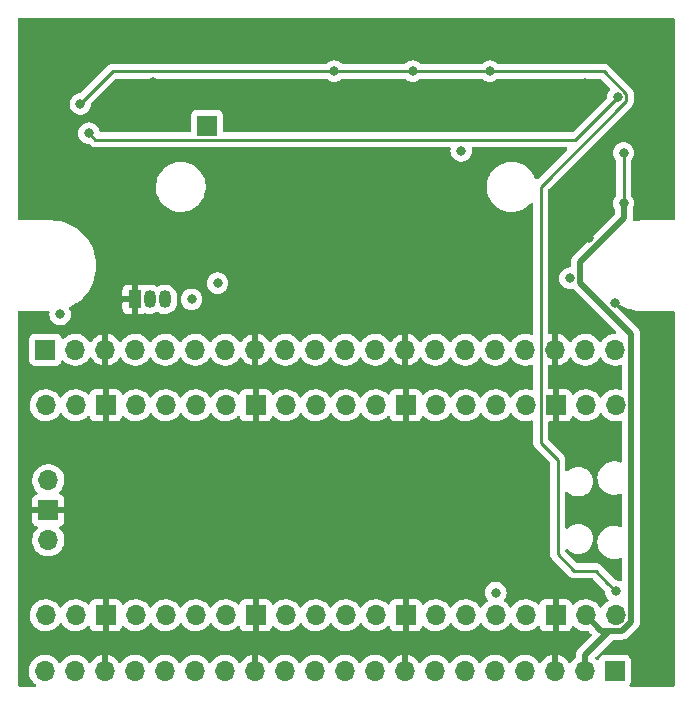
<source format=gbr>
%TF.GenerationSoftware,KiCad,Pcbnew,(6.0.1-0)*%
%TF.CreationDate,2022-01-30T18:46:34+01:00*%
%TF.ProjectId,Pico_LoRa,5069636f-5f4c-46f5-9261-2e6b69636164,1.1*%
%TF.SameCoordinates,Original*%
%TF.FileFunction,Copper,L4,Bot*%
%TF.FilePolarity,Positive*%
%FSLAX46Y46*%
G04 Gerber Fmt 4.6, Leading zero omitted, Abs format (unit mm)*
G04 Created by KiCad (PCBNEW (6.0.1-0)) date 2022-01-30 18:46:34*
%MOMM*%
%LPD*%
G01*
G04 APERTURE LIST*
%TA.AperFunction,ComponentPad*%
%ADD10R,1.050000X1.500000*%
%TD*%
%TA.AperFunction,ComponentPad*%
%ADD11O,1.050000X1.500000*%
%TD*%
%TA.AperFunction,ComponentPad*%
%ADD12R,1.700000X1.700000*%
%TD*%
%TA.AperFunction,ComponentPad*%
%ADD13O,1.700000X1.700000*%
%TD*%
%TA.AperFunction,ViaPad*%
%ADD14C,0.800000*%
%TD*%
%TA.AperFunction,Conductor*%
%ADD15C,0.250000*%
%TD*%
%TA.AperFunction,Conductor*%
%ADD16C,0.500000*%
%TD*%
G04 APERTURE END LIST*
D10*
%TO.P,U4,1,GND*%
%TO.N,GND*%
X83780000Y-106175000D03*
D11*
%TO.P,U4,2,DQ*%
%TO.N,/GPIO16*%
X85050000Y-106175000D03*
%TO.P,U4,3,VDD*%
%TO.N,+3V3*%
X86320000Y-106175000D03*
%TD*%
D12*
%TO.P,J2,1,Pin_1*%
%TO.N,/V_BUS*%
X124425000Y-137625000D03*
D13*
%TO.P,J2,2,Pin_2*%
%TO.N,/V_SYS*%
X121885000Y-137625000D03*
%TO.P,J2,3,Pin_3*%
%TO.N,GND*%
X119345000Y-137625000D03*
%TO.P,J2,4,Pin_4*%
%TO.N,Net-(J2-Pad4)*%
X116805000Y-137625000D03*
%TO.P,J2,5,Pin_5*%
%TO.N,+3V3*%
X114265000Y-137625000D03*
%TO.P,J2,6,Pin_6*%
%TO.N,Net-(J2-Pad6)*%
X111725000Y-137625000D03*
%TO.P,J2,7,Pin_7*%
%TO.N,Net-(J2-Pad7)*%
X109185000Y-137625000D03*
%TO.P,J2,8,Pin_8*%
%TO.N,GND*%
X106645000Y-137625000D03*
%TO.P,J2,9,Pin_9*%
%TO.N,Net-(J2-Pad9)*%
X104105000Y-137625000D03*
%TO.P,J2,10,Pin_10*%
%TO.N,Net-(J2-Pad10)*%
X101565000Y-137625000D03*
%TO.P,J2,11,Pin_11*%
%TO.N,Net-(J2-Pad11)*%
X99025000Y-137625000D03*
%TO.P,J2,12,Pin_12*%
%TO.N,Net-(J2-Pad12)*%
X96485000Y-137625000D03*
%TO.P,J2,13,Pin_13*%
%TO.N,GND*%
X93945000Y-137625000D03*
%TO.P,J2,14,Pin_14*%
%TO.N,Net-(J2-Pad14)*%
X91405000Y-137625000D03*
%TO.P,J2,15,Pin_15*%
%TO.N,Net-(J2-Pad15)*%
X88865000Y-137625000D03*
%TO.P,J2,16,Pin_16*%
%TO.N,Net-(J2-Pad16)*%
X86325000Y-137625000D03*
%TO.P,J2,17,Pin_17*%
%TO.N,Net-(J2-Pad17)*%
X83785000Y-137625000D03*
%TO.P,J2,18,Pin_18*%
%TO.N,GND*%
X81245000Y-137625000D03*
%TO.P,J2,19,Pin_19*%
%TO.N,Net-(J2-Pad19)*%
X78705000Y-137625000D03*
%TO.P,J2,20,Pin_20*%
%TO.N,/GPIO16*%
X76165000Y-137625000D03*
%TD*%
%TO.P,U1,1,GPIO0*%
%TO.N,/SDA*%
X124500000Y-115135000D03*
%TO.P,U1,2,GPIO1*%
%TO.N,/SCL*%
X121960000Y-115135000D03*
D12*
%TO.P,U1,3,GND*%
%TO.N,GND*%
X119420000Y-115135000D03*
D13*
%TO.P,U1,4,GPIO2*%
%TO.N,Net-(J1-Pad17)*%
X116880000Y-115135000D03*
%TO.P,U1,5,GPIO3*%
%TO.N,Net-(J1-Pad16)*%
X114340000Y-115135000D03*
%TO.P,U1,6,GPIO4*%
%TO.N,/GPIO4*%
X111800000Y-115135000D03*
%TO.P,U1,7,GPIO5*%
%TO.N,/GPIO5*%
X109260000Y-115135000D03*
D12*
%TO.P,U1,8,GND*%
%TO.N,GND*%
X106720000Y-115135000D03*
D13*
%TO.P,U1,9,GPIO6*%
%TO.N,/GPIO6*%
X104180000Y-115135000D03*
%TO.P,U1,10,GPIO7*%
%TO.N,/GPIO7*%
X101640000Y-115135000D03*
%TO.P,U1,11,GPIO8*%
%TO.N,/GPIO8*%
X99100000Y-115135000D03*
%TO.P,U1,12,GPIO9*%
%TO.N,/GPIO9*%
X96560000Y-115135000D03*
D12*
%TO.P,U1,13,GND*%
%TO.N,GND*%
X94020000Y-115135000D03*
D13*
%TO.P,U1,14,GPIO10*%
%TO.N,/GPIO10*%
X91480000Y-115135000D03*
%TO.P,U1,15,GPIO11*%
%TO.N,/GPIO11*%
X88940000Y-115135000D03*
%TO.P,U1,16,GPIO12*%
%TO.N,/GPIO12*%
X86400000Y-115135000D03*
%TO.P,U1,17,GPIO13*%
%TO.N,Net-(J1-Pad4)*%
X83860000Y-115135000D03*
D12*
%TO.P,U1,18,GND*%
%TO.N,GND*%
X81320000Y-115135000D03*
D13*
%TO.P,U1,19,GPIO14*%
%TO.N,Net-(J1-Pad2)*%
X78780000Y-115135000D03*
%TO.P,U1,20,GPIO15*%
%TO.N,Net-(J1-Pad1)*%
X76240000Y-115135000D03*
%TO.P,U1,21,GPIO16*%
%TO.N,/GPIO16*%
X76240000Y-132915000D03*
%TO.P,U1,22,GPIO17*%
%TO.N,Net-(J2-Pad19)*%
X78780000Y-132915000D03*
D12*
%TO.P,U1,23,GND*%
%TO.N,GND*%
X81320000Y-132915000D03*
D13*
%TO.P,U1,24,GPIO18*%
%TO.N,Net-(J2-Pad17)*%
X83860000Y-132915000D03*
%TO.P,U1,25,GPIO19*%
%TO.N,Net-(J2-Pad16)*%
X86400000Y-132915000D03*
%TO.P,U1,26,GPIO20*%
%TO.N,Net-(J2-Pad15)*%
X88940000Y-132915000D03*
%TO.P,U1,27,GPIO21*%
%TO.N,Net-(J2-Pad14)*%
X91480000Y-132915000D03*
D12*
%TO.P,U1,28,GND*%
%TO.N,GND*%
X94020000Y-132915000D03*
D13*
%TO.P,U1,29,GPIO22*%
%TO.N,Net-(J2-Pad12)*%
X96560000Y-132915000D03*
%TO.P,U1,30,RUN*%
%TO.N,Net-(J2-Pad11)*%
X99100000Y-132915000D03*
%TO.P,U1,31,GPIO26_ADC0*%
%TO.N,Net-(J2-Pad10)*%
X101640000Y-132915000D03*
%TO.P,U1,32,GPIO27_ADC1*%
%TO.N,Net-(J2-Pad9)*%
X104180000Y-132915000D03*
D12*
%TO.P,U1,33,AGND*%
%TO.N,GND*%
X106720000Y-132915000D03*
D13*
%TO.P,U1,34,GPIO28_ADC2*%
%TO.N,Net-(J2-Pad7)*%
X109260000Y-132915000D03*
%TO.P,U1,35,ADC_VREF*%
%TO.N,Net-(J2-Pad6)*%
X111800000Y-132915000D03*
%TO.P,U1,36,3V3*%
%TO.N,+3V3*%
X114340000Y-132915000D03*
%TO.P,U1,37,3V3_EN*%
%TO.N,Net-(J2-Pad4)*%
X116880000Y-132915000D03*
D12*
%TO.P,U1,38,GND*%
%TO.N,GND*%
X119420000Y-132915000D03*
D13*
%TO.P,U1,39,VSYS*%
%TO.N,/V_SYS*%
X121960000Y-132915000D03*
%TO.P,U1,40,VBUS*%
%TO.N,/V_BUS*%
X124500000Y-132915000D03*
%TO.P,U1,41,SWCLK*%
%TO.N,unconnected-(U1-Pad41)*%
X76470000Y-121485000D03*
D12*
%TO.P,U1,42,GND*%
%TO.N,GND*%
X76470000Y-124025000D03*
D13*
%TO.P,U1,43,SWDIO*%
%TO.N,unconnected-(U1-Pad43)*%
X76470000Y-126565000D03*
%TD*%
D12*
%TO.P,AE1,1,A*%
%TO.N,Net-(AE1-Pad1)*%
X89900000Y-91475000D03*
%TD*%
%TO.P,J1,1,Pin_1*%
%TO.N,Net-(J1-Pad1)*%
X76225000Y-110425000D03*
D13*
%TO.P,J1,2,Pin_2*%
%TO.N,Net-(J1-Pad2)*%
X78765000Y-110425000D03*
%TO.P,J1,3,Pin_3*%
%TO.N,GND*%
X81305000Y-110425000D03*
%TO.P,J1,4,Pin_4*%
%TO.N,Net-(J1-Pad4)*%
X83845000Y-110425000D03*
%TO.P,J1,5,Pin_5*%
%TO.N,/GPIO12*%
X86385000Y-110425000D03*
%TO.P,J1,6,Pin_6*%
%TO.N,/GPIO11*%
X88925000Y-110425000D03*
%TO.P,J1,7,Pin_7*%
%TO.N,/GPIO10*%
X91465000Y-110425000D03*
%TO.P,J1,8,Pin_8*%
%TO.N,GND*%
X94005000Y-110425000D03*
%TO.P,J1,9,Pin_9*%
%TO.N,/GPIO9*%
X96545000Y-110425000D03*
%TO.P,J1,10,Pin_10*%
%TO.N,/GPIO8*%
X99085000Y-110425000D03*
%TO.P,J1,11,Pin_11*%
%TO.N,/GPIO7*%
X101625000Y-110425000D03*
%TO.P,J1,12,Pin_12*%
%TO.N,/GPIO6*%
X104165000Y-110425000D03*
%TO.P,J1,13,Pin_13*%
%TO.N,GND*%
X106705000Y-110425000D03*
%TO.P,J1,14,Pin_14*%
%TO.N,/GPIO5*%
X109245000Y-110425000D03*
%TO.P,J1,15,Pin_15*%
%TO.N,/GPIO4*%
X111785000Y-110425000D03*
%TO.P,J1,16,Pin_16*%
%TO.N,Net-(J1-Pad16)*%
X114325000Y-110425000D03*
%TO.P,J1,17,Pin_17*%
%TO.N,Net-(J1-Pad17)*%
X116865000Y-110425000D03*
%TO.P,J1,18,Pin_18*%
%TO.N,GND*%
X119405000Y-110425000D03*
%TO.P,J1,19,Pin_19*%
%TO.N,/SCL*%
X121945000Y-110425000D03*
%TO.P,J1,20,Pin_20*%
%TO.N,/SDA*%
X124485000Y-110425000D03*
%TD*%
D14*
%TO.N,+3V3*%
X111425000Y-93600000D03*
X77475000Y-107450000D03*
X114351024Y-130999989D03*
X120625000Y-104375000D03*
X88600000Y-106175000D03*
X90800000Y-104800000D03*
%TO.N,GND*%
X95175000Y-95250000D03*
X83625000Y-82875000D03*
X87125000Y-100900000D03*
X119425000Y-130875000D03*
X106700000Y-116975000D03*
X82400000Y-96625000D03*
X93625000Y-82850000D03*
X127700000Y-94350000D03*
X94000000Y-117000000D03*
X122225000Y-98800000D03*
X116825000Y-89625000D03*
X119450000Y-117000000D03*
X79175000Y-98150000D03*
X78775000Y-124025000D03*
X121925000Y-87875000D03*
X124450000Y-106500000D03*
X81325000Y-116975000D03*
X94025000Y-130875000D03*
X85350000Y-87800000D03*
X106750000Y-130875000D03*
X122275000Y-101000000D03*
X89700000Y-82850000D03*
X81325000Y-130900000D03*
X82675000Y-100850000D03*
%TO.N,/V_BUS*%
X79175000Y-89625000D03*
X100675000Y-86850000D03*
X124525000Y-130875000D03*
X107325000Y-86850000D03*
X113850000Y-86850000D03*
%TO.N,/V_SYS*%
X125175000Y-98025000D03*
X125175000Y-93775000D03*
%TO.N,Net-(C7-Pad1)*%
X79900000Y-92100000D03*
X124675000Y-89075000D03*
%TD*%
D15*
%TO.N,GND*%
X81320000Y-130905000D02*
X81325000Y-130900000D01*
%TO.N,/V_BUS*%
X122800000Y-129150000D02*
X121000000Y-129150000D01*
X123474614Y-86850000D02*
X113850000Y-86850000D01*
X79175000Y-89625000D02*
X81950000Y-86850000D01*
X107325000Y-86850000D02*
X113850000Y-86850000D01*
X119600000Y-119750000D02*
X118150000Y-118300000D01*
X124525000Y-130875000D02*
X123800489Y-130150489D01*
X121000000Y-129150000D02*
X119600000Y-127750000D01*
X125399511Y-88774897D02*
X123474614Y-86850000D01*
X123800489Y-130150489D02*
X122800000Y-129150000D01*
X119600000Y-127750000D02*
X119600000Y-119750000D01*
X100675000Y-86850000D02*
X107325000Y-86850000D01*
X81950000Y-86850000D02*
X100675000Y-86850000D01*
X118150000Y-118300000D02*
X118150000Y-96624614D01*
X118150000Y-96624614D02*
X125399511Y-89375103D01*
X125399511Y-89375103D02*
X125399511Y-88774897D01*
D16*
%TO.N,/V_SYS*%
X125038276Y-134214511D02*
X125799511Y-133453276D01*
X123961724Y-134214511D02*
X125038276Y-134214511D01*
X123259511Y-134214511D02*
X121960000Y-132915000D01*
X121474511Y-103001880D02*
X125175000Y-99301391D01*
X125799511Y-133453276D02*
X125799511Y-109074511D01*
X125175000Y-99301391D02*
X125175000Y-98025000D01*
X125799511Y-109074511D02*
X121474511Y-104749511D01*
X121474511Y-104749511D02*
X121474511Y-103001880D01*
X123961724Y-134214511D02*
X123259511Y-134214511D01*
D15*
X125175000Y-93775000D02*
X125175000Y-98025000D01*
D16*
X121885000Y-137625000D02*
X121885000Y-136291235D01*
X121885000Y-136291235D02*
X123961724Y-134214511D01*
D15*
%TO.N,Net-(C7-Pad1)*%
X80449511Y-92649511D02*
X121100489Y-92649511D01*
X121100489Y-92649511D02*
X124675000Y-89075000D01*
X79900000Y-92100000D02*
X80449511Y-92649511D01*
%TD*%
%TA.AperFunction,Conductor*%
%TO.N,GND*%
G36*
X129434121Y-82345002D02*
G01*
X129480614Y-82398658D01*
X129492000Y-82451000D01*
X129492000Y-99366000D01*
X129471998Y-99434121D01*
X129418342Y-99480614D01*
X129366000Y-99492000D01*
X126748207Y-99492000D01*
X126727303Y-99490254D01*
X126718737Y-99488813D01*
X126707539Y-99486929D01*
X126701349Y-99486853D01*
X126699864Y-99486835D01*
X126699859Y-99486835D01*
X126695000Y-99486776D01*
X126690187Y-99487465D01*
X126685324Y-99487782D01*
X126685321Y-99487737D01*
X126682620Y-99487997D01*
X126436503Y-99500088D01*
X126322919Y-99505668D01*
X126322915Y-99505668D01*
X126319829Y-99505820D01*
X126316769Y-99506274D01*
X126316768Y-99506274D01*
X126074935Y-99542146D01*
X126004616Y-99532356D01*
X125950754Y-99486103D01*
X125930448Y-99418072D01*
X125931775Y-99400004D01*
X125932808Y-99395781D01*
X125933500Y-99384627D01*
X125933535Y-99384629D01*
X125933775Y-99380657D01*
X125934152Y-99376436D01*
X125935641Y-99369276D01*
X125933546Y-99291849D01*
X125933500Y-99288441D01*
X125933500Y-98561999D01*
X125950381Y-98498999D01*
X125975929Y-98454750D01*
X126009527Y-98396556D01*
X126068542Y-98214928D01*
X126088504Y-98025000D01*
X126068542Y-97835072D01*
X126009527Y-97653444D01*
X125914040Y-97488056D01*
X125840863Y-97406785D01*
X125810147Y-97342779D01*
X125808500Y-97322476D01*
X125808500Y-94477524D01*
X125828502Y-94409403D01*
X125840858Y-94393221D01*
X125914040Y-94311944D01*
X126009527Y-94146556D01*
X126068542Y-93964928D01*
X126088504Y-93775000D01*
X126068542Y-93585072D01*
X126009527Y-93403444D01*
X125914040Y-93238056D01*
X125899500Y-93221907D01*
X125790675Y-93101045D01*
X125790674Y-93101044D01*
X125786253Y-93096134D01*
X125631752Y-92983882D01*
X125625724Y-92981198D01*
X125625722Y-92981197D01*
X125463319Y-92908891D01*
X125463318Y-92908891D01*
X125457288Y-92906206D01*
X125363888Y-92886353D01*
X125276944Y-92867872D01*
X125276939Y-92867872D01*
X125270487Y-92866500D01*
X125079513Y-92866500D01*
X125073061Y-92867872D01*
X125073056Y-92867872D01*
X124986113Y-92886353D01*
X124892712Y-92906206D01*
X124886682Y-92908891D01*
X124886681Y-92908891D01*
X124724278Y-92981197D01*
X124724276Y-92981198D01*
X124718248Y-92983882D01*
X124563747Y-93096134D01*
X124559326Y-93101044D01*
X124559325Y-93101045D01*
X124450501Y-93221907D01*
X124435960Y-93238056D01*
X124340473Y-93403444D01*
X124281458Y-93585072D01*
X124261496Y-93775000D01*
X124281458Y-93964928D01*
X124340473Y-94146556D01*
X124435960Y-94311944D01*
X124509137Y-94393215D01*
X124539853Y-94457221D01*
X124541500Y-94477524D01*
X124541500Y-97322476D01*
X124521498Y-97390597D01*
X124509142Y-97406779D01*
X124435960Y-97488056D01*
X124340473Y-97653444D01*
X124281458Y-97835072D01*
X124261496Y-98025000D01*
X124281458Y-98214928D01*
X124340473Y-98396556D01*
X124374072Y-98454750D01*
X124399619Y-98498999D01*
X124416500Y-98561999D01*
X124416500Y-98935020D01*
X124396498Y-99003141D01*
X124379595Y-99024115D01*
X120985600Y-102418110D01*
X120971188Y-102430496D01*
X120959593Y-102439029D01*
X120959588Y-102439034D01*
X120953693Y-102443372D01*
X120948954Y-102448950D01*
X120948951Y-102448953D01*
X120919476Y-102483648D01*
X120912546Y-102491164D01*
X120906851Y-102496859D01*
X120904571Y-102499741D01*
X120889230Y-102519131D01*
X120886439Y-102522535D01*
X120843920Y-102572583D01*
X120839178Y-102578165D01*
X120835850Y-102584681D01*
X120832483Y-102589730D01*
X120829316Y-102594859D01*
X120824777Y-102600596D01*
X120793856Y-102666755D01*
X120791953Y-102670649D01*
X120758742Y-102735688D01*
X120757003Y-102742796D01*
X120754904Y-102748439D01*
X120752987Y-102754202D01*
X120749889Y-102760830D01*
X120748399Y-102767992D01*
X120748399Y-102767993D01*
X120735025Y-102832292D01*
X120734055Y-102836576D01*
X120716703Y-102907490D01*
X120716011Y-102918644D01*
X120715975Y-102918642D01*
X120715736Y-102922635D01*
X120715362Y-102926827D01*
X120713871Y-102933995D01*
X120714069Y-102941312D01*
X120715965Y-103011401D01*
X120716011Y-103014808D01*
X120716011Y-103340500D01*
X120696009Y-103408621D01*
X120642353Y-103455114D01*
X120590011Y-103466500D01*
X120529513Y-103466500D01*
X120523061Y-103467872D01*
X120523056Y-103467872D01*
X120436113Y-103486353D01*
X120342712Y-103506206D01*
X120336682Y-103508891D01*
X120336681Y-103508891D01*
X120174278Y-103581197D01*
X120174276Y-103581198D01*
X120168248Y-103583882D01*
X120013747Y-103696134D01*
X119885960Y-103838056D01*
X119790473Y-104003444D01*
X119731458Y-104185072D01*
X119711496Y-104375000D01*
X119712186Y-104381565D01*
X119715167Y-104409923D01*
X119731458Y-104564928D01*
X119790473Y-104746556D01*
X119885960Y-104911944D01*
X119890378Y-104916851D01*
X119890379Y-104916852D01*
X119958903Y-104992956D01*
X120013747Y-105053866D01*
X120168248Y-105166118D01*
X120174276Y-105168802D01*
X120174278Y-105168803D01*
X120336681Y-105241109D01*
X120342712Y-105243794D01*
X120436113Y-105263647D01*
X120523056Y-105282128D01*
X120523061Y-105282128D01*
X120529513Y-105283500D01*
X120720487Y-105283500D01*
X120726940Y-105282128D01*
X120726944Y-105282128D01*
X120794011Y-105267872D01*
X120831116Y-105259985D01*
X120901906Y-105265387D01*
X120943962Y-105291757D01*
X120944891Y-105292637D01*
X120947336Y-105295017D01*
X124502668Y-108850349D01*
X124536694Y-108912661D01*
X124531629Y-108983476D01*
X124489082Y-109040312D01*
X124422562Y-109065123D01*
X124412035Y-109065435D01*
X124395081Y-109065228D01*
X124395079Y-109065228D01*
X124389911Y-109065165D01*
X124169091Y-109098955D01*
X123956756Y-109168357D01*
X123758607Y-109271507D01*
X123754474Y-109274610D01*
X123754471Y-109274612D01*
X123584100Y-109402530D01*
X123579965Y-109405635D01*
X123576393Y-109409373D01*
X123468729Y-109522037D01*
X123425629Y-109567138D01*
X123318201Y-109724621D01*
X123263293Y-109769621D01*
X123192768Y-109777792D01*
X123129021Y-109746538D01*
X123108324Y-109722054D01*
X123027822Y-109597617D01*
X123027820Y-109597614D01*
X123025014Y-109593277D01*
X122874670Y-109428051D01*
X122870619Y-109424852D01*
X122870615Y-109424848D01*
X122703414Y-109292800D01*
X122703410Y-109292798D01*
X122699359Y-109289598D01*
X122663028Y-109269542D01*
X122596500Y-109232817D01*
X122503789Y-109181638D01*
X122498920Y-109179914D01*
X122498916Y-109179912D01*
X122298087Y-109108795D01*
X122298083Y-109108794D01*
X122293212Y-109107069D01*
X122288119Y-109106162D01*
X122288116Y-109106161D01*
X122078373Y-109068800D01*
X122078367Y-109068799D01*
X122073284Y-109067894D01*
X121999452Y-109066992D01*
X121855081Y-109065228D01*
X121855079Y-109065228D01*
X121849911Y-109065165D01*
X121629091Y-109098955D01*
X121416756Y-109168357D01*
X121218607Y-109271507D01*
X121214474Y-109274610D01*
X121214471Y-109274612D01*
X121044100Y-109402530D01*
X121039965Y-109405635D01*
X121036393Y-109409373D01*
X120928729Y-109522037D01*
X120885629Y-109567138D01*
X120778204Y-109724618D01*
X120777898Y-109725066D01*
X120722987Y-109770069D01*
X120652462Y-109778240D01*
X120588715Y-109746986D01*
X120568018Y-109722502D01*
X120487426Y-109597926D01*
X120481136Y-109589757D01*
X120337806Y-109432240D01*
X120330273Y-109425215D01*
X120163139Y-109293222D01*
X120154552Y-109287517D01*
X119968117Y-109184599D01*
X119958705Y-109180369D01*
X119757959Y-109109280D01*
X119747988Y-109106646D01*
X119676837Y-109093972D01*
X119663540Y-109095432D01*
X119659000Y-109109989D01*
X119659000Y-111743517D01*
X119663064Y-111757359D01*
X119676478Y-111759393D01*
X119683184Y-111758534D01*
X119693262Y-111756392D01*
X119897255Y-111695191D01*
X119906842Y-111691433D01*
X120098095Y-111597739D01*
X120106945Y-111592464D01*
X120280328Y-111468792D01*
X120288200Y-111462139D01*
X120439052Y-111311812D01*
X120445730Y-111303965D01*
X120573022Y-111126819D01*
X120574279Y-111127722D01*
X120621373Y-111084362D01*
X120691311Y-111072145D01*
X120756751Y-111099678D01*
X120784579Y-111131511D01*
X120844987Y-111230088D01*
X120991250Y-111398938D01*
X121163126Y-111541632D01*
X121356000Y-111654338D01*
X121564692Y-111734030D01*
X121569760Y-111735061D01*
X121569763Y-111735062D01*
X121664862Y-111754410D01*
X121783597Y-111778567D01*
X121788772Y-111778757D01*
X121788774Y-111778757D01*
X122001673Y-111786564D01*
X122001677Y-111786564D01*
X122006837Y-111786753D01*
X122011957Y-111786097D01*
X122011959Y-111786097D01*
X122223288Y-111759025D01*
X122223289Y-111759025D01*
X122228416Y-111758368D01*
X122233366Y-111756883D01*
X122437429Y-111695661D01*
X122437434Y-111695659D01*
X122442384Y-111694174D01*
X122642994Y-111595896D01*
X122824860Y-111466173D01*
X122983096Y-111308489D01*
X123113453Y-111127077D01*
X123114776Y-111128028D01*
X123161645Y-111084857D01*
X123231580Y-111072625D01*
X123297026Y-111100144D01*
X123324875Y-111131994D01*
X123384987Y-111230088D01*
X123531250Y-111398938D01*
X123703126Y-111541632D01*
X123896000Y-111654338D01*
X124104692Y-111734030D01*
X124109760Y-111735061D01*
X124109763Y-111735062D01*
X124204862Y-111754410D01*
X124323597Y-111778567D01*
X124328772Y-111778757D01*
X124328774Y-111778757D01*
X124541673Y-111786564D01*
X124541677Y-111786564D01*
X124546837Y-111786753D01*
X124551957Y-111786097D01*
X124551959Y-111786097D01*
X124763288Y-111759025D01*
X124763289Y-111759025D01*
X124768416Y-111758368D01*
X124775003Y-111756392D01*
X124867080Y-111728767D01*
X124878803Y-111725250D01*
X124949799Y-111724833D01*
X125009749Y-111762866D01*
X125039621Y-111827272D01*
X125041011Y-111845936D01*
X125041011Y-113707057D01*
X125021009Y-113775178D01*
X124967353Y-113821671D01*
X124897079Y-113831775D01*
X124872956Y-113825831D01*
X124848212Y-113817069D01*
X124843123Y-113816162D01*
X124843121Y-113816162D01*
X124633373Y-113778800D01*
X124633367Y-113778799D01*
X124628284Y-113777894D01*
X124554452Y-113776992D01*
X124410081Y-113775228D01*
X124410079Y-113775228D01*
X124404911Y-113775165D01*
X124184091Y-113808955D01*
X123971756Y-113878357D01*
X123773607Y-113981507D01*
X123769474Y-113984610D01*
X123769471Y-113984612D01*
X123686450Y-114046946D01*
X123594965Y-114115635D01*
X123440629Y-114277138D01*
X123333201Y-114434621D01*
X123278293Y-114479621D01*
X123207768Y-114487792D01*
X123144021Y-114456538D01*
X123123324Y-114432054D01*
X123042822Y-114307617D01*
X123042820Y-114307614D01*
X123040014Y-114303277D01*
X122889670Y-114138051D01*
X122885619Y-114134852D01*
X122885615Y-114134848D01*
X122718414Y-114002800D01*
X122718410Y-114002798D01*
X122714359Y-113999598D01*
X122518789Y-113891638D01*
X122513920Y-113889914D01*
X122513916Y-113889912D01*
X122313087Y-113818795D01*
X122313083Y-113818794D01*
X122308212Y-113817069D01*
X122303119Y-113816162D01*
X122303116Y-113816161D01*
X122093373Y-113778800D01*
X122093367Y-113778799D01*
X122088284Y-113777894D01*
X122014452Y-113776992D01*
X121870081Y-113775228D01*
X121870079Y-113775228D01*
X121864911Y-113775165D01*
X121644091Y-113808955D01*
X121431756Y-113878357D01*
X121233607Y-113981507D01*
X121229474Y-113984610D01*
X121229471Y-113984612D01*
X121146450Y-114046946D01*
X121054965Y-114115635D01*
X121051393Y-114119373D01*
X120973898Y-114200466D01*
X120912374Y-114235895D01*
X120841462Y-114232438D01*
X120783676Y-114191192D01*
X120764823Y-114157644D01*
X120723324Y-114046946D01*
X120714786Y-114031351D01*
X120638285Y-113929276D01*
X120625724Y-113916715D01*
X120523649Y-113840214D01*
X120508054Y-113831676D01*
X120387606Y-113786522D01*
X120372351Y-113782895D01*
X120321486Y-113777369D01*
X120314672Y-113777000D01*
X119692115Y-113777000D01*
X119676876Y-113781475D01*
X119675671Y-113782865D01*
X119674000Y-113790548D01*
X119674000Y-116474884D01*
X119678475Y-116490123D01*
X119679865Y-116491328D01*
X119687548Y-116492999D01*
X120314669Y-116492999D01*
X120321490Y-116492629D01*
X120372352Y-116487105D01*
X120387604Y-116483479D01*
X120508054Y-116438324D01*
X120523649Y-116429786D01*
X120625724Y-116353285D01*
X120638285Y-116340724D01*
X120714786Y-116238649D01*
X120723324Y-116223054D01*
X120764225Y-116113952D01*
X120806867Y-116057188D01*
X120873428Y-116032488D01*
X120942777Y-116047696D01*
X120977444Y-116075684D01*
X121002865Y-116105031D01*
X121002869Y-116105035D01*
X121006250Y-116108938D01*
X121178126Y-116251632D01*
X121371000Y-116364338D01*
X121579692Y-116444030D01*
X121584760Y-116445061D01*
X121584763Y-116445062D01*
X121692003Y-116466880D01*
X121798597Y-116488567D01*
X121803772Y-116488757D01*
X121803774Y-116488757D01*
X122016673Y-116496564D01*
X122016677Y-116496564D01*
X122021837Y-116496753D01*
X122026957Y-116496097D01*
X122026959Y-116496097D01*
X122238288Y-116469025D01*
X122238289Y-116469025D01*
X122243416Y-116468368D01*
X122248376Y-116466880D01*
X122452429Y-116405661D01*
X122452434Y-116405659D01*
X122457384Y-116404174D01*
X122657994Y-116305896D01*
X122839860Y-116176173D01*
X122998096Y-116018489D01*
X123057594Y-115935689D01*
X123128453Y-115837077D01*
X123129776Y-115838028D01*
X123176645Y-115794857D01*
X123246580Y-115782625D01*
X123312026Y-115810144D01*
X123339875Y-115841994D01*
X123399987Y-115940088D01*
X123546250Y-116108938D01*
X123718126Y-116251632D01*
X123911000Y-116364338D01*
X124119692Y-116444030D01*
X124124760Y-116445061D01*
X124124763Y-116445062D01*
X124232003Y-116466880D01*
X124338597Y-116488567D01*
X124343772Y-116488757D01*
X124343774Y-116488757D01*
X124556673Y-116496564D01*
X124556677Y-116496564D01*
X124561837Y-116496753D01*
X124566957Y-116496097D01*
X124566959Y-116496097D01*
X124778288Y-116469025D01*
X124778289Y-116469025D01*
X124783416Y-116468368D01*
X124788373Y-116466881D01*
X124788377Y-116466880D01*
X124878803Y-116439751D01*
X124949798Y-116439333D01*
X125009749Y-116477365D01*
X125039621Y-116541772D01*
X125041011Y-116560436D01*
X125041011Y-119865047D01*
X125021009Y-119933168D01*
X124967353Y-119979661D01*
X124897079Y-119989765D01*
X124872953Y-119983820D01*
X124821899Y-119965741D01*
X124735903Y-119935288D01*
X124735899Y-119935287D01*
X124731028Y-119933562D01*
X124725935Y-119932655D01*
X124725932Y-119932654D01*
X124508095Y-119893851D01*
X124508089Y-119893850D01*
X124503006Y-119892945D01*
X124430096Y-119892054D01*
X124276581Y-119890179D01*
X124276579Y-119890179D01*
X124271411Y-119890116D01*
X124042464Y-119925150D01*
X123822314Y-119997106D01*
X123817726Y-119999494D01*
X123817722Y-119999496D01*
X123692670Y-120064594D01*
X123616872Y-120104052D01*
X123612739Y-120107155D01*
X123612736Y-120107157D01*
X123435790Y-120240012D01*
X123431655Y-120243117D01*
X123428083Y-120246855D01*
X123326840Y-120352800D01*
X123271639Y-120410564D01*
X123141119Y-120601899D01*
X123043602Y-120811981D01*
X122981707Y-121035169D01*
X122957095Y-121265469D01*
X122957392Y-121270622D01*
X122957392Y-121270625D01*
X122967536Y-121446562D01*
X122970427Y-121496697D01*
X122971564Y-121501743D01*
X122971565Y-121501749D01*
X122993707Y-121600000D01*
X123021346Y-121722642D01*
X123023288Y-121727424D01*
X123023289Y-121727428D01*
X123092318Y-121897425D01*
X123108484Y-121937237D01*
X123229501Y-122134719D01*
X123381147Y-122309784D01*
X123559349Y-122457730D01*
X123759322Y-122574584D01*
X123975694Y-122657209D01*
X123980760Y-122658240D01*
X123980761Y-122658240D01*
X124033846Y-122669040D01*
X124202656Y-122703385D01*
X124333324Y-122708176D01*
X124428949Y-122711683D01*
X124428953Y-122711683D01*
X124434113Y-122711872D01*
X124439233Y-122711216D01*
X124439235Y-122711216D01*
X124512270Y-122701860D01*
X124663847Y-122682442D01*
X124668795Y-122680957D01*
X124668802Y-122680956D01*
X124878804Y-122617952D01*
X124949799Y-122617536D01*
X125009749Y-122655568D01*
X125039621Y-122719975D01*
X125041011Y-122738638D01*
X125041011Y-125315047D01*
X125021009Y-125383168D01*
X124967353Y-125429661D01*
X124897079Y-125439765D01*
X124872953Y-125433820D01*
X124809942Y-125411507D01*
X124735903Y-125385288D01*
X124735899Y-125385287D01*
X124731028Y-125383562D01*
X124725935Y-125382655D01*
X124725932Y-125382654D01*
X124508095Y-125343851D01*
X124508089Y-125343850D01*
X124503006Y-125342945D01*
X124430096Y-125342054D01*
X124276581Y-125340179D01*
X124276579Y-125340179D01*
X124271411Y-125340116D01*
X124042464Y-125375150D01*
X123822314Y-125447106D01*
X123817726Y-125449494D01*
X123817722Y-125449496D01*
X123628436Y-125548032D01*
X123616872Y-125554052D01*
X123612739Y-125557155D01*
X123612736Y-125557157D01*
X123505114Y-125637962D01*
X123431655Y-125693117D01*
X123271639Y-125860564D01*
X123141119Y-126051899D01*
X123043602Y-126261981D01*
X122981707Y-126485169D01*
X122957095Y-126715469D01*
X122957392Y-126720622D01*
X122957392Y-126720625D01*
X122970129Y-126941529D01*
X122970427Y-126946697D01*
X122971564Y-126951743D01*
X122971565Y-126951749D01*
X122994827Y-127054967D01*
X123021346Y-127172642D01*
X123023288Y-127177424D01*
X123023289Y-127177428D01*
X123103105Y-127373990D01*
X123108484Y-127387237D01*
X123229501Y-127584719D01*
X123381147Y-127759784D01*
X123559349Y-127907730D01*
X123759322Y-128024584D01*
X123764147Y-128026426D01*
X123764148Y-128026427D01*
X123796516Y-128038787D01*
X123975694Y-128107209D01*
X123980760Y-128108240D01*
X123980761Y-128108240D01*
X124033846Y-128119040D01*
X124202656Y-128153385D01*
X124333324Y-128158176D01*
X124428949Y-128161683D01*
X124428953Y-128161683D01*
X124434113Y-128161872D01*
X124439233Y-128161216D01*
X124439235Y-128161216D01*
X124550416Y-128146973D01*
X124663847Y-128132442D01*
X124668795Y-128130957D01*
X124668802Y-128130956D01*
X124878804Y-128067952D01*
X124949799Y-128067536D01*
X125009749Y-128105568D01*
X125039621Y-128169975D01*
X125041011Y-128188638D01*
X125041011Y-129916243D01*
X125021009Y-129984364D01*
X124967353Y-130030857D01*
X124897079Y-130040961D01*
X124863764Y-130031351D01*
X124807288Y-130006206D01*
X124704530Y-129984364D01*
X124626944Y-129967872D01*
X124626939Y-129967872D01*
X124620487Y-129966500D01*
X124564595Y-129966500D01*
X124496474Y-129946498D01*
X124475500Y-129929595D01*
X123303647Y-128757742D01*
X123296113Y-128749463D01*
X123292000Y-128742982D01*
X123242348Y-128696356D01*
X123239507Y-128693602D01*
X123219770Y-128673865D01*
X123216573Y-128671385D01*
X123207551Y-128663680D01*
X123181100Y-128638841D01*
X123175321Y-128633414D01*
X123168375Y-128629595D01*
X123168372Y-128629593D01*
X123157566Y-128623652D01*
X123141047Y-128612801D01*
X123140583Y-128612441D01*
X123125041Y-128600386D01*
X123117772Y-128597241D01*
X123117768Y-128597238D01*
X123084463Y-128582826D01*
X123073813Y-128577609D01*
X123035060Y-128556305D01*
X123015437Y-128551267D01*
X122996734Y-128544863D01*
X122985420Y-128539967D01*
X122985419Y-128539967D01*
X122978145Y-128536819D01*
X122970322Y-128535580D01*
X122970312Y-128535577D01*
X122934476Y-128529901D01*
X122922856Y-128527495D01*
X122887711Y-128518472D01*
X122887710Y-128518472D01*
X122880030Y-128516500D01*
X122859776Y-128516500D01*
X122840065Y-128514949D01*
X122827886Y-128513020D01*
X122820057Y-128511780D01*
X122812165Y-128512526D01*
X122776039Y-128515941D01*
X122764181Y-128516500D01*
X121314594Y-128516500D01*
X121246473Y-128496498D01*
X121225503Y-128479599D01*
X120270403Y-127524498D01*
X120236379Y-127462188D01*
X120233500Y-127435405D01*
X120233500Y-127427477D01*
X120253502Y-127359356D01*
X120307158Y-127312863D01*
X120377432Y-127302759D01*
X120442012Y-127332253D01*
X120448595Y-127338382D01*
X120527962Y-127417749D01*
X120708346Y-127544056D01*
X120907924Y-127637120D01*
X121120629Y-127694115D01*
X121340000Y-127713307D01*
X121559371Y-127694115D01*
X121772076Y-127637120D01*
X121971654Y-127544056D01*
X122152038Y-127417749D01*
X122307749Y-127262038D01*
X122368814Y-127174829D01*
X122430899Y-127086162D01*
X122430900Y-127086160D01*
X122434056Y-127081653D01*
X122436379Y-127076671D01*
X122436382Y-127076666D01*
X122524795Y-126887061D01*
X122527120Y-126882076D01*
X122584115Y-126669371D01*
X122603307Y-126450000D01*
X122584115Y-126230629D01*
X122527120Y-126017924D01*
X122468252Y-125891680D01*
X122436382Y-125823334D01*
X122436379Y-125823329D01*
X122434056Y-125818347D01*
X122430899Y-125813838D01*
X122310908Y-125642473D01*
X122310906Y-125642470D01*
X122307749Y-125637962D01*
X122152038Y-125482251D01*
X122105260Y-125449496D01*
X122011096Y-125383562D01*
X121971654Y-125355944D01*
X121772076Y-125262880D01*
X121559371Y-125205885D01*
X121340000Y-125186693D01*
X121120629Y-125205885D01*
X120907924Y-125262880D01*
X120814562Y-125306415D01*
X120713334Y-125353618D01*
X120713329Y-125353621D01*
X120708347Y-125355944D01*
X120703840Y-125359100D01*
X120703838Y-125359101D01*
X120532473Y-125479092D01*
X120532470Y-125479094D01*
X120527962Y-125482251D01*
X120448595Y-125561618D01*
X120386283Y-125595644D01*
X120315468Y-125590579D01*
X120258632Y-125548032D01*
X120233821Y-125481512D01*
X120233500Y-125472523D01*
X120233500Y-122577477D01*
X120253502Y-122509356D01*
X120307158Y-122462863D01*
X120377432Y-122452759D01*
X120442012Y-122482253D01*
X120448595Y-122488382D01*
X120527962Y-122567749D01*
X120532471Y-122570906D01*
X120532473Y-122570908D01*
X120596708Y-122615886D01*
X120708346Y-122694056D01*
X120907924Y-122787120D01*
X121120629Y-122844115D01*
X121340000Y-122863307D01*
X121559371Y-122844115D01*
X121772076Y-122787120D01*
X121971654Y-122694056D01*
X122083292Y-122615886D01*
X122147527Y-122570908D01*
X122147529Y-122570906D01*
X122152038Y-122567749D01*
X122307749Y-122412038D01*
X122338243Y-122368489D01*
X122430899Y-122236162D01*
X122430900Y-122236160D01*
X122434056Y-122231653D01*
X122436379Y-122226671D01*
X122436382Y-122226666D01*
X122524795Y-122037061D01*
X122527120Y-122032076D01*
X122584115Y-121819371D01*
X122603307Y-121600000D01*
X122584115Y-121380629D01*
X122527120Y-121167924D01*
X122462897Y-121030197D01*
X122436382Y-120973334D01*
X122436379Y-120973329D01*
X122434056Y-120968347D01*
X122341730Y-120836492D01*
X122310908Y-120792473D01*
X122310906Y-120792470D01*
X122307749Y-120787962D01*
X122152038Y-120632251D01*
X122115387Y-120606587D01*
X122072759Y-120576739D01*
X121971654Y-120505944D01*
X121772076Y-120412880D01*
X121559371Y-120355885D01*
X121340000Y-120336693D01*
X121120629Y-120355885D01*
X120907924Y-120412880D01*
X120814562Y-120456415D01*
X120713334Y-120503618D01*
X120713329Y-120503621D01*
X120708347Y-120505944D01*
X120703840Y-120509100D01*
X120703838Y-120509101D01*
X120532473Y-120629092D01*
X120532470Y-120629094D01*
X120527962Y-120632251D01*
X120448595Y-120711618D01*
X120386283Y-120745644D01*
X120315468Y-120740579D01*
X120258632Y-120698032D01*
X120233821Y-120631512D01*
X120233500Y-120622523D01*
X120233500Y-119828768D01*
X120234027Y-119817585D01*
X120235702Y-119810092D01*
X120233562Y-119742001D01*
X120233500Y-119738044D01*
X120233500Y-119710144D01*
X120232996Y-119706153D01*
X120232063Y-119694311D01*
X120230923Y-119658036D01*
X120230674Y-119650111D01*
X120225021Y-119630652D01*
X120221012Y-119611293D01*
X120220846Y-119609983D01*
X120218474Y-119591203D01*
X120215558Y-119583837D01*
X120215556Y-119583831D01*
X120202200Y-119550098D01*
X120198355Y-119538868D01*
X120188230Y-119504017D01*
X120188230Y-119504016D01*
X120186019Y-119496407D01*
X120175705Y-119478966D01*
X120167008Y-119461213D01*
X120162472Y-119449758D01*
X120159552Y-119442383D01*
X120133563Y-119406612D01*
X120127047Y-119396692D01*
X120108578Y-119365463D01*
X120104542Y-119358638D01*
X120090221Y-119344317D01*
X120077380Y-119329283D01*
X120070131Y-119319306D01*
X120065472Y-119312893D01*
X120031395Y-119284702D01*
X120022616Y-119276712D01*
X118820405Y-118074500D01*
X118786379Y-118012188D01*
X118783500Y-117985405D01*
X118783500Y-116619000D01*
X118803502Y-116550879D01*
X118857158Y-116504386D01*
X118909500Y-116493000D01*
X119147885Y-116493000D01*
X119163124Y-116488525D01*
X119164329Y-116487135D01*
X119166000Y-116479452D01*
X119166000Y-113795116D01*
X119161525Y-113779877D01*
X119160135Y-113778672D01*
X119152452Y-113777001D01*
X118909500Y-113777001D01*
X118841379Y-113756999D01*
X118794886Y-113703343D01*
X118783500Y-113651001D01*
X118783500Y-111824381D01*
X118803502Y-111756260D01*
X118857158Y-111709767D01*
X118927432Y-111699663D01*
X118954449Y-111706671D01*
X119020001Y-111731703D01*
X119029899Y-111734579D01*
X119133250Y-111755606D01*
X119147299Y-111754410D01*
X119151000Y-111744065D01*
X119151000Y-109108102D01*
X119147082Y-109094758D01*
X119132806Y-109092771D01*
X119094324Y-109098660D01*
X119084288Y-109101051D01*
X118948645Y-109145386D01*
X118877681Y-109147537D01*
X118816819Y-109110981D01*
X118785383Y-109047323D01*
X118783500Y-109025621D01*
X118783500Y-96939208D01*
X118803502Y-96871087D01*
X118820405Y-96850113D01*
X125791764Y-89878755D01*
X125800050Y-89871215D01*
X125806529Y-89867103D01*
X125853155Y-89817451D01*
X125855909Y-89814610D01*
X125875646Y-89794873D01*
X125878126Y-89791676D01*
X125885831Y-89782654D01*
X125910670Y-89756203D01*
X125916097Y-89750424D01*
X125919916Y-89743478D01*
X125919918Y-89743475D01*
X125925859Y-89732669D01*
X125936710Y-89716150D01*
X125944269Y-89706404D01*
X125949125Y-89700144D01*
X125952270Y-89692875D01*
X125952273Y-89692871D01*
X125966685Y-89659566D01*
X125971902Y-89648916D01*
X125993206Y-89610163D01*
X125998244Y-89590540D01*
X126004648Y-89571837D01*
X126009544Y-89560523D01*
X126009544Y-89560522D01*
X126012692Y-89553248D01*
X126013931Y-89545425D01*
X126013934Y-89545415D01*
X126019610Y-89509579D01*
X126022016Y-89497959D01*
X126031039Y-89462814D01*
X126031039Y-89462813D01*
X126033011Y-89455133D01*
X126033011Y-89434879D01*
X126034562Y-89415168D01*
X126036491Y-89402989D01*
X126037731Y-89395160D01*
X126033570Y-89351141D01*
X126033011Y-89339284D01*
X126033011Y-88853660D01*
X126033538Y-88842476D01*
X126035212Y-88834988D01*
X126033073Y-88766929D01*
X126033011Y-88762972D01*
X126033011Y-88735041D01*
X126032505Y-88731035D01*
X126031572Y-88719189D01*
X126030433Y-88682934D01*
X126030184Y-88675007D01*
X126024533Y-88655555D01*
X126020525Y-88636203D01*
X126018979Y-88623965D01*
X126018978Y-88623963D01*
X126017985Y-88616100D01*
X126001705Y-88574983D01*
X125997870Y-88563782D01*
X125985529Y-88521303D01*
X125981496Y-88514484D01*
X125981494Y-88514479D01*
X125975218Y-88503868D01*
X125966521Y-88486118D01*
X125959063Y-88467280D01*
X125948573Y-88452841D01*
X125933083Y-88431522D01*
X125926564Y-88421598D01*
X125908089Y-88390357D01*
X125908085Y-88390352D01*
X125904053Y-88383534D01*
X125889729Y-88369210D01*
X125876887Y-88354175D01*
X125864983Y-88337790D01*
X125830917Y-88309608D01*
X125822138Y-88301619D01*
X123978266Y-86457747D01*
X123970726Y-86449461D01*
X123966614Y-86442982D01*
X123916962Y-86396356D01*
X123914121Y-86393602D01*
X123894384Y-86373865D01*
X123891187Y-86371385D01*
X123882165Y-86363680D01*
X123878011Y-86359779D01*
X123849935Y-86333414D01*
X123842989Y-86329595D01*
X123842986Y-86329593D01*
X123832180Y-86323652D01*
X123815661Y-86312801D01*
X123815197Y-86312441D01*
X123799655Y-86300386D01*
X123792386Y-86297241D01*
X123792382Y-86297238D01*
X123759077Y-86282826D01*
X123748427Y-86277609D01*
X123709674Y-86256305D01*
X123690051Y-86251267D01*
X123671348Y-86244863D01*
X123660034Y-86239967D01*
X123660033Y-86239967D01*
X123652759Y-86236819D01*
X123644936Y-86235580D01*
X123644926Y-86235577D01*
X123609090Y-86229901D01*
X123597470Y-86227495D01*
X123562325Y-86218472D01*
X123562324Y-86218472D01*
X123554644Y-86216500D01*
X123534390Y-86216500D01*
X123514679Y-86214949D01*
X123502500Y-86213020D01*
X123494671Y-86211780D01*
X123465400Y-86214547D01*
X123450653Y-86215941D01*
X123438795Y-86216500D01*
X114558200Y-86216500D01*
X114490079Y-86196498D01*
X114470853Y-86180157D01*
X114470580Y-86180460D01*
X114465668Y-86176037D01*
X114461253Y-86171134D01*
X114306752Y-86058882D01*
X114300724Y-86056198D01*
X114300722Y-86056197D01*
X114138319Y-85983891D01*
X114138318Y-85983891D01*
X114132288Y-85981206D01*
X114038887Y-85961353D01*
X113951944Y-85942872D01*
X113951939Y-85942872D01*
X113945487Y-85941500D01*
X113754513Y-85941500D01*
X113748061Y-85942872D01*
X113748056Y-85942872D01*
X113661113Y-85961353D01*
X113567712Y-85981206D01*
X113561682Y-85983891D01*
X113561681Y-85983891D01*
X113399278Y-86056197D01*
X113399276Y-86056198D01*
X113393248Y-86058882D01*
X113238747Y-86171134D01*
X113234332Y-86176037D01*
X113229420Y-86180460D01*
X113228295Y-86179211D01*
X113174986Y-86212051D01*
X113141800Y-86216500D01*
X108033200Y-86216500D01*
X107965079Y-86196498D01*
X107945853Y-86180157D01*
X107945580Y-86180460D01*
X107940668Y-86176037D01*
X107936253Y-86171134D01*
X107781752Y-86058882D01*
X107775724Y-86056198D01*
X107775722Y-86056197D01*
X107613319Y-85983891D01*
X107613318Y-85983891D01*
X107607288Y-85981206D01*
X107513887Y-85961353D01*
X107426944Y-85942872D01*
X107426939Y-85942872D01*
X107420487Y-85941500D01*
X107229513Y-85941500D01*
X107223061Y-85942872D01*
X107223056Y-85942872D01*
X107136113Y-85961353D01*
X107042712Y-85981206D01*
X107036682Y-85983891D01*
X107036681Y-85983891D01*
X106874278Y-86056197D01*
X106874276Y-86056198D01*
X106868248Y-86058882D01*
X106713747Y-86171134D01*
X106709332Y-86176037D01*
X106704420Y-86180460D01*
X106703295Y-86179211D01*
X106649986Y-86212051D01*
X106616800Y-86216500D01*
X101383200Y-86216500D01*
X101315079Y-86196498D01*
X101295853Y-86180157D01*
X101295580Y-86180460D01*
X101290668Y-86176037D01*
X101286253Y-86171134D01*
X101131752Y-86058882D01*
X101125724Y-86056198D01*
X101125722Y-86056197D01*
X100963319Y-85983891D01*
X100963318Y-85983891D01*
X100957288Y-85981206D01*
X100863887Y-85961353D01*
X100776944Y-85942872D01*
X100776939Y-85942872D01*
X100770487Y-85941500D01*
X100579513Y-85941500D01*
X100573061Y-85942872D01*
X100573056Y-85942872D01*
X100486113Y-85961353D01*
X100392712Y-85981206D01*
X100386682Y-85983891D01*
X100386681Y-85983891D01*
X100224278Y-86056197D01*
X100224276Y-86056198D01*
X100218248Y-86058882D01*
X100063747Y-86171134D01*
X100059332Y-86176037D01*
X100054420Y-86180460D01*
X100053295Y-86179211D01*
X99999986Y-86212051D01*
X99966800Y-86216500D01*
X82028768Y-86216500D01*
X82017585Y-86215973D01*
X82010092Y-86214298D01*
X82002166Y-86214547D01*
X82002165Y-86214547D01*
X81942002Y-86216438D01*
X81938044Y-86216500D01*
X81910144Y-86216500D01*
X81906154Y-86217004D01*
X81894320Y-86217936D01*
X81850111Y-86219326D01*
X81842495Y-86221539D01*
X81842493Y-86221539D01*
X81830652Y-86224979D01*
X81811293Y-86228988D01*
X81809983Y-86229154D01*
X81791203Y-86231526D01*
X81783837Y-86234442D01*
X81783831Y-86234444D01*
X81750098Y-86247800D01*
X81738868Y-86251645D01*
X81722828Y-86256305D01*
X81696407Y-86263981D01*
X81689584Y-86268016D01*
X81678966Y-86274295D01*
X81661213Y-86282992D01*
X81653568Y-86286019D01*
X81642383Y-86290448D01*
X81628705Y-86300386D01*
X81606612Y-86316437D01*
X81596695Y-86322951D01*
X81558638Y-86345458D01*
X81544317Y-86359779D01*
X81529284Y-86372619D01*
X81512893Y-86384528D01*
X81504217Y-86395016D01*
X81484702Y-86418605D01*
X81476712Y-86427384D01*
X79224500Y-88679595D01*
X79162188Y-88713621D01*
X79135405Y-88716500D01*
X79079513Y-88716500D01*
X79073061Y-88717872D01*
X79073056Y-88717872D01*
X79011117Y-88731038D01*
X78892712Y-88756206D01*
X78886682Y-88758891D01*
X78886681Y-88758891D01*
X78724278Y-88831197D01*
X78724276Y-88831198D01*
X78718248Y-88833882D01*
X78712907Y-88837762D01*
X78712906Y-88837763D01*
X78691026Y-88853660D01*
X78563747Y-88946134D01*
X78559326Y-88951044D01*
X78559325Y-88951045D01*
X78447716Y-89075000D01*
X78435960Y-89088056D01*
X78340473Y-89253444D01*
X78281458Y-89435072D01*
X78280768Y-89441633D01*
X78280768Y-89441635D01*
X78273627Y-89509579D01*
X78261496Y-89625000D01*
X78262186Y-89631565D01*
X78279022Y-89791747D01*
X78281458Y-89814928D01*
X78340473Y-89996556D01*
X78435960Y-90161944D01*
X78440378Y-90166851D01*
X78440379Y-90166852D01*
X78559325Y-90298955D01*
X78563747Y-90303866D01*
X78718248Y-90416118D01*
X78724276Y-90418802D01*
X78724278Y-90418803D01*
X78886681Y-90491109D01*
X78892712Y-90493794D01*
X78986112Y-90513647D01*
X79073056Y-90532128D01*
X79073061Y-90532128D01*
X79079513Y-90533500D01*
X79270487Y-90533500D01*
X79276939Y-90532128D01*
X79276944Y-90532128D01*
X79363888Y-90513647D01*
X79457288Y-90493794D01*
X79463319Y-90491109D01*
X79625722Y-90418803D01*
X79625724Y-90418802D01*
X79631752Y-90416118D01*
X79786253Y-90303866D01*
X79790675Y-90298955D01*
X79909621Y-90166852D01*
X79909622Y-90166851D01*
X79914040Y-90161944D01*
X80009527Y-89996556D01*
X80068542Y-89814928D01*
X80070979Y-89791747D01*
X80080606Y-89700144D01*
X80085907Y-89649706D01*
X80112920Y-89584050D01*
X80122122Y-89573782D01*
X82175499Y-87520405D01*
X82237811Y-87486379D01*
X82264594Y-87483500D01*
X99966800Y-87483500D01*
X100034921Y-87503502D01*
X100054147Y-87519843D01*
X100054420Y-87519540D01*
X100059332Y-87523963D01*
X100063747Y-87528866D01*
X100218248Y-87641118D01*
X100224276Y-87643802D01*
X100224278Y-87643803D01*
X100386681Y-87716109D01*
X100392712Y-87718794D01*
X100486113Y-87738647D01*
X100573056Y-87757128D01*
X100573061Y-87757128D01*
X100579513Y-87758500D01*
X100770487Y-87758500D01*
X100776939Y-87757128D01*
X100776944Y-87757128D01*
X100863887Y-87738647D01*
X100957288Y-87718794D01*
X100963319Y-87716109D01*
X101125722Y-87643803D01*
X101125724Y-87643802D01*
X101131752Y-87641118D01*
X101286253Y-87528866D01*
X101290668Y-87523963D01*
X101295580Y-87519540D01*
X101296705Y-87520789D01*
X101350014Y-87487949D01*
X101383200Y-87483500D01*
X106616800Y-87483500D01*
X106684921Y-87503502D01*
X106704147Y-87519843D01*
X106704420Y-87519540D01*
X106709332Y-87523963D01*
X106713747Y-87528866D01*
X106868248Y-87641118D01*
X106874276Y-87643802D01*
X106874278Y-87643803D01*
X107036681Y-87716109D01*
X107042712Y-87718794D01*
X107136113Y-87738647D01*
X107223056Y-87757128D01*
X107223061Y-87757128D01*
X107229513Y-87758500D01*
X107420487Y-87758500D01*
X107426939Y-87757128D01*
X107426944Y-87757128D01*
X107513887Y-87738647D01*
X107607288Y-87718794D01*
X107613319Y-87716109D01*
X107775722Y-87643803D01*
X107775724Y-87643802D01*
X107781752Y-87641118D01*
X107936253Y-87528866D01*
X107940668Y-87523963D01*
X107945580Y-87519540D01*
X107946705Y-87520789D01*
X108000014Y-87487949D01*
X108033200Y-87483500D01*
X113141800Y-87483500D01*
X113209921Y-87503502D01*
X113229147Y-87519843D01*
X113229420Y-87519540D01*
X113234332Y-87523963D01*
X113238747Y-87528866D01*
X113393248Y-87641118D01*
X113399276Y-87643802D01*
X113399278Y-87643803D01*
X113561681Y-87716109D01*
X113567712Y-87718794D01*
X113661113Y-87738647D01*
X113748056Y-87757128D01*
X113748061Y-87757128D01*
X113754513Y-87758500D01*
X113945487Y-87758500D01*
X113951939Y-87757128D01*
X113951944Y-87757128D01*
X114038887Y-87738647D01*
X114132288Y-87718794D01*
X114138319Y-87716109D01*
X114300722Y-87643803D01*
X114300724Y-87643802D01*
X114306752Y-87641118D01*
X114461253Y-87528866D01*
X114465668Y-87523963D01*
X114470580Y-87519540D01*
X114471705Y-87520789D01*
X114525014Y-87487949D01*
X114558200Y-87483500D01*
X123160020Y-87483500D01*
X123228141Y-87503502D01*
X123249115Y-87520405D01*
X124008146Y-88279436D01*
X124042172Y-88341748D01*
X124037107Y-88412563D01*
X124012688Y-88452840D01*
X123935960Y-88538056D01*
X123840473Y-88703444D01*
X123781458Y-88885072D01*
X123780768Y-88891633D01*
X123780768Y-88891635D01*
X123764093Y-89050293D01*
X123737080Y-89115950D01*
X123727878Y-89126218D01*
X120874989Y-91979106D01*
X120812677Y-92013132D01*
X120785894Y-92016011D01*
X91384500Y-92016011D01*
X91316379Y-91996009D01*
X91269886Y-91942353D01*
X91258500Y-91890011D01*
X91258500Y-90576866D01*
X91251745Y-90514684D01*
X91200615Y-90378295D01*
X91113261Y-90261739D01*
X90996705Y-90174385D01*
X90860316Y-90123255D01*
X90798134Y-90116500D01*
X89001866Y-90116500D01*
X88939684Y-90123255D01*
X88803295Y-90174385D01*
X88686739Y-90261739D01*
X88599385Y-90378295D01*
X88548255Y-90514684D01*
X88541500Y-90576866D01*
X88541500Y-91890011D01*
X88521498Y-91958132D01*
X88467842Y-92004625D01*
X88415500Y-92016011D01*
X80917387Y-92016011D01*
X80849266Y-91996009D01*
X80802773Y-91942353D01*
X80794209Y-91916417D01*
X80793542Y-91910072D01*
X80734527Y-91728444D01*
X80639040Y-91563056D01*
X80511253Y-91421134D01*
X80356752Y-91308882D01*
X80350724Y-91306198D01*
X80350722Y-91306197D01*
X80188319Y-91233891D01*
X80188318Y-91233891D01*
X80182288Y-91231206D01*
X80088888Y-91211353D01*
X80001944Y-91192872D01*
X80001939Y-91192872D01*
X79995487Y-91191500D01*
X79804513Y-91191500D01*
X79798061Y-91192872D01*
X79798056Y-91192872D01*
X79711112Y-91211353D01*
X79617712Y-91231206D01*
X79611682Y-91233891D01*
X79611681Y-91233891D01*
X79449278Y-91306197D01*
X79449276Y-91306198D01*
X79443248Y-91308882D01*
X79288747Y-91421134D01*
X79160960Y-91563056D01*
X79065473Y-91728444D01*
X79006458Y-91910072D01*
X78986496Y-92100000D01*
X79006458Y-92289928D01*
X79065473Y-92471556D01*
X79160960Y-92636944D01*
X79288747Y-92778866D01*
X79443248Y-92891118D01*
X79449276Y-92893802D01*
X79449278Y-92893803D01*
X79611681Y-92966109D01*
X79617712Y-92968794D01*
X79706954Y-92987763D01*
X79798056Y-93007128D01*
X79798061Y-93007128D01*
X79804513Y-93008500D01*
X79859776Y-93008500D01*
X79927897Y-93028502D01*
X79954944Y-93052484D01*
X79957511Y-93056529D01*
X80004916Y-93101045D01*
X80007162Y-93103154D01*
X80010004Y-93105909D01*
X80029741Y-93125646D01*
X80032938Y-93128126D01*
X80041958Y-93135829D01*
X80074190Y-93166097D01*
X80081136Y-93169916D01*
X80081139Y-93169918D01*
X80091945Y-93175859D01*
X80108464Y-93186710D01*
X80124470Y-93199125D01*
X80131739Y-93202270D01*
X80131743Y-93202273D01*
X80165048Y-93216685D01*
X80175698Y-93221902D01*
X80214451Y-93243206D01*
X80222126Y-93245177D01*
X80222127Y-93245177D01*
X80234073Y-93248244D01*
X80252778Y-93254648D01*
X80271366Y-93262692D01*
X80279189Y-93263931D01*
X80279199Y-93263934D01*
X80315035Y-93269610D01*
X80326655Y-93272016D01*
X80361800Y-93281039D01*
X80369481Y-93283011D01*
X80389735Y-93283011D01*
X80409445Y-93284562D01*
X80429454Y-93287731D01*
X80437346Y-93286985D01*
X80473472Y-93283570D01*
X80485330Y-93283011D01*
X110404875Y-93283011D01*
X110472996Y-93303013D01*
X110519489Y-93356669D01*
X110530185Y-93422181D01*
X110511496Y-93600000D01*
X110531458Y-93789928D01*
X110590473Y-93971556D01*
X110685960Y-94136944D01*
X110690378Y-94141851D01*
X110690379Y-94141852D01*
X110699768Y-94152279D01*
X110813747Y-94278866D01*
X110968248Y-94391118D01*
X110974276Y-94393802D01*
X110974278Y-94393803D01*
X111116718Y-94457221D01*
X111142712Y-94468794D01*
X111236113Y-94488647D01*
X111323056Y-94507128D01*
X111323061Y-94507128D01*
X111329513Y-94508500D01*
X111520487Y-94508500D01*
X111526939Y-94507128D01*
X111526944Y-94507128D01*
X111613888Y-94488647D01*
X111707288Y-94468794D01*
X111733282Y-94457221D01*
X111875722Y-94393803D01*
X111875724Y-94393802D01*
X111881752Y-94391118D01*
X112036253Y-94278866D01*
X112150232Y-94152279D01*
X112159621Y-94141852D01*
X112159622Y-94141851D01*
X112164040Y-94136944D01*
X112259527Y-93971556D01*
X112318542Y-93789928D01*
X112338504Y-93600000D01*
X112319815Y-93422181D01*
X112332587Y-93352343D01*
X112381089Y-93300496D01*
X112445125Y-93283011D01*
X120291508Y-93283011D01*
X120359629Y-93303013D01*
X120406122Y-93356669D01*
X120416226Y-93426943D01*
X120386732Y-93491523D01*
X120380603Y-93498106D01*
X117893238Y-95985471D01*
X117830926Y-96019497D01*
X117760111Y-96014432D01*
X117703275Y-95971885D01*
X117688248Y-95945814D01*
X117578077Y-95687524D01*
X117430439Y-95440839D01*
X117250687Y-95216472D01*
X117042149Y-95018577D01*
X116808683Y-94850814D01*
X116786843Y-94839250D01*
X116763654Y-94826972D01*
X116554608Y-94716288D01*
X116284627Y-94617489D01*
X116003736Y-94556245D01*
X115972685Y-94553801D01*
X115780718Y-94538693D01*
X115780709Y-94538693D01*
X115778261Y-94538500D01*
X115622729Y-94538500D01*
X115620593Y-94538646D01*
X115620582Y-94538646D01*
X115412452Y-94552835D01*
X115412446Y-94552836D01*
X115408175Y-94553127D01*
X115403980Y-94553996D01*
X115403978Y-94553996D01*
X115267416Y-94582277D01*
X115126658Y-94611426D01*
X114855657Y-94707393D01*
X114600188Y-94839250D01*
X114596687Y-94841711D01*
X114596683Y-94841713D01*
X114586594Y-94848804D01*
X114364977Y-95004559D01*
X114154378Y-95200260D01*
X113972287Y-95422732D01*
X113822073Y-95667858D01*
X113706517Y-95931102D01*
X113705342Y-95935229D01*
X113705341Y-95935230D01*
X113682780Y-96014432D01*
X113627756Y-96207594D01*
X113587249Y-96492216D01*
X113587227Y-96496505D01*
X113587226Y-96496512D01*
X113585765Y-96775417D01*
X113585743Y-96779703D01*
X113623268Y-97064734D01*
X113699129Y-97342036D01*
X113811923Y-97606476D01*
X113823693Y-97626142D01*
X113952663Y-97841635D01*
X113959561Y-97853161D01*
X114139313Y-98077528D01*
X114156397Y-98093740D01*
X114284103Y-98214928D01*
X114347851Y-98275423D01*
X114581317Y-98443186D01*
X114585112Y-98445195D01*
X114585113Y-98445196D01*
X114606869Y-98456715D01*
X114835392Y-98577712D01*
X115105373Y-98676511D01*
X115386264Y-98737755D01*
X115414841Y-98740004D01*
X115609282Y-98755307D01*
X115609291Y-98755307D01*
X115611739Y-98755500D01*
X115767271Y-98755500D01*
X115769407Y-98755354D01*
X115769418Y-98755354D01*
X115977548Y-98741165D01*
X115977554Y-98741164D01*
X115981825Y-98740873D01*
X115986020Y-98740004D01*
X115986022Y-98740004D01*
X116122583Y-98711724D01*
X116263342Y-98682574D01*
X116534343Y-98586607D01*
X116789812Y-98454750D01*
X116793313Y-98452289D01*
X116793317Y-98452287D01*
X116907417Y-98372096D01*
X117025023Y-98289441D01*
X117235622Y-98093740D01*
X117245213Y-98082023D01*
X117292996Y-98023643D01*
X117351621Y-97983597D01*
X117422590Y-97981604D01*
X117483370Y-98018295D01*
X117514665Y-98082023D01*
X117516500Y-98103449D01*
X117516500Y-109036183D01*
X117496498Y-109104304D01*
X117442842Y-109150797D01*
X117372568Y-109160901D01*
X117348444Y-109154957D01*
X117253210Y-109121233D01*
X117218087Y-109108795D01*
X117218083Y-109108794D01*
X117213212Y-109107069D01*
X117208119Y-109106162D01*
X117208116Y-109106161D01*
X116998373Y-109068800D01*
X116998367Y-109068799D01*
X116993284Y-109067894D01*
X116919452Y-109066992D01*
X116775081Y-109065228D01*
X116775079Y-109065228D01*
X116769911Y-109065165D01*
X116549091Y-109098955D01*
X116336756Y-109168357D01*
X116138607Y-109271507D01*
X116134474Y-109274610D01*
X116134471Y-109274612D01*
X115964100Y-109402530D01*
X115959965Y-109405635D01*
X115956393Y-109409373D01*
X115848729Y-109522037D01*
X115805629Y-109567138D01*
X115698201Y-109724621D01*
X115643293Y-109769621D01*
X115572768Y-109777792D01*
X115509021Y-109746538D01*
X115488324Y-109722054D01*
X115407822Y-109597617D01*
X115407820Y-109597614D01*
X115405014Y-109593277D01*
X115254670Y-109428051D01*
X115250619Y-109424852D01*
X115250615Y-109424848D01*
X115083414Y-109292800D01*
X115083410Y-109292798D01*
X115079359Y-109289598D01*
X115043028Y-109269542D01*
X114976500Y-109232817D01*
X114883789Y-109181638D01*
X114878920Y-109179914D01*
X114878916Y-109179912D01*
X114678087Y-109108795D01*
X114678083Y-109108794D01*
X114673212Y-109107069D01*
X114668119Y-109106162D01*
X114668116Y-109106161D01*
X114458373Y-109068800D01*
X114458367Y-109068799D01*
X114453284Y-109067894D01*
X114379452Y-109066992D01*
X114235081Y-109065228D01*
X114235079Y-109065228D01*
X114229911Y-109065165D01*
X114009091Y-109098955D01*
X113796756Y-109168357D01*
X113598607Y-109271507D01*
X113594474Y-109274610D01*
X113594471Y-109274612D01*
X113424100Y-109402530D01*
X113419965Y-109405635D01*
X113416393Y-109409373D01*
X113308729Y-109522037D01*
X113265629Y-109567138D01*
X113158201Y-109724621D01*
X113103293Y-109769621D01*
X113032768Y-109777792D01*
X112969021Y-109746538D01*
X112948324Y-109722054D01*
X112867822Y-109597617D01*
X112867820Y-109597614D01*
X112865014Y-109593277D01*
X112714670Y-109428051D01*
X112710619Y-109424852D01*
X112710615Y-109424848D01*
X112543414Y-109292800D01*
X112543410Y-109292798D01*
X112539359Y-109289598D01*
X112503028Y-109269542D01*
X112436500Y-109232817D01*
X112343789Y-109181638D01*
X112338920Y-109179914D01*
X112338916Y-109179912D01*
X112138087Y-109108795D01*
X112138083Y-109108794D01*
X112133212Y-109107069D01*
X112128119Y-109106162D01*
X112128116Y-109106161D01*
X111918373Y-109068800D01*
X111918367Y-109068799D01*
X111913284Y-109067894D01*
X111839452Y-109066992D01*
X111695081Y-109065228D01*
X111695079Y-109065228D01*
X111689911Y-109065165D01*
X111469091Y-109098955D01*
X111256756Y-109168357D01*
X111058607Y-109271507D01*
X111054474Y-109274610D01*
X111054471Y-109274612D01*
X110884100Y-109402530D01*
X110879965Y-109405635D01*
X110876393Y-109409373D01*
X110768729Y-109522037D01*
X110725629Y-109567138D01*
X110618201Y-109724621D01*
X110563293Y-109769621D01*
X110492768Y-109777792D01*
X110429021Y-109746538D01*
X110408324Y-109722054D01*
X110327822Y-109597617D01*
X110327820Y-109597614D01*
X110325014Y-109593277D01*
X110174670Y-109428051D01*
X110170619Y-109424852D01*
X110170615Y-109424848D01*
X110003414Y-109292800D01*
X110003410Y-109292798D01*
X109999359Y-109289598D01*
X109963028Y-109269542D01*
X109896500Y-109232817D01*
X109803789Y-109181638D01*
X109798920Y-109179914D01*
X109798916Y-109179912D01*
X109598087Y-109108795D01*
X109598083Y-109108794D01*
X109593212Y-109107069D01*
X109588119Y-109106162D01*
X109588116Y-109106161D01*
X109378373Y-109068800D01*
X109378367Y-109068799D01*
X109373284Y-109067894D01*
X109299452Y-109066992D01*
X109155081Y-109065228D01*
X109155079Y-109065228D01*
X109149911Y-109065165D01*
X108929091Y-109098955D01*
X108716756Y-109168357D01*
X108518607Y-109271507D01*
X108514474Y-109274610D01*
X108514471Y-109274612D01*
X108344100Y-109402530D01*
X108339965Y-109405635D01*
X108336393Y-109409373D01*
X108228729Y-109522037D01*
X108185629Y-109567138D01*
X108078204Y-109724618D01*
X108077898Y-109725066D01*
X108022987Y-109770069D01*
X107952462Y-109778240D01*
X107888715Y-109746986D01*
X107868018Y-109722502D01*
X107787426Y-109597926D01*
X107781136Y-109589757D01*
X107637806Y-109432240D01*
X107630273Y-109425215D01*
X107463139Y-109293222D01*
X107454552Y-109287517D01*
X107268117Y-109184599D01*
X107258705Y-109180369D01*
X107057959Y-109109280D01*
X107047988Y-109106646D01*
X106976837Y-109093972D01*
X106963540Y-109095432D01*
X106959000Y-109109989D01*
X106959000Y-111743517D01*
X106963064Y-111757359D01*
X106976478Y-111759393D01*
X106983184Y-111758534D01*
X106993262Y-111756392D01*
X107197255Y-111695191D01*
X107206842Y-111691433D01*
X107398095Y-111597739D01*
X107406945Y-111592464D01*
X107580328Y-111468792D01*
X107588200Y-111462139D01*
X107739052Y-111311812D01*
X107745730Y-111303965D01*
X107873022Y-111126819D01*
X107874279Y-111127722D01*
X107921373Y-111084362D01*
X107991311Y-111072145D01*
X108056751Y-111099678D01*
X108084579Y-111131511D01*
X108144987Y-111230088D01*
X108291250Y-111398938D01*
X108463126Y-111541632D01*
X108656000Y-111654338D01*
X108864692Y-111734030D01*
X108869760Y-111735061D01*
X108869763Y-111735062D01*
X108964862Y-111754410D01*
X109083597Y-111778567D01*
X109088772Y-111778757D01*
X109088774Y-111778757D01*
X109301673Y-111786564D01*
X109301677Y-111786564D01*
X109306837Y-111786753D01*
X109311957Y-111786097D01*
X109311959Y-111786097D01*
X109523288Y-111759025D01*
X109523289Y-111759025D01*
X109528416Y-111758368D01*
X109533366Y-111756883D01*
X109737429Y-111695661D01*
X109737434Y-111695659D01*
X109742384Y-111694174D01*
X109942994Y-111595896D01*
X110124860Y-111466173D01*
X110283096Y-111308489D01*
X110413453Y-111127077D01*
X110414776Y-111128028D01*
X110461645Y-111084857D01*
X110531580Y-111072625D01*
X110597026Y-111100144D01*
X110624875Y-111131994D01*
X110684987Y-111230088D01*
X110831250Y-111398938D01*
X111003126Y-111541632D01*
X111196000Y-111654338D01*
X111404692Y-111734030D01*
X111409760Y-111735061D01*
X111409763Y-111735062D01*
X111504862Y-111754410D01*
X111623597Y-111778567D01*
X111628772Y-111778757D01*
X111628774Y-111778757D01*
X111841673Y-111786564D01*
X111841677Y-111786564D01*
X111846837Y-111786753D01*
X111851957Y-111786097D01*
X111851959Y-111786097D01*
X112063288Y-111759025D01*
X112063289Y-111759025D01*
X112068416Y-111758368D01*
X112073366Y-111756883D01*
X112277429Y-111695661D01*
X112277434Y-111695659D01*
X112282384Y-111694174D01*
X112482994Y-111595896D01*
X112664860Y-111466173D01*
X112823096Y-111308489D01*
X112953453Y-111127077D01*
X112954776Y-111128028D01*
X113001645Y-111084857D01*
X113071580Y-111072625D01*
X113137026Y-111100144D01*
X113164875Y-111131994D01*
X113224987Y-111230088D01*
X113371250Y-111398938D01*
X113543126Y-111541632D01*
X113736000Y-111654338D01*
X113944692Y-111734030D01*
X113949760Y-111735061D01*
X113949763Y-111735062D01*
X114044862Y-111754410D01*
X114163597Y-111778567D01*
X114168772Y-111778757D01*
X114168774Y-111778757D01*
X114381673Y-111786564D01*
X114381677Y-111786564D01*
X114386837Y-111786753D01*
X114391957Y-111786097D01*
X114391959Y-111786097D01*
X114603288Y-111759025D01*
X114603289Y-111759025D01*
X114608416Y-111758368D01*
X114613366Y-111756883D01*
X114817429Y-111695661D01*
X114817434Y-111695659D01*
X114822384Y-111694174D01*
X115022994Y-111595896D01*
X115204860Y-111466173D01*
X115363096Y-111308489D01*
X115493453Y-111127077D01*
X115494776Y-111128028D01*
X115541645Y-111084857D01*
X115611580Y-111072625D01*
X115677026Y-111100144D01*
X115704875Y-111131994D01*
X115764987Y-111230088D01*
X115911250Y-111398938D01*
X116083126Y-111541632D01*
X116276000Y-111654338D01*
X116484692Y-111734030D01*
X116489760Y-111735061D01*
X116489763Y-111735062D01*
X116584862Y-111754410D01*
X116703597Y-111778567D01*
X116708772Y-111778757D01*
X116708774Y-111778757D01*
X116921673Y-111786564D01*
X116921677Y-111786564D01*
X116926837Y-111786753D01*
X116931957Y-111786097D01*
X116931959Y-111786097D01*
X117143288Y-111759025D01*
X117143289Y-111759025D01*
X117148416Y-111758368D01*
X117153366Y-111756883D01*
X117354292Y-111696602D01*
X117425288Y-111696186D01*
X117485238Y-111734218D01*
X117515110Y-111798624D01*
X117516500Y-111817288D01*
X117516500Y-113740871D01*
X117496498Y-113808992D01*
X117442842Y-113855485D01*
X117372568Y-113865589D01*
X117348440Y-113859644D01*
X117336696Y-113855485D01*
X117269741Y-113831775D01*
X117233087Y-113818795D01*
X117233083Y-113818794D01*
X117228212Y-113817069D01*
X117223119Y-113816162D01*
X117223116Y-113816161D01*
X117013373Y-113778800D01*
X117013367Y-113778799D01*
X117008284Y-113777894D01*
X116934452Y-113776992D01*
X116790081Y-113775228D01*
X116790079Y-113775228D01*
X116784911Y-113775165D01*
X116564091Y-113808955D01*
X116351756Y-113878357D01*
X116153607Y-113981507D01*
X116149474Y-113984610D01*
X116149471Y-113984612D01*
X116066450Y-114046946D01*
X115974965Y-114115635D01*
X115820629Y-114277138D01*
X115713201Y-114434621D01*
X115658293Y-114479621D01*
X115587768Y-114487792D01*
X115524021Y-114456538D01*
X115503324Y-114432054D01*
X115422822Y-114307617D01*
X115422820Y-114307614D01*
X115420014Y-114303277D01*
X115269670Y-114138051D01*
X115265619Y-114134852D01*
X115265615Y-114134848D01*
X115098414Y-114002800D01*
X115098410Y-114002798D01*
X115094359Y-113999598D01*
X114898789Y-113891638D01*
X114893920Y-113889914D01*
X114893916Y-113889912D01*
X114693087Y-113818795D01*
X114693083Y-113818794D01*
X114688212Y-113817069D01*
X114683119Y-113816162D01*
X114683116Y-113816161D01*
X114473373Y-113778800D01*
X114473367Y-113778799D01*
X114468284Y-113777894D01*
X114394452Y-113776992D01*
X114250081Y-113775228D01*
X114250079Y-113775228D01*
X114244911Y-113775165D01*
X114024091Y-113808955D01*
X113811756Y-113878357D01*
X113613607Y-113981507D01*
X113609474Y-113984610D01*
X113609471Y-113984612D01*
X113526450Y-114046946D01*
X113434965Y-114115635D01*
X113280629Y-114277138D01*
X113173201Y-114434621D01*
X113118293Y-114479621D01*
X113047768Y-114487792D01*
X112984021Y-114456538D01*
X112963324Y-114432054D01*
X112882822Y-114307617D01*
X112882820Y-114307614D01*
X112880014Y-114303277D01*
X112729670Y-114138051D01*
X112725619Y-114134852D01*
X112725615Y-114134848D01*
X112558414Y-114002800D01*
X112558410Y-114002798D01*
X112554359Y-113999598D01*
X112358789Y-113891638D01*
X112353920Y-113889914D01*
X112353916Y-113889912D01*
X112153087Y-113818795D01*
X112153083Y-113818794D01*
X112148212Y-113817069D01*
X112143119Y-113816162D01*
X112143116Y-113816161D01*
X111933373Y-113778800D01*
X111933367Y-113778799D01*
X111928284Y-113777894D01*
X111854452Y-113776992D01*
X111710081Y-113775228D01*
X111710079Y-113775228D01*
X111704911Y-113775165D01*
X111484091Y-113808955D01*
X111271756Y-113878357D01*
X111073607Y-113981507D01*
X111069474Y-113984610D01*
X111069471Y-113984612D01*
X110986450Y-114046946D01*
X110894965Y-114115635D01*
X110740629Y-114277138D01*
X110633201Y-114434621D01*
X110578293Y-114479621D01*
X110507768Y-114487792D01*
X110444021Y-114456538D01*
X110423324Y-114432054D01*
X110342822Y-114307617D01*
X110342820Y-114307614D01*
X110340014Y-114303277D01*
X110189670Y-114138051D01*
X110185619Y-114134852D01*
X110185615Y-114134848D01*
X110018414Y-114002800D01*
X110018410Y-114002798D01*
X110014359Y-113999598D01*
X109818789Y-113891638D01*
X109813920Y-113889914D01*
X109813916Y-113889912D01*
X109613087Y-113818795D01*
X109613083Y-113818794D01*
X109608212Y-113817069D01*
X109603119Y-113816162D01*
X109603116Y-113816161D01*
X109393373Y-113778800D01*
X109393367Y-113778799D01*
X109388284Y-113777894D01*
X109314452Y-113776992D01*
X109170081Y-113775228D01*
X109170079Y-113775228D01*
X109164911Y-113775165D01*
X108944091Y-113808955D01*
X108731756Y-113878357D01*
X108533607Y-113981507D01*
X108529474Y-113984610D01*
X108529471Y-113984612D01*
X108446450Y-114046946D01*
X108354965Y-114115635D01*
X108351393Y-114119373D01*
X108273898Y-114200466D01*
X108212374Y-114235895D01*
X108141462Y-114232438D01*
X108083676Y-114191192D01*
X108064823Y-114157644D01*
X108023324Y-114046946D01*
X108014786Y-114031351D01*
X107938285Y-113929276D01*
X107925724Y-113916715D01*
X107823649Y-113840214D01*
X107808054Y-113831676D01*
X107687606Y-113786522D01*
X107672351Y-113782895D01*
X107621486Y-113777369D01*
X107614672Y-113777000D01*
X106992115Y-113777000D01*
X106976876Y-113781475D01*
X106975671Y-113782865D01*
X106974000Y-113790548D01*
X106974000Y-116474884D01*
X106978475Y-116490123D01*
X106979865Y-116491328D01*
X106987548Y-116492999D01*
X107614669Y-116492999D01*
X107621490Y-116492629D01*
X107672352Y-116487105D01*
X107687604Y-116483479D01*
X107808054Y-116438324D01*
X107823649Y-116429786D01*
X107925724Y-116353285D01*
X107938285Y-116340724D01*
X108014786Y-116238649D01*
X108023324Y-116223054D01*
X108064225Y-116113952D01*
X108106867Y-116057188D01*
X108173428Y-116032488D01*
X108242777Y-116047696D01*
X108277444Y-116075684D01*
X108302865Y-116105031D01*
X108302869Y-116105035D01*
X108306250Y-116108938D01*
X108478126Y-116251632D01*
X108671000Y-116364338D01*
X108879692Y-116444030D01*
X108884760Y-116445061D01*
X108884763Y-116445062D01*
X108992003Y-116466880D01*
X109098597Y-116488567D01*
X109103772Y-116488757D01*
X109103774Y-116488757D01*
X109316673Y-116496564D01*
X109316677Y-116496564D01*
X109321837Y-116496753D01*
X109326957Y-116496097D01*
X109326959Y-116496097D01*
X109538288Y-116469025D01*
X109538289Y-116469025D01*
X109543416Y-116468368D01*
X109548376Y-116466880D01*
X109752429Y-116405661D01*
X109752434Y-116405659D01*
X109757384Y-116404174D01*
X109957994Y-116305896D01*
X110139860Y-116176173D01*
X110298096Y-116018489D01*
X110357594Y-115935689D01*
X110428453Y-115837077D01*
X110429776Y-115838028D01*
X110476645Y-115794857D01*
X110546580Y-115782625D01*
X110612026Y-115810144D01*
X110639875Y-115841994D01*
X110699987Y-115940088D01*
X110846250Y-116108938D01*
X111018126Y-116251632D01*
X111211000Y-116364338D01*
X111419692Y-116444030D01*
X111424760Y-116445061D01*
X111424763Y-116445062D01*
X111532003Y-116466880D01*
X111638597Y-116488567D01*
X111643772Y-116488757D01*
X111643774Y-116488757D01*
X111856673Y-116496564D01*
X111856677Y-116496564D01*
X111861837Y-116496753D01*
X111866957Y-116496097D01*
X111866959Y-116496097D01*
X112078288Y-116469025D01*
X112078289Y-116469025D01*
X112083416Y-116468368D01*
X112088376Y-116466880D01*
X112292429Y-116405661D01*
X112292434Y-116405659D01*
X112297384Y-116404174D01*
X112497994Y-116305896D01*
X112679860Y-116176173D01*
X112838096Y-116018489D01*
X112897594Y-115935689D01*
X112968453Y-115837077D01*
X112969776Y-115838028D01*
X113016645Y-115794857D01*
X113086580Y-115782625D01*
X113152026Y-115810144D01*
X113179875Y-115841994D01*
X113239987Y-115940088D01*
X113386250Y-116108938D01*
X113558126Y-116251632D01*
X113751000Y-116364338D01*
X113959692Y-116444030D01*
X113964760Y-116445061D01*
X113964763Y-116445062D01*
X114072003Y-116466880D01*
X114178597Y-116488567D01*
X114183772Y-116488757D01*
X114183774Y-116488757D01*
X114396673Y-116496564D01*
X114396677Y-116496564D01*
X114401837Y-116496753D01*
X114406957Y-116496097D01*
X114406959Y-116496097D01*
X114618288Y-116469025D01*
X114618289Y-116469025D01*
X114623416Y-116468368D01*
X114628376Y-116466880D01*
X114832429Y-116405661D01*
X114832434Y-116405659D01*
X114837384Y-116404174D01*
X115037994Y-116305896D01*
X115219860Y-116176173D01*
X115378096Y-116018489D01*
X115437594Y-115935689D01*
X115508453Y-115837077D01*
X115509776Y-115838028D01*
X115556645Y-115794857D01*
X115626580Y-115782625D01*
X115692026Y-115810144D01*
X115719875Y-115841994D01*
X115779987Y-115940088D01*
X115926250Y-116108938D01*
X116098126Y-116251632D01*
X116291000Y-116364338D01*
X116499692Y-116444030D01*
X116504760Y-116445061D01*
X116504763Y-116445062D01*
X116612003Y-116466880D01*
X116718597Y-116488567D01*
X116723772Y-116488757D01*
X116723774Y-116488757D01*
X116936673Y-116496564D01*
X116936677Y-116496564D01*
X116941837Y-116496753D01*
X116946957Y-116496097D01*
X116946959Y-116496097D01*
X117158288Y-116469025D01*
X117158289Y-116469025D01*
X117163416Y-116468368D01*
X117228913Y-116448718D01*
X117354292Y-116411102D01*
X117425288Y-116410685D01*
X117485238Y-116448718D01*
X117515110Y-116513124D01*
X117516500Y-116531788D01*
X117516500Y-118221233D01*
X117515973Y-118232416D01*
X117514298Y-118239909D01*
X117514547Y-118247835D01*
X117514547Y-118247836D01*
X117516438Y-118307986D01*
X117516500Y-118311945D01*
X117516500Y-118339856D01*
X117516997Y-118343790D01*
X117516997Y-118343791D01*
X117517005Y-118343856D01*
X117517938Y-118355693D01*
X117519327Y-118399889D01*
X117524978Y-118419339D01*
X117528987Y-118438700D01*
X117531526Y-118458797D01*
X117534445Y-118466168D01*
X117534445Y-118466170D01*
X117547804Y-118499912D01*
X117551649Y-118511142D01*
X117563982Y-118553593D01*
X117568015Y-118560412D01*
X117568017Y-118560417D01*
X117574293Y-118571028D01*
X117582988Y-118588776D01*
X117590448Y-118607617D01*
X117595110Y-118614033D01*
X117595110Y-118614034D01*
X117616436Y-118643387D01*
X117622952Y-118653307D01*
X117645458Y-118691362D01*
X117659779Y-118705683D01*
X117672619Y-118720716D01*
X117684528Y-118737107D01*
X117690634Y-118742158D01*
X117718605Y-118765298D01*
X117727384Y-118773288D01*
X118929595Y-119975499D01*
X118963621Y-120037811D01*
X118966500Y-120064594D01*
X118966500Y-127671233D01*
X118965973Y-127682416D01*
X118964298Y-127689909D01*
X118964547Y-127697835D01*
X118964547Y-127697836D01*
X118966438Y-127757986D01*
X118966500Y-127761945D01*
X118966500Y-127789856D01*
X118966997Y-127793790D01*
X118966997Y-127793791D01*
X118967005Y-127793856D01*
X118967938Y-127805693D01*
X118969327Y-127849889D01*
X118974978Y-127869339D01*
X118978987Y-127888700D01*
X118981526Y-127908797D01*
X118984445Y-127916168D01*
X118984445Y-127916170D01*
X118997804Y-127949912D01*
X119001649Y-127961142D01*
X119013982Y-128003593D01*
X119018015Y-128010412D01*
X119018017Y-128010417D01*
X119024293Y-128021028D01*
X119032988Y-128038776D01*
X119040448Y-128057617D01*
X119045110Y-128064033D01*
X119045110Y-128064034D01*
X119066436Y-128093387D01*
X119072952Y-128103307D01*
X119090183Y-128132442D01*
X119095458Y-128141362D01*
X119109779Y-128155683D01*
X119122619Y-128170716D01*
X119134528Y-128187107D01*
X119140634Y-128192158D01*
X119168605Y-128215298D01*
X119177384Y-128223288D01*
X120496348Y-129542253D01*
X120503888Y-129550539D01*
X120508000Y-129557018D01*
X120513777Y-129562443D01*
X120557651Y-129603643D01*
X120560493Y-129606398D01*
X120580230Y-129626135D01*
X120583427Y-129628615D01*
X120592447Y-129636318D01*
X120624679Y-129666586D01*
X120631625Y-129670405D01*
X120631628Y-129670407D01*
X120642434Y-129676348D01*
X120658953Y-129687199D01*
X120674959Y-129699614D01*
X120682228Y-129702759D01*
X120682232Y-129702762D01*
X120715537Y-129717174D01*
X120726187Y-129722391D01*
X120764940Y-129743695D01*
X120772615Y-129745666D01*
X120772616Y-129745666D01*
X120784562Y-129748733D01*
X120803267Y-129755137D01*
X120821855Y-129763181D01*
X120829678Y-129764420D01*
X120829688Y-129764423D01*
X120865524Y-129770099D01*
X120877144Y-129772505D01*
X120912289Y-129781528D01*
X120919970Y-129783500D01*
X120940224Y-129783500D01*
X120959934Y-129785051D01*
X120979943Y-129788220D01*
X120987835Y-129787474D01*
X121023961Y-129784059D01*
X121035819Y-129783500D01*
X122485405Y-129783500D01*
X122553526Y-129803502D01*
X122574501Y-129820405D01*
X123071335Y-130317240D01*
X123380718Y-130626623D01*
X123380733Y-130626637D01*
X123577878Y-130823782D01*
X123611904Y-130886094D01*
X123614092Y-130899703D01*
X123631458Y-131064928D01*
X123690473Y-131246556D01*
X123785960Y-131411944D01*
X123790378Y-131416851D01*
X123790379Y-131416852D01*
X123887430Y-131524638D01*
X123918148Y-131588645D01*
X123909383Y-131659099D01*
X123863920Y-131713630D01*
X123851975Y-131720711D01*
X123773607Y-131761507D01*
X123769474Y-131764610D01*
X123769471Y-131764612D01*
X123686450Y-131826946D01*
X123594965Y-131895635D01*
X123440629Y-132057138D01*
X123333201Y-132214621D01*
X123278293Y-132259621D01*
X123207768Y-132267792D01*
X123144021Y-132236538D01*
X123123324Y-132212054D01*
X123042822Y-132087617D01*
X123042820Y-132087614D01*
X123040014Y-132083277D01*
X122889670Y-131918051D01*
X122885619Y-131914852D01*
X122885615Y-131914848D01*
X122718414Y-131782800D01*
X122718410Y-131782798D01*
X122714359Y-131779598D01*
X122704467Y-131774137D01*
X122607685Y-131720711D01*
X122518789Y-131671638D01*
X122513920Y-131669914D01*
X122513916Y-131669912D01*
X122313087Y-131598795D01*
X122313083Y-131598794D01*
X122308212Y-131597069D01*
X122303119Y-131596162D01*
X122303116Y-131596161D01*
X122093373Y-131558800D01*
X122093367Y-131558799D01*
X122088284Y-131557894D01*
X122014452Y-131556992D01*
X121870081Y-131555228D01*
X121870079Y-131555228D01*
X121864911Y-131555165D01*
X121644091Y-131588955D01*
X121431756Y-131658357D01*
X121233607Y-131761507D01*
X121229474Y-131764610D01*
X121229471Y-131764612D01*
X121146450Y-131826946D01*
X121054965Y-131895635D01*
X121051393Y-131899373D01*
X120973898Y-131980466D01*
X120912374Y-132015895D01*
X120841462Y-132012438D01*
X120783676Y-131971192D01*
X120764823Y-131937644D01*
X120723324Y-131826946D01*
X120714786Y-131811351D01*
X120638285Y-131709276D01*
X120625724Y-131696715D01*
X120523649Y-131620214D01*
X120508054Y-131611676D01*
X120387606Y-131566522D01*
X120372351Y-131562895D01*
X120321486Y-131557369D01*
X120314672Y-131557000D01*
X119692115Y-131557000D01*
X119676876Y-131561475D01*
X119675671Y-131562865D01*
X119674000Y-131570548D01*
X119674000Y-134254884D01*
X119678475Y-134270123D01*
X119679865Y-134271328D01*
X119687548Y-134272999D01*
X120314669Y-134272999D01*
X120321490Y-134272629D01*
X120372352Y-134267105D01*
X120387604Y-134263479D01*
X120508054Y-134218324D01*
X120523649Y-134209786D01*
X120625724Y-134133285D01*
X120638285Y-134120724D01*
X120714786Y-134018649D01*
X120723324Y-134003054D01*
X120764225Y-133893952D01*
X120806867Y-133837188D01*
X120873428Y-133812488D01*
X120942777Y-133827696D01*
X120977444Y-133855684D01*
X121002865Y-133885031D01*
X121002869Y-133885035D01*
X121006250Y-133888938D01*
X121178126Y-134031632D01*
X121371000Y-134144338D01*
X121579692Y-134224030D01*
X121584760Y-134225061D01*
X121584763Y-134225062D01*
X121692017Y-134246883D01*
X121798597Y-134268567D01*
X121803772Y-134268757D01*
X121803774Y-134268757D01*
X122016673Y-134276564D01*
X122016677Y-134276564D01*
X122021837Y-134276753D01*
X122161908Y-134258809D01*
X122232017Y-134269993D01*
X122267012Y-134294693D01*
X122448842Y-134476523D01*
X122482868Y-134538835D01*
X122477803Y-134609650D01*
X122448842Y-134654713D01*
X121396089Y-135707465D01*
X121381677Y-135719851D01*
X121370082Y-135728384D01*
X121370077Y-135728389D01*
X121364182Y-135732727D01*
X121359443Y-135738305D01*
X121359440Y-135738308D01*
X121329965Y-135773003D01*
X121323035Y-135780519D01*
X121317340Y-135786214D01*
X121315060Y-135789096D01*
X121299719Y-135808486D01*
X121296928Y-135811890D01*
X121254409Y-135861938D01*
X121249667Y-135867520D01*
X121246339Y-135874036D01*
X121242972Y-135879085D01*
X121239805Y-135884214D01*
X121235266Y-135889951D01*
X121204345Y-135956110D01*
X121202442Y-135960004D01*
X121169231Y-136025043D01*
X121167492Y-136032151D01*
X121165393Y-136037794D01*
X121163476Y-136043557D01*
X121160378Y-136050185D01*
X121158888Y-136057347D01*
X121158888Y-136057348D01*
X121145514Y-136121647D01*
X121144544Y-136125931D01*
X121127192Y-136196845D01*
X121126500Y-136207999D01*
X121126464Y-136207997D01*
X121126225Y-136211990D01*
X121125851Y-136216182D01*
X121124360Y-136223350D01*
X121124558Y-136230667D01*
X121126454Y-136300756D01*
X121126500Y-136304163D01*
X121126500Y-136432655D01*
X121106498Y-136500776D01*
X121076153Y-136533415D01*
X121037105Y-136562733D01*
X120979965Y-136605635D01*
X120976393Y-136609373D01*
X120886280Y-136703671D01*
X120825629Y-136767138D01*
X120718204Y-136924618D01*
X120717898Y-136925066D01*
X120662987Y-136970069D01*
X120592462Y-136978240D01*
X120528715Y-136946986D01*
X120508018Y-136922502D01*
X120427426Y-136797926D01*
X120421136Y-136789757D01*
X120277806Y-136632240D01*
X120270273Y-136625215D01*
X120103139Y-136493222D01*
X120094552Y-136487517D01*
X119908117Y-136384599D01*
X119898705Y-136380369D01*
X119697959Y-136309280D01*
X119687988Y-136306646D01*
X119616837Y-136293972D01*
X119603540Y-136295432D01*
X119599000Y-136309989D01*
X119599000Y-137753000D01*
X119578998Y-137821121D01*
X119525342Y-137867614D01*
X119473000Y-137879000D01*
X119217000Y-137879000D01*
X119148879Y-137858998D01*
X119102386Y-137805342D01*
X119091000Y-137753000D01*
X119091000Y-136308102D01*
X119087082Y-136294758D01*
X119072806Y-136292771D01*
X119034324Y-136298660D01*
X119024288Y-136301051D01*
X118821868Y-136367212D01*
X118812359Y-136371209D01*
X118623463Y-136469542D01*
X118614738Y-136475036D01*
X118444433Y-136602905D01*
X118436726Y-136609748D01*
X118289590Y-136763717D01*
X118283109Y-136771722D01*
X118178498Y-136925074D01*
X118123587Y-136970076D01*
X118053062Y-136978247D01*
X117989315Y-136946993D01*
X117968618Y-136922509D01*
X117887822Y-136797617D01*
X117887820Y-136797614D01*
X117885014Y-136793277D01*
X117734670Y-136628051D01*
X117730619Y-136624852D01*
X117730615Y-136624848D01*
X117563414Y-136492800D01*
X117563410Y-136492798D01*
X117559359Y-136489598D01*
X117523028Y-136469542D01*
X117474169Y-136442571D01*
X117363789Y-136381638D01*
X117358920Y-136379914D01*
X117358916Y-136379912D01*
X117158087Y-136308795D01*
X117158083Y-136308794D01*
X117153212Y-136307069D01*
X117148119Y-136306162D01*
X117148116Y-136306161D01*
X116938373Y-136268800D01*
X116938367Y-136268799D01*
X116933284Y-136267894D01*
X116859452Y-136266992D01*
X116715081Y-136265228D01*
X116715079Y-136265228D01*
X116709911Y-136265165D01*
X116489091Y-136298955D01*
X116276756Y-136368357D01*
X116078607Y-136471507D01*
X116074474Y-136474610D01*
X116074471Y-136474612D01*
X115984010Y-136542532D01*
X115899965Y-136605635D01*
X115896393Y-136609373D01*
X115806280Y-136703671D01*
X115745629Y-136767138D01*
X115638201Y-136924621D01*
X115583293Y-136969621D01*
X115512768Y-136977792D01*
X115449021Y-136946538D01*
X115428324Y-136922054D01*
X115347822Y-136797617D01*
X115347820Y-136797614D01*
X115345014Y-136793277D01*
X115194670Y-136628051D01*
X115190619Y-136624852D01*
X115190615Y-136624848D01*
X115023414Y-136492800D01*
X115023410Y-136492798D01*
X115019359Y-136489598D01*
X114983028Y-136469542D01*
X114934169Y-136442571D01*
X114823789Y-136381638D01*
X114818920Y-136379914D01*
X114818916Y-136379912D01*
X114618087Y-136308795D01*
X114618083Y-136308794D01*
X114613212Y-136307069D01*
X114608119Y-136306162D01*
X114608116Y-136306161D01*
X114398373Y-136268800D01*
X114398367Y-136268799D01*
X114393284Y-136267894D01*
X114319452Y-136266992D01*
X114175081Y-136265228D01*
X114175079Y-136265228D01*
X114169911Y-136265165D01*
X113949091Y-136298955D01*
X113736756Y-136368357D01*
X113538607Y-136471507D01*
X113534474Y-136474610D01*
X113534471Y-136474612D01*
X113444010Y-136542532D01*
X113359965Y-136605635D01*
X113356393Y-136609373D01*
X113266280Y-136703671D01*
X113205629Y-136767138D01*
X113098201Y-136924621D01*
X113043293Y-136969621D01*
X112972768Y-136977792D01*
X112909021Y-136946538D01*
X112888324Y-136922054D01*
X112807822Y-136797617D01*
X112807820Y-136797614D01*
X112805014Y-136793277D01*
X112654670Y-136628051D01*
X112650619Y-136624852D01*
X112650615Y-136624848D01*
X112483414Y-136492800D01*
X112483410Y-136492798D01*
X112479359Y-136489598D01*
X112443028Y-136469542D01*
X112394169Y-136442571D01*
X112283789Y-136381638D01*
X112278920Y-136379914D01*
X112278916Y-136379912D01*
X112078087Y-136308795D01*
X112078083Y-136308794D01*
X112073212Y-136307069D01*
X112068119Y-136306162D01*
X112068116Y-136306161D01*
X111858373Y-136268800D01*
X111858367Y-136268799D01*
X111853284Y-136267894D01*
X111779452Y-136266992D01*
X111635081Y-136265228D01*
X111635079Y-136265228D01*
X111629911Y-136265165D01*
X111409091Y-136298955D01*
X111196756Y-136368357D01*
X110998607Y-136471507D01*
X110994474Y-136474610D01*
X110994471Y-136474612D01*
X110904010Y-136542532D01*
X110819965Y-136605635D01*
X110816393Y-136609373D01*
X110726280Y-136703671D01*
X110665629Y-136767138D01*
X110558201Y-136924621D01*
X110503293Y-136969621D01*
X110432768Y-136977792D01*
X110369021Y-136946538D01*
X110348324Y-136922054D01*
X110267822Y-136797617D01*
X110267820Y-136797614D01*
X110265014Y-136793277D01*
X110114670Y-136628051D01*
X110110619Y-136624852D01*
X110110615Y-136624848D01*
X109943414Y-136492800D01*
X109943410Y-136492798D01*
X109939359Y-136489598D01*
X109903028Y-136469542D01*
X109854169Y-136442571D01*
X109743789Y-136381638D01*
X109738920Y-136379914D01*
X109738916Y-136379912D01*
X109538087Y-136308795D01*
X109538083Y-136308794D01*
X109533212Y-136307069D01*
X109528119Y-136306162D01*
X109528116Y-136306161D01*
X109318373Y-136268800D01*
X109318367Y-136268799D01*
X109313284Y-136267894D01*
X109239452Y-136266992D01*
X109095081Y-136265228D01*
X109095079Y-136265228D01*
X109089911Y-136265165D01*
X108869091Y-136298955D01*
X108656756Y-136368357D01*
X108458607Y-136471507D01*
X108454474Y-136474610D01*
X108454471Y-136474612D01*
X108364010Y-136542532D01*
X108279965Y-136605635D01*
X108276393Y-136609373D01*
X108186280Y-136703671D01*
X108125629Y-136767138D01*
X108018204Y-136924618D01*
X108017898Y-136925066D01*
X107962987Y-136970069D01*
X107892462Y-136978240D01*
X107828715Y-136946986D01*
X107808018Y-136922502D01*
X107727426Y-136797926D01*
X107721136Y-136789757D01*
X107577806Y-136632240D01*
X107570273Y-136625215D01*
X107403139Y-136493222D01*
X107394552Y-136487517D01*
X107208117Y-136384599D01*
X107198705Y-136380369D01*
X106997959Y-136309280D01*
X106987988Y-136306646D01*
X106916837Y-136293972D01*
X106903540Y-136295432D01*
X106899000Y-136309989D01*
X106899000Y-137753000D01*
X106878998Y-137821121D01*
X106825342Y-137867614D01*
X106773000Y-137879000D01*
X106517000Y-137879000D01*
X106448879Y-137858998D01*
X106402386Y-137805342D01*
X106391000Y-137753000D01*
X106391000Y-136308102D01*
X106387082Y-136294758D01*
X106372806Y-136292771D01*
X106334324Y-136298660D01*
X106324288Y-136301051D01*
X106121868Y-136367212D01*
X106112359Y-136371209D01*
X105923463Y-136469542D01*
X105914738Y-136475036D01*
X105744433Y-136602905D01*
X105736726Y-136609748D01*
X105589590Y-136763717D01*
X105583109Y-136771722D01*
X105478498Y-136925074D01*
X105423587Y-136970076D01*
X105353062Y-136978247D01*
X105289315Y-136946993D01*
X105268618Y-136922509D01*
X105187822Y-136797617D01*
X105187820Y-136797614D01*
X105185014Y-136793277D01*
X105034670Y-136628051D01*
X105030619Y-136624852D01*
X105030615Y-136624848D01*
X104863414Y-136492800D01*
X104863410Y-136492798D01*
X104859359Y-136489598D01*
X104823028Y-136469542D01*
X104774169Y-136442571D01*
X104663789Y-136381638D01*
X104658920Y-136379914D01*
X104658916Y-136379912D01*
X104458087Y-136308795D01*
X104458083Y-136308794D01*
X104453212Y-136307069D01*
X104448119Y-136306162D01*
X104448116Y-136306161D01*
X104238373Y-136268800D01*
X104238367Y-136268799D01*
X104233284Y-136267894D01*
X104159452Y-136266992D01*
X104015081Y-136265228D01*
X104015079Y-136265228D01*
X104009911Y-136265165D01*
X103789091Y-136298955D01*
X103576756Y-136368357D01*
X103378607Y-136471507D01*
X103374474Y-136474610D01*
X103374471Y-136474612D01*
X103284010Y-136542532D01*
X103199965Y-136605635D01*
X103196393Y-136609373D01*
X103106280Y-136703671D01*
X103045629Y-136767138D01*
X102938201Y-136924621D01*
X102883293Y-136969621D01*
X102812768Y-136977792D01*
X102749021Y-136946538D01*
X102728324Y-136922054D01*
X102647822Y-136797617D01*
X102647820Y-136797614D01*
X102645014Y-136793277D01*
X102494670Y-136628051D01*
X102490619Y-136624852D01*
X102490615Y-136624848D01*
X102323414Y-136492800D01*
X102323410Y-136492798D01*
X102319359Y-136489598D01*
X102283028Y-136469542D01*
X102234169Y-136442571D01*
X102123789Y-136381638D01*
X102118920Y-136379914D01*
X102118916Y-136379912D01*
X101918087Y-136308795D01*
X101918083Y-136308794D01*
X101913212Y-136307069D01*
X101908119Y-136306162D01*
X101908116Y-136306161D01*
X101698373Y-136268800D01*
X101698367Y-136268799D01*
X101693284Y-136267894D01*
X101619452Y-136266992D01*
X101475081Y-136265228D01*
X101475079Y-136265228D01*
X101469911Y-136265165D01*
X101249091Y-136298955D01*
X101036756Y-136368357D01*
X100838607Y-136471507D01*
X100834474Y-136474610D01*
X100834471Y-136474612D01*
X100744010Y-136542532D01*
X100659965Y-136605635D01*
X100656393Y-136609373D01*
X100566280Y-136703671D01*
X100505629Y-136767138D01*
X100398201Y-136924621D01*
X100343293Y-136969621D01*
X100272768Y-136977792D01*
X100209021Y-136946538D01*
X100188324Y-136922054D01*
X100107822Y-136797617D01*
X100107820Y-136797614D01*
X100105014Y-136793277D01*
X99954670Y-136628051D01*
X99950619Y-136624852D01*
X99950615Y-136624848D01*
X99783414Y-136492800D01*
X99783410Y-136492798D01*
X99779359Y-136489598D01*
X99743028Y-136469542D01*
X99694169Y-136442571D01*
X99583789Y-136381638D01*
X99578920Y-136379914D01*
X99578916Y-136379912D01*
X99378087Y-136308795D01*
X99378083Y-136308794D01*
X99373212Y-136307069D01*
X99368119Y-136306162D01*
X99368116Y-136306161D01*
X99158373Y-136268800D01*
X99158367Y-136268799D01*
X99153284Y-136267894D01*
X99079452Y-136266992D01*
X98935081Y-136265228D01*
X98935079Y-136265228D01*
X98929911Y-136265165D01*
X98709091Y-136298955D01*
X98496756Y-136368357D01*
X98298607Y-136471507D01*
X98294474Y-136474610D01*
X98294471Y-136474612D01*
X98204010Y-136542532D01*
X98119965Y-136605635D01*
X98116393Y-136609373D01*
X98026280Y-136703671D01*
X97965629Y-136767138D01*
X97858201Y-136924621D01*
X97803293Y-136969621D01*
X97732768Y-136977792D01*
X97669021Y-136946538D01*
X97648324Y-136922054D01*
X97567822Y-136797617D01*
X97567820Y-136797614D01*
X97565014Y-136793277D01*
X97414670Y-136628051D01*
X97410619Y-136624852D01*
X97410615Y-136624848D01*
X97243414Y-136492800D01*
X97243410Y-136492798D01*
X97239359Y-136489598D01*
X97203028Y-136469542D01*
X97154169Y-136442571D01*
X97043789Y-136381638D01*
X97038920Y-136379914D01*
X97038916Y-136379912D01*
X96838087Y-136308795D01*
X96838083Y-136308794D01*
X96833212Y-136307069D01*
X96828119Y-136306162D01*
X96828116Y-136306161D01*
X96618373Y-136268800D01*
X96618367Y-136268799D01*
X96613284Y-136267894D01*
X96539452Y-136266992D01*
X96395081Y-136265228D01*
X96395079Y-136265228D01*
X96389911Y-136265165D01*
X96169091Y-136298955D01*
X95956756Y-136368357D01*
X95758607Y-136471507D01*
X95754474Y-136474610D01*
X95754471Y-136474612D01*
X95664010Y-136542532D01*
X95579965Y-136605635D01*
X95576393Y-136609373D01*
X95486280Y-136703671D01*
X95425629Y-136767138D01*
X95318204Y-136924618D01*
X95317898Y-136925066D01*
X95262987Y-136970069D01*
X95192462Y-136978240D01*
X95128715Y-136946986D01*
X95108018Y-136922502D01*
X95027426Y-136797926D01*
X95021136Y-136789757D01*
X94877806Y-136632240D01*
X94870273Y-136625215D01*
X94703139Y-136493222D01*
X94694552Y-136487517D01*
X94508117Y-136384599D01*
X94498705Y-136380369D01*
X94297959Y-136309280D01*
X94287988Y-136306646D01*
X94216837Y-136293972D01*
X94203540Y-136295432D01*
X94199000Y-136309989D01*
X94199000Y-137753000D01*
X94178998Y-137821121D01*
X94125342Y-137867614D01*
X94073000Y-137879000D01*
X93817000Y-137879000D01*
X93748879Y-137858998D01*
X93702386Y-137805342D01*
X93691000Y-137753000D01*
X93691000Y-136308102D01*
X93687082Y-136294758D01*
X93672806Y-136292771D01*
X93634324Y-136298660D01*
X93624288Y-136301051D01*
X93421868Y-136367212D01*
X93412359Y-136371209D01*
X93223463Y-136469542D01*
X93214738Y-136475036D01*
X93044433Y-136602905D01*
X93036726Y-136609748D01*
X92889590Y-136763717D01*
X92883109Y-136771722D01*
X92778498Y-136925074D01*
X92723587Y-136970076D01*
X92653062Y-136978247D01*
X92589315Y-136946993D01*
X92568618Y-136922509D01*
X92487822Y-136797617D01*
X92487820Y-136797614D01*
X92485014Y-136793277D01*
X92334670Y-136628051D01*
X92330619Y-136624852D01*
X92330615Y-136624848D01*
X92163414Y-136492800D01*
X92163410Y-136492798D01*
X92159359Y-136489598D01*
X92123028Y-136469542D01*
X92074169Y-136442571D01*
X91963789Y-136381638D01*
X91958920Y-136379914D01*
X91958916Y-136379912D01*
X91758087Y-136308795D01*
X91758083Y-136308794D01*
X91753212Y-136307069D01*
X91748119Y-136306162D01*
X91748116Y-136306161D01*
X91538373Y-136268800D01*
X91538367Y-136268799D01*
X91533284Y-136267894D01*
X91459452Y-136266992D01*
X91315081Y-136265228D01*
X91315079Y-136265228D01*
X91309911Y-136265165D01*
X91089091Y-136298955D01*
X90876756Y-136368357D01*
X90678607Y-136471507D01*
X90674474Y-136474610D01*
X90674471Y-136474612D01*
X90584010Y-136542532D01*
X90499965Y-136605635D01*
X90496393Y-136609373D01*
X90406280Y-136703671D01*
X90345629Y-136767138D01*
X90238201Y-136924621D01*
X90183293Y-136969621D01*
X90112768Y-136977792D01*
X90049021Y-136946538D01*
X90028324Y-136922054D01*
X89947822Y-136797617D01*
X89947820Y-136797614D01*
X89945014Y-136793277D01*
X89794670Y-136628051D01*
X89790619Y-136624852D01*
X89790615Y-136624848D01*
X89623414Y-136492800D01*
X89623410Y-136492798D01*
X89619359Y-136489598D01*
X89583028Y-136469542D01*
X89534169Y-136442571D01*
X89423789Y-136381638D01*
X89418920Y-136379914D01*
X89418916Y-136379912D01*
X89218087Y-136308795D01*
X89218083Y-136308794D01*
X89213212Y-136307069D01*
X89208119Y-136306162D01*
X89208116Y-136306161D01*
X88998373Y-136268800D01*
X88998367Y-136268799D01*
X88993284Y-136267894D01*
X88919452Y-136266992D01*
X88775081Y-136265228D01*
X88775079Y-136265228D01*
X88769911Y-136265165D01*
X88549091Y-136298955D01*
X88336756Y-136368357D01*
X88138607Y-136471507D01*
X88134474Y-136474610D01*
X88134471Y-136474612D01*
X88044010Y-136542532D01*
X87959965Y-136605635D01*
X87956393Y-136609373D01*
X87866280Y-136703671D01*
X87805629Y-136767138D01*
X87698201Y-136924621D01*
X87643293Y-136969621D01*
X87572768Y-136977792D01*
X87509021Y-136946538D01*
X87488324Y-136922054D01*
X87407822Y-136797617D01*
X87407820Y-136797614D01*
X87405014Y-136793277D01*
X87254670Y-136628051D01*
X87250619Y-136624852D01*
X87250615Y-136624848D01*
X87083414Y-136492800D01*
X87083410Y-136492798D01*
X87079359Y-136489598D01*
X87043028Y-136469542D01*
X86994169Y-136442571D01*
X86883789Y-136381638D01*
X86878920Y-136379914D01*
X86878916Y-136379912D01*
X86678087Y-136308795D01*
X86678083Y-136308794D01*
X86673212Y-136307069D01*
X86668119Y-136306162D01*
X86668116Y-136306161D01*
X86458373Y-136268800D01*
X86458367Y-136268799D01*
X86453284Y-136267894D01*
X86379452Y-136266992D01*
X86235081Y-136265228D01*
X86235079Y-136265228D01*
X86229911Y-136265165D01*
X86009091Y-136298955D01*
X85796756Y-136368357D01*
X85598607Y-136471507D01*
X85594474Y-136474610D01*
X85594471Y-136474612D01*
X85504010Y-136542532D01*
X85419965Y-136605635D01*
X85416393Y-136609373D01*
X85326280Y-136703671D01*
X85265629Y-136767138D01*
X85158201Y-136924621D01*
X85103293Y-136969621D01*
X85032768Y-136977792D01*
X84969021Y-136946538D01*
X84948324Y-136922054D01*
X84867822Y-136797617D01*
X84867820Y-136797614D01*
X84865014Y-136793277D01*
X84714670Y-136628051D01*
X84710619Y-136624852D01*
X84710615Y-136624848D01*
X84543414Y-136492800D01*
X84543410Y-136492798D01*
X84539359Y-136489598D01*
X84503028Y-136469542D01*
X84454169Y-136442571D01*
X84343789Y-136381638D01*
X84338920Y-136379914D01*
X84338916Y-136379912D01*
X84138087Y-136308795D01*
X84138083Y-136308794D01*
X84133212Y-136307069D01*
X84128119Y-136306162D01*
X84128116Y-136306161D01*
X83918373Y-136268800D01*
X83918367Y-136268799D01*
X83913284Y-136267894D01*
X83839452Y-136266992D01*
X83695081Y-136265228D01*
X83695079Y-136265228D01*
X83689911Y-136265165D01*
X83469091Y-136298955D01*
X83256756Y-136368357D01*
X83058607Y-136471507D01*
X83054474Y-136474610D01*
X83054471Y-136474612D01*
X82964010Y-136542532D01*
X82879965Y-136605635D01*
X82876393Y-136609373D01*
X82786280Y-136703671D01*
X82725629Y-136767138D01*
X82618204Y-136924618D01*
X82617898Y-136925066D01*
X82562987Y-136970069D01*
X82492462Y-136978240D01*
X82428715Y-136946986D01*
X82408018Y-136922502D01*
X82327426Y-136797926D01*
X82321136Y-136789757D01*
X82177806Y-136632240D01*
X82170273Y-136625215D01*
X82003139Y-136493222D01*
X81994552Y-136487517D01*
X81808117Y-136384599D01*
X81798705Y-136380369D01*
X81597959Y-136309280D01*
X81587988Y-136306646D01*
X81516837Y-136293972D01*
X81503540Y-136295432D01*
X81499000Y-136309989D01*
X81499000Y-137753000D01*
X81478998Y-137821121D01*
X81425342Y-137867614D01*
X81373000Y-137879000D01*
X81117000Y-137879000D01*
X81048879Y-137858998D01*
X81002386Y-137805342D01*
X80991000Y-137753000D01*
X80991000Y-136308102D01*
X80987082Y-136294758D01*
X80972806Y-136292771D01*
X80934324Y-136298660D01*
X80924288Y-136301051D01*
X80721868Y-136367212D01*
X80712359Y-136371209D01*
X80523463Y-136469542D01*
X80514738Y-136475036D01*
X80344433Y-136602905D01*
X80336726Y-136609748D01*
X80189590Y-136763717D01*
X80183109Y-136771722D01*
X80078498Y-136925074D01*
X80023587Y-136970076D01*
X79953062Y-136978247D01*
X79889315Y-136946993D01*
X79868618Y-136922509D01*
X79787822Y-136797617D01*
X79787820Y-136797614D01*
X79785014Y-136793277D01*
X79634670Y-136628051D01*
X79630619Y-136624852D01*
X79630615Y-136624848D01*
X79463414Y-136492800D01*
X79463410Y-136492798D01*
X79459359Y-136489598D01*
X79423028Y-136469542D01*
X79374169Y-136442571D01*
X79263789Y-136381638D01*
X79258920Y-136379914D01*
X79258916Y-136379912D01*
X79058087Y-136308795D01*
X79058083Y-136308794D01*
X79053212Y-136307069D01*
X79048119Y-136306162D01*
X79048116Y-136306161D01*
X78838373Y-136268800D01*
X78838367Y-136268799D01*
X78833284Y-136267894D01*
X78759452Y-136266992D01*
X78615081Y-136265228D01*
X78615079Y-136265228D01*
X78609911Y-136265165D01*
X78389091Y-136298955D01*
X78176756Y-136368357D01*
X77978607Y-136471507D01*
X77974474Y-136474610D01*
X77974471Y-136474612D01*
X77884010Y-136542532D01*
X77799965Y-136605635D01*
X77796393Y-136609373D01*
X77706280Y-136703671D01*
X77645629Y-136767138D01*
X77538201Y-136924621D01*
X77483293Y-136969621D01*
X77412768Y-136977792D01*
X77349021Y-136946538D01*
X77328324Y-136922054D01*
X77247822Y-136797617D01*
X77247820Y-136797614D01*
X77245014Y-136793277D01*
X77094670Y-136628051D01*
X77090619Y-136624852D01*
X77090615Y-136624848D01*
X76923414Y-136492800D01*
X76923410Y-136492798D01*
X76919359Y-136489598D01*
X76883028Y-136469542D01*
X76834169Y-136442571D01*
X76723789Y-136381638D01*
X76718920Y-136379914D01*
X76718916Y-136379912D01*
X76518087Y-136308795D01*
X76518083Y-136308794D01*
X76513212Y-136307069D01*
X76508119Y-136306162D01*
X76508116Y-136306161D01*
X76298373Y-136268800D01*
X76298367Y-136268799D01*
X76293284Y-136267894D01*
X76219452Y-136266992D01*
X76075081Y-136265228D01*
X76075079Y-136265228D01*
X76069911Y-136265165D01*
X75849091Y-136298955D01*
X75636756Y-136368357D01*
X75438607Y-136471507D01*
X75434474Y-136474610D01*
X75434471Y-136474612D01*
X75344010Y-136542532D01*
X75259965Y-136605635D01*
X75256393Y-136609373D01*
X75166280Y-136703671D01*
X75105629Y-136767138D01*
X74979743Y-136951680D01*
X74885688Y-137154305D01*
X74825989Y-137369570D01*
X74802251Y-137591695D01*
X74815110Y-137814715D01*
X74816247Y-137819761D01*
X74816248Y-137819767D01*
X74827031Y-137867614D01*
X74864222Y-138032639D01*
X74948266Y-138239616D01*
X74985685Y-138300678D01*
X75062291Y-138425688D01*
X75064987Y-138430088D01*
X75211250Y-138598938D01*
X75287376Y-138662139D01*
X75379148Y-138738330D01*
X75379153Y-138738333D01*
X75381873Y-138740592D01*
X75381874Y-138740593D01*
X75383126Y-138741632D01*
X75382911Y-138741890D01*
X75425559Y-138795245D01*
X75432867Y-138865865D01*
X75400836Y-138929225D01*
X75339634Y-138965209D01*
X75308959Y-138969000D01*
X74024000Y-138969000D01*
X73955879Y-138948998D01*
X73909386Y-138895342D01*
X73898000Y-138843000D01*
X73898000Y-132881695D01*
X74877251Y-132881695D01*
X74890110Y-133104715D01*
X74891247Y-133109761D01*
X74891248Y-133109767D01*
X74912275Y-133203069D01*
X74939222Y-133322639D01*
X75023266Y-133529616D01*
X75074942Y-133613944D01*
X75137291Y-133715688D01*
X75139987Y-133720088D01*
X75286250Y-133888938D01*
X75458126Y-134031632D01*
X75651000Y-134144338D01*
X75859692Y-134224030D01*
X75864760Y-134225061D01*
X75864763Y-134225062D01*
X75972017Y-134246883D01*
X76078597Y-134268567D01*
X76083772Y-134268757D01*
X76083774Y-134268757D01*
X76296673Y-134276564D01*
X76296677Y-134276564D01*
X76301837Y-134276753D01*
X76306957Y-134276097D01*
X76306959Y-134276097D01*
X76518288Y-134249025D01*
X76518289Y-134249025D01*
X76523416Y-134248368D01*
X76528366Y-134246883D01*
X76732429Y-134185661D01*
X76732434Y-134185659D01*
X76737384Y-134184174D01*
X76937994Y-134085896D01*
X77119860Y-133956173D01*
X77143495Y-133932621D01*
X77228479Y-133847933D01*
X77278096Y-133798489D01*
X77337594Y-133715689D01*
X77408453Y-133617077D01*
X77409776Y-133618028D01*
X77456645Y-133574857D01*
X77526580Y-133562625D01*
X77592026Y-133590144D01*
X77619875Y-133621994D01*
X77679987Y-133720088D01*
X77826250Y-133888938D01*
X77998126Y-134031632D01*
X78191000Y-134144338D01*
X78399692Y-134224030D01*
X78404760Y-134225061D01*
X78404763Y-134225062D01*
X78512017Y-134246883D01*
X78618597Y-134268567D01*
X78623772Y-134268757D01*
X78623774Y-134268757D01*
X78836673Y-134276564D01*
X78836677Y-134276564D01*
X78841837Y-134276753D01*
X78846957Y-134276097D01*
X78846959Y-134276097D01*
X79058288Y-134249025D01*
X79058289Y-134249025D01*
X79063416Y-134248368D01*
X79068366Y-134246883D01*
X79272429Y-134185661D01*
X79272434Y-134185659D01*
X79277384Y-134184174D01*
X79477994Y-134085896D01*
X79659860Y-133956173D01*
X79683495Y-133932621D01*
X79768479Y-133847933D01*
X79830851Y-133814017D01*
X79901658Y-133819205D01*
X79958419Y-133861851D01*
X79975401Y-133892954D01*
X80016676Y-134003054D01*
X80025214Y-134018649D01*
X80101715Y-134120724D01*
X80114276Y-134133285D01*
X80216351Y-134209786D01*
X80231946Y-134218324D01*
X80352394Y-134263478D01*
X80367649Y-134267105D01*
X80418514Y-134272631D01*
X80425328Y-134273000D01*
X81047885Y-134273000D01*
X81063124Y-134268525D01*
X81064329Y-134267135D01*
X81066000Y-134259452D01*
X81066000Y-134254884D01*
X81574000Y-134254884D01*
X81578475Y-134270123D01*
X81579865Y-134271328D01*
X81587548Y-134272999D01*
X82214669Y-134272999D01*
X82221490Y-134272629D01*
X82272352Y-134267105D01*
X82287604Y-134263479D01*
X82408054Y-134218324D01*
X82423649Y-134209786D01*
X82525724Y-134133285D01*
X82538285Y-134120724D01*
X82614786Y-134018649D01*
X82623324Y-134003054D01*
X82664225Y-133893952D01*
X82706867Y-133837188D01*
X82773428Y-133812488D01*
X82842777Y-133827696D01*
X82877444Y-133855684D01*
X82902865Y-133885031D01*
X82902869Y-133885035D01*
X82906250Y-133888938D01*
X83078126Y-134031632D01*
X83271000Y-134144338D01*
X83479692Y-134224030D01*
X83484760Y-134225061D01*
X83484763Y-134225062D01*
X83592017Y-134246883D01*
X83698597Y-134268567D01*
X83703772Y-134268757D01*
X83703774Y-134268757D01*
X83916673Y-134276564D01*
X83916677Y-134276564D01*
X83921837Y-134276753D01*
X83926957Y-134276097D01*
X83926959Y-134276097D01*
X84138288Y-134249025D01*
X84138289Y-134249025D01*
X84143416Y-134248368D01*
X84148366Y-134246883D01*
X84352429Y-134185661D01*
X84352434Y-134185659D01*
X84357384Y-134184174D01*
X84557994Y-134085896D01*
X84739860Y-133956173D01*
X84763495Y-133932621D01*
X84848479Y-133847933D01*
X84898096Y-133798489D01*
X84957594Y-133715689D01*
X85028453Y-133617077D01*
X85029776Y-133618028D01*
X85076645Y-133574857D01*
X85146580Y-133562625D01*
X85212026Y-133590144D01*
X85239875Y-133621994D01*
X85299987Y-133720088D01*
X85446250Y-133888938D01*
X85618126Y-134031632D01*
X85811000Y-134144338D01*
X86019692Y-134224030D01*
X86024760Y-134225061D01*
X86024763Y-134225062D01*
X86132017Y-134246883D01*
X86238597Y-134268567D01*
X86243772Y-134268757D01*
X86243774Y-134268757D01*
X86456673Y-134276564D01*
X86456677Y-134276564D01*
X86461837Y-134276753D01*
X86466957Y-134276097D01*
X86466959Y-134276097D01*
X86678288Y-134249025D01*
X86678289Y-134249025D01*
X86683416Y-134248368D01*
X86688366Y-134246883D01*
X86892429Y-134185661D01*
X86892434Y-134185659D01*
X86897384Y-134184174D01*
X87097994Y-134085896D01*
X87279860Y-133956173D01*
X87303495Y-133932621D01*
X87388479Y-133847933D01*
X87438096Y-133798489D01*
X87497594Y-133715689D01*
X87568453Y-133617077D01*
X87569776Y-133618028D01*
X87616645Y-133574857D01*
X87686580Y-133562625D01*
X87752026Y-133590144D01*
X87779875Y-133621994D01*
X87839987Y-133720088D01*
X87986250Y-133888938D01*
X88158126Y-134031632D01*
X88351000Y-134144338D01*
X88559692Y-134224030D01*
X88564760Y-134225061D01*
X88564763Y-134225062D01*
X88672017Y-134246883D01*
X88778597Y-134268567D01*
X88783772Y-134268757D01*
X88783774Y-134268757D01*
X88996673Y-134276564D01*
X88996677Y-134276564D01*
X89001837Y-134276753D01*
X89006957Y-134276097D01*
X89006959Y-134276097D01*
X89218288Y-134249025D01*
X89218289Y-134249025D01*
X89223416Y-134248368D01*
X89228366Y-134246883D01*
X89432429Y-134185661D01*
X89432434Y-134185659D01*
X89437384Y-134184174D01*
X89637994Y-134085896D01*
X89819860Y-133956173D01*
X89843495Y-133932621D01*
X89928479Y-133847933D01*
X89978096Y-133798489D01*
X90037594Y-133715689D01*
X90108453Y-133617077D01*
X90109776Y-133618028D01*
X90156645Y-133574857D01*
X90226580Y-133562625D01*
X90292026Y-133590144D01*
X90319875Y-133621994D01*
X90379987Y-133720088D01*
X90526250Y-133888938D01*
X90698126Y-134031632D01*
X90891000Y-134144338D01*
X91099692Y-134224030D01*
X91104760Y-134225061D01*
X91104763Y-134225062D01*
X91212017Y-134246883D01*
X91318597Y-134268567D01*
X91323772Y-134268757D01*
X91323774Y-134268757D01*
X91536673Y-134276564D01*
X91536677Y-134276564D01*
X91541837Y-134276753D01*
X91546957Y-134276097D01*
X91546959Y-134276097D01*
X91758288Y-134249025D01*
X91758289Y-134249025D01*
X91763416Y-134248368D01*
X91768366Y-134246883D01*
X91972429Y-134185661D01*
X91972434Y-134185659D01*
X91977384Y-134184174D01*
X92177994Y-134085896D01*
X92359860Y-133956173D01*
X92383495Y-133932621D01*
X92468479Y-133847933D01*
X92530851Y-133814017D01*
X92601658Y-133819205D01*
X92658419Y-133861851D01*
X92675401Y-133892954D01*
X92716676Y-134003054D01*
X92725214Y-134018649D01*
X92801715Y-134120724D01*
X92814276Y-134133285D01*
X92916351Y-134209786D01*
X92931946Y-134218324D01*
X93052394Y-134263478D01*
X93067649Y-134267105D01*
X93118514Y-134272631D01*
X93125328Y-134273000D01*
X93747885Y-134273000D01*
X93763124Y-134268525D01*
X93764329Y-134267135D01*
X93766000Y-134259452D01*
X93766000Y-134254884D01*
X94274000Y-134254884D01*
X94278475Y-134270123D01*
X94279865Y-134271328D01*
X94287548Y-134272999D01*
X94914669Y-134272999D01*
X94921490Y-134272629D01*
X94972352Y-134267105D01*
X94987604Y-134263479D01*
X95108054Y-134218324D01*
X95123649Y-134209786D01*
X95225724Y-134133285D01*
X95238285Y-134120724D01*
X95314786Y-134018649D01*
X95323324Y-134003054D01*
X95364225Y-133893952D01*
X95406867Y-133837188D01*
X95473428Y-133812488D01*
X95542777Y-133827696D01*
X95577444Y-133855684D01*
X95602865Y-133885031D01*
X95602869Y-133885035D01*
X95606250Y-133888938D01*
X95778126Y-134031632D01*
X95971000Y-134144338D01*
X96179692Y-134224030D01*
X96184760Y-134225061D01*
X96184763Y-134225062D01*
X96292017Y-134246883D01*
X96398597Y-134268567D01*
X96403772Y-134268757D01*
X96403774Y-134268757D01*
X96616673Y-134276564D01*
X96616677Y-134276564D01*
X96621837Y-134276753D01*
X96626957Y-134276097D01*
X96626959Y-134276097D01*
X96838288Y-134249025D01*
X96838289Y-134249025D01*
X96843416Y-134248368D01*
X96848366Y-134246883D01*
X97052429Y-134185661D01*
X97052434Y-134185659D01*
X97057384Y-134184174D01*
X97257994Y-134085896D01*
X97439860Y-133956173D01*
X97463495Y-133932621D01*
X97548479Y-133847933D01*
X97598096Y-133798489D01*
X97657594Y-133715689D01*
X97728453Y-133617077D01*
X97729776Y-133618028D01*
X97776645Y-133574857D01*
X97846580Y-133562625D01*
X97912026Y-133590144D01*
X97939875Y-133621994D01*
X97999987Y-133720088D01*
X98146250Y-133888938D01*
X98318126Y-134031632D01*
X98511000Y-134144338D01*
X98719692Y-134224030D01*
X98724760Y-134225061D01*
X98724763Y-134225062D01*
X98832017Y-134246883D01*
X98938597Y-134268567D01*
X98943772Y-134268757D01*
X98943774Y-134268757D01*
X99156673Y-134276564D01*
X99156677Y-134276564D01*
X99161837Y-134276753D01*
X99166957Y-134276097D01*
X99166959Y-134276097D01*
X99378288Y-134249025D01*
X99378289Y-134249025D01*
X99383416Y-134248368D01*
X99388366Y-134246883D01*
X99592429Y-134185661D01*
X99592434Y-134185659D01*
X99597384Y-134184174D01*
X99797994Y-134085896D01*
X99979860Y-133956173D01*
X100003495Y-133932621D01*
X100088479Y-133847933D01*
X100138096Y-133798489D01*
X100197594Y-133715689D01*
X100268453Y-133617077D01*
X100269776Y-133618028D01*
X100316645Y-133574857D01*
X100386580Y-133562625D01*
X100452026Y-133590144D01*
X100479875Y-133621994D01*
X100539987Y-133720088D01*
X100686250Y-133888938D01*
X100858126Y-134031632D01*
X101051000Y-134144338D01*
X101259692Y-134224030D01*
X101264760Y-134225061D01*
X101264763Y-134225062D01*
X101372017Y-134246883D01*
X101478597Y-134268567D01*
X101483772Y-134268757D01*
X101483774Y-134268757D01*
X101696673Y-134276564D01*
X101696677Y-134276564D01*
X101701837Y-134276753D01*
X101706957Y-134276097D01*
X101706959Y-134276097D01*
X101918288Y-134249025D01*
X101918289Y-134249025D01*
X101923416Y-134248368D01*
X101928366Y-134246883D01*
X102132429Y-134185661D01*
X102132434Y-134185659D01*
X102137384Y-134184174D01*
X102337994Y-134085896D01*
X102519860Y-133956173D01*
X102543495Y-133932621D01*
X102628479Y-133847933D01*
X102678096Y-133798489D01*
X102737594Y-133715689D01*
X102808453Y-133617077D01*
X102809776Y-133618028D01*
X102856645Y-133574857D01*
X102926580Y-133562625D01*
X102992026Y-133590144D01*
X103019875Y-133621994D01*
X103079987Y-133720088D01*
X103226250Y-133888938D01*
X103398126Y-134031632D01*
X103591000Y-134144338D01*
X103799692Y-134224030D01*
X103804760Y-134225061D01*
X103804763Y-134225062D01*
X103912017Y-134246883D01*
X104018597Y-134268567D01*
X104023772Y-134268757D01*
X104023774Y-134268757D01*
X104236673Y-134276564D01*
X104236677Y-134276564D01*
X104241837Y-134276753D01*
X104246957Y-134276097D01*
X104246959Y-134276097D01*
X104458288Y-134249025D01*
X104458289Y-134249025D01*
X104463416Y-134248368D01*
X104468366Y-134246883D01*
X104672429Y-134185661D01*
X104672434Y-134185659D01*
X104677384Y-134184174D01*
X104877994Y-134085896D01*
X105059860Y-133956173D01*
X105083495Y-133932621D01*
X105168479Y-133847933D01*
X105230851Y-133814017D01*
X105301658Y-133819205D01*
X105358419Y-133861851D01*
X105375401Y-133892954D01*
X105416676Y-134003054D01*
X105425214Y-134018649D01*
X105501715Y-134120724D01*
X105514276Y-134133285D01*
X105616351Y-134209786D01*
X105631946Y-134218324D01*
X105752394Y-134263478D01*
X105767649Y-134267105D01*
X105818514Y-134272631D01*
X105825328Y-134273000D01*
X106447885Y-134273000D01*
X106463124Y-134268525D01*
X106464329Y-134267135D01*
X106466000Y-134259452D01*
X106466000Y-134254884D01*
X106974000Y-134254884D01*
X106978475Y-134270123D01*
X106979865Y-134271328D01*
X106987548Y-134272999D01*
X107614669Y-134272999D01*
X107621490Y-134272629D01*
X107672352Y-134267105D01*
X107687604Y-134263479D01*
X107808054Y-134218324D01*
X107823649Y-134209786D01*
X107925724Y-134133285D01*
X107938285Y-134120724D01*
X108014786Y-134018649D01*
X108023324Y-134003054D01*
X108064225Y-133893952D01*
X108106867Y-133837188D01*
X108173428Y-133812488D01*
X108242777Y-133827696D01*
X108277444Y-133855684D01*
X108302865Y-133885031D01*
X108302869Y-133885035D01*
X108306250Y-133888938D01*
X108478126Y-134031632D01*
X108671000Y-134144338D01*
X108879692Y-134224030D01*
X108884760Y-134225061D01*
X108884763Y-134225062D01*
X108992017Y-134246883D01*
X109098597Y-134268567D01*
X109103772Y-134268757D01*
X109103774Y-134268757D01*
X109316673Y-134276564D01*
X109316677Y-134276564D01*
X109321837Y-134276753D01*
X109326957Y-134276097D01*
X109326959Y-134276097D01*
X109538288Y-134249025D01*
X109538289Y-134249025D01*
X109543416Y-134248368D01*
X109548366Y-134246883D01*
X109752429Y-134185661D01*
X109752434Y-134185659D01*
X109757384Y-134184174D01*
X109957994Y-134085896D01*
X110139860Y-133956173D01*
X110163495Y-133932621D01*
X110248479Y-133847933D01*
X110298096Y-133798489D01*
X110357594Y-133715689D01*
X110428453Y-133617077D01*
X110429776Y-133618028D01*
X110476645Y-133574857D01*
X110546580Y-133562625D01*
X110612026Y-133590144D01*
X110639875Y-133621994D01*
X110699987Y-133720088D01*
X110846250Y-133888938D01*
X111018126Y-134031632D01*
X111211000Y-134144338D01*
X111419692Y-134224030D01*
X111424760Y-134225061D01*
X111424763Y-134225062D01*
X111532017Y-134246883D01*
X111638597Y-134268567D01*
X111643772Y-134268757D01*
X111643774Y-134268757D01*
X111856673Y-134276564D01*
X111856677Y-134276564D01*
X111861837Y-134276753D01*
X111866957Y-134276097D01*
X111866959Y-134276097D01*
X112078288Y-134249025D01*
X112078289Y-134249025D01*
X112083416Y-134248368D01*
X112088366Y-134246883D01*
X112292429Y-134185661D01*
X112292434Y-134185659D01*
X112297384Y-134184174D01*
X112497994Y-134085896D01*
X112679860Y-133956173D01*
X112703495Y-133932621D01*
X112788479Y-133847933D01*
X112838096Y-133798489D01*
X112897594Y-133715689D01*
X112968453Y-133617077D01*
X112969776Y-133618028D01*
X113016645Y-133574857D01*
X113086580Y-133562625D01*
X113152026Y-133590144D01*
X113179875Y-133621994D01*
X113239987Y-133720088D01*
X113386250Y-133888938D01*
X113558126Y-134031632D01*
X113751000Y-134144338D01*
X113959692Y-134224030D01*
X113964760Y-134225061D01*
X113964763Y-134225062D01*
X114072017Y-134246883D01*
X114178597Y-134268567D01*
X114183772Y-134268757D01*
X114183774Y-134268757D01*
X114396673Y-134276564D01*
X114396677Y-134276564D01*
X114401837Y-134276753D01*
X114406957Y-134276097D01*
X114406959Y-134276097D01*
X114618288Y-134249025D01*
X114618289Y-134249025D01*
X114623416Y-134248368D01*
X114628366Y-134246883D01*
X114832429Y-134185661D01*
X114832434Y-134185659D01*
X114837384Y-134184174D01*
X115037994Y-134085896D01*
X115219860Y-133956173D01*
X115243495Y-133932621D01*
X115328479Y-133847933D01*
X115378096Y-133798489D01*
X115437594Y-133715689D01*
X115508453Y-133617077D01*
X115509776Y-133618028D01*
X115556645Y-133574857D01*
X115626580Y-133562625D01*
X115692026Y-133590144D01*
X115719875Y-133621994D01*
X115779987Y-133720088D01*
X115926250Y-133888938D01*
X116098126Y-134031632D01*
X116291000Y-134144338D01*
X116499692Y-134224030D01*
X116504760Y-134225061D01*
X116504763Y-134225062D01*
X116612017Y-134246883D01*
X116718597Y-134268567D01*
X116723772Y-134268757D01*
X116723774Y-134268757D01*
X116936673Y-134276564D01*
X116936677Y-134276564D01*
X116941837Y-134276753D01*
X116946957Y-134276097D01*
X116946959Y-134276097D01*
X117158288Y-134249025D01*
X117158289Y-134249025D01*
X117163416Y-134248368D01*
X117168366Y-134246883D01*
X117372429Y-134185661D01*
X117372434Y-134185659D01*
X117377384Y-134184174D01*
X117577994Y-134085896D01*
X117759860Y-133956173D01*
X117783495Y-133932621D01*
X117868479Y-133847933D01*
X117930851Y-133814017D01*
X118001658Y-133819205D01*
X118058419Y-133861851D01*
X118075401Y-133892954D01*
X118116676Y-134003054D01*
X118125214Y-134018649D01*
X118201715Y-134120724D01*
X118214276Y-134133285D01*
X118316351Y-134209786D01*
X118331946Y-134218324D01*
X118452394Y-134263478D01*
X118467649Y-134267105D01*
X118518514Y-134272631D01*
X118525328Y-134273000D01*
X119147885Y-134273000D01*
X119163124Y-134268525D01*
X119164329Y-134267135D01*
X119166000Y-134259452D01*
X119166000Y-131575116D01*
X119161525Y-131559877D01*
X119160135Y-131558672D01*
X119152452Y-131557001D01*
X118525331Y-131557001D01*
X118518510Y-131557371D01*
X118467648Y-131562895D01*
X118452396Y-131566521D01*
X118331946Y-131611676D01*
X118316351Y-131620214D01*
X118214276Y-131696715D01*
X118201715Y-131709276D01*
X118125214Y-131811351D01*
X118116676Y-131826946D01*
X118075297Y-131937322D01*
X118032655Y-131994087D01*
X117966093Y-132018786D01*
X117896744Y-132003578D01*
X117864121Y-131977891D01*
X117813151Y-131921876D01*
X117813145Y-131921870D01*
X117809670Y-131918051D01*
X117805619Y-131914852D01*
X117805615Y-131914848D01*
X117638414Y-131782800D01*
X117638410Y-131782798D01*
X117634359Y-131779598D01*
X117624467Y-131774137D01*
X117527685Y-131720711D01*
X117438789Y-131671638D01*
X117433920Y-131669914D01*
X117433916Y-131669912D01*
X117233087Y-131598795D01*
X117233083Y-131598794D01*
X117228212Y-131597069D01*
X117223119Y-131596162D01*
X117223116Y-131596161D01*
X117013373Y-131558800D01*
X117013367Y-131558799D01*
X117008284Y-131557894D01*
X116934452Y-131556992D01*
X116790081Y-131555228D01*
X116790079Y-131555228D01*
X116784911Y-131555165D01*
X116564091Y-131588955D01*
X116351756Y-131658357D01*
X116153607Y-131761507D01*
X116149474Y-131764610D01*
X116149471Y-131764612D01*
X116066450Y-131826946D01*
X115974965Y-131895635D01*
X115820629Y-132057138D01*
X115713201Y-132214621D01*
X115658293Y-132259621D01*
X115587768Y-132267792D01*
X115524021Y-132236538D01*
X115503324Y-132212054D01*
X115422822Y-132087617D01*
X115422820Y-132087614D01*
X115420014Y-132083277D01*
X115269670Y-131918051D01*
X115265619Y-131914852D01*
X115265615Y-131914848D01*
X115098414Y-131782800D01*
X115098410Y-131782798D01*
X115094359Y-131779598D01*
X115084466Y-131774137D01*
X115034494Y-131723706D01*
X115019720Y-131654263D01*
X115044835Y-131587857D01*
X115051708Y-131579531D01*
X115090064Y-131536933D01*
X115185551Y-131371545D01*
X115244566Y-131189917D01*
X115264528Y-130999989D01*
X115251391Y-130875000D01*
X115245256Y-130816624D01*
X115245256Y-130816622D01*
X115244566Y-130810061D01*
X115185551Y-130628433D01*
X115090064Y-130463045D01*
X114962277Y-130321123D01*
X114807776Y-130208871D01*
X114801748Y-130206187D01*
X114801746Y-130206186D01*
X114639343Y-130133880D01*
X114639342Y-130133880D01*
X114633312Y-130131195D01*
X114539912Y-130111342D01*
X114452968Y-130092861D01*
X114452963Y-130092861D01*
X114446511Y-130091489D01*
X114255537Y-130091489D01*
X114249085Y-130092861D01*
X114249080Y-130092861D01*
X114162136Y-130111342D01*
X114068736Y-130131195D01*
X114062706Y-130133880D01*
X114062705Y-130133880D01*
X113900302Y-130206186D01*
X113900300Y-130206187D01*
X113894272Y-130208871D01*
X113739771Y-130321123D01*
X113611984Y-130463045D01*
X113516497Y-130628433D01*
X113457482Y-130810061D01*
X113456792Y-130816622D01*
X113456792Y-130816624D01*
X113450657Y-130875000D01*
X113437520Y-130999989D01*
X113457482Y-131189917D01*
X113516497Y-131371545D01*
X113611984Y-131536933D01*
X113641779Y-131570023D01*
X113672495Y-131634030D01*
X113663730Y-131704484D01*
X113615777Y-131760377D01*
X113613607Y-131761507D01*
X113609472Y-131764612D01*
X113609466Y-131764616D01*
X113592838Y-131777101D01*
X113434965Y-131895635D01*
X113280629Y-132057138D01*
X113173201Y-132214621D01*
X113118293Y-132259621D01*
X113047768Y-132267792D01*
X112984021Y-132236538D01*
X112963324Y-132212054D01*
X112882822Y-132087617D01*
X112882820Y-132087614D01*
X112880014Y-132083277D01*
X112729670Y-131918051D01*
X112725619Y-131914852D01*
X112725615Y-131914848D01*
X112558414Y-131782800D01*
X112558410Y-131782798D01*
X112554359Y-131779598D01*
X112544467Y-131774137D01*
X112447685Y-131720711D01*
X112358789Y-131671638D01*
X112353920Y-131669914D01*
X112353916Y-131669912D01*
X112153087Y-131598795D01*
X112153083Y-131598794D01*
X112148212Y-131597069D01*
X112143119Y-131596162D01*
X112143116Y-131596161D01*
X111933373Y-131558800D01*
X111933367Y-131558799D01*
X111928284Y-131557894D01*
X111854452Y-131556992D01*
X111710081Y-131555228D01*
X111710079Y-131555228D01*
X111704911Y-131555165D01*
X111484091Y-131588955D01*
X111271756Y-131658357D01*
X111073607Y-131761507D01*
X111069474Y-131764610D01*
X111069471Y-131764612D01*
X110986450Y-131826946D01*
X110894965Y-131895635D01*
X110740629Y-132057138D01*
X110633201Y-132214621D01*
X110578293Y-132259621D01*
X110507768Y-132267792D01*
X110444021Y-132236538D01*
X110423324Y-132212054D01*
X110342822Y-132087617D01*
X110342820Y-132087614D01*
X110340014Y-132083277D01*
X110189670Y-131918051D01*
X110185619Y-131914852D01*
X110185615Y-131914848D01*
X110018414Y-131782800D01*
X110018410Y-131782798D01*
X110014359Y-131779598D01*
X110004467Y-131774137D01*
X109907685Y-131720711D01*
X109818789Y-131671638D01*
X109813920Y-131669914D01*
X109813916Y-131669912D01*
X109613087Y-131598795D01*
X109613083Y-131598794D01*
X109608212Y-131597069D01*
X109603119Y-131596162D01*
X109603116Y-131596161D01*
X109393373Y-131558800D01*
X109393367Y-131558799D01*
X109388284Y-131557894D01*
X109314452Y-131556992D01*
X109170081Y-131555228D01*
X109170079Y-131555228D01*
X109164911Y-131555165D01*
X108944091Y-131588955D01*
X108731756Y-131658357D01*
X108533607Y-131761507D01*
X108529474Y-131764610D01*
X108529471Y-131764612D01*
X108446450Y-131826946D01*
X108354965Y-131895635D01*
X108351393Y-131899373D01*
X108273898Y-131980466D01*
X108212374Y-132015895D01*
X108141462Y-132012438D01*
X108083676Y-131971192D01*
X108064823Y-131937644D01*
X108023324Y-131826946D01*
X108014786Y-131811351D01*
X107938285Y-131709276D01*
X107925724Y-131696715D01*
X107823649Y-131620214D01*
X107808054Y-131611676D01*
X107687606Y-131566522D01*
X107672351Y-131562895D01*
X107621486Y-131557369D01*
X107614672Y-131557000D01*
X106992115Y-131557000D01*
X106976876Y-131561475D01*
X106975671Y-131562865D01*
X106974000Y-131570548D01*
X106974000Y-134254884D01*
X106466000Y-134254884D01*
X106466000Y-131575116D01*
X106461525Y-131559877D01*
X106460135Y-131558672D01*
X106452452Y-131557001D01*
X105825331Y-131557001D01*
X105818510Y-131557371D01*
X105767648Y-131562895D01*
X105752396Y-131566521D01*
X105631946Y-131611676D01*
X105616351Y-131620214D01*
X105514276Y-131696715D01*
X105501715Y-131709276D01*
X105425214Y-131811351D01*
X105416676Y-131826946D01*
X105375297Y-131937322D01*
X105332655Y-131994087D01*
X105266093Y-132018786D01*
X105196744Y-132003578D01*
X105164121Y-131977891D01*
X105113151Y-131921876D01*
X105113145Y-131921870D01*
X105109670Y-131918051D01*
X105105619Y-131914852D01*
X105105615Y-131914848D01*
X104938414Y-131782800D01*
X104938410Y-131782798D01*
X104934359Y-131779598D01*
X104924467Y-131774137D01*
X104827685Y-131720711D01*
X104738789Y-131671638D01*
X104733920Y-131669914D01*
X104733916Y-131669912D01*
X104533087Y-131598795D01*
X104533083Y-131598794D01*
X104528212Y-131597069D01*
X104523119Y-131596162D01*
X104523116Y-131596161D01*
X104313373Y-131558800D01*
X104313367Y-131558799D01*
X104308284Y-131557894D01*
X104234452Y-131556992D01*
X104090081Y-131555228D01*
X104090079Y-131555228D01*
X104084911Y-131555165D01*
X103864091Y-131588955D01*
X103651756Y-131658357D01*
X103453607Y-131761507D01*
X103449474Y-131764610D01*
X103449471Y-131764612D01*
X103366450Y-131826946D01*
X103274965Y-131895635D01*
X103120629Y-132057138D01*
X103013201Y-132214621D01*
X102958293Y-132259621D01*
X102887768Y-132267792D01*
X102824021Y-132236538D01*
X102803324Y-132212054D01*
X102722822Y-132087617D01*
X102722820Y-132087614D01*
X102720014Y-132083277D01*
X102569670Y-131918051D01*
X102565619Y-131914852D01*
X102565615Y-131914848D01*
X102398414Y-131782800D01*
X102398410Y-131782798D01*
X102394359Y-131779598D01*
X102384467Y-131774137D01*
X102287685Y-131720711D01*
X102198789Y-131671638D01*
X102193920Y-131669914D01*
X102193916Y-131669912D01*
X101993087Y-131598795D01*
X101993083Y-131598794D01*
X101988212Y-131597069D01*
X101983119Y-131596162D01*
X101983116Y-131596161D01*
X101773373Y-131558800D01*
X101773367Y-131558799D01*
X101768284Y-131557894D01*
X101694452Y-131556992D01*
X101550081Y-131555228D01*
X101550079Y-131555228D01*
X101544911Y-131555165D01*
X101324091Y-131588955D01*
X101111756Y-131658357D01*
X100913607Y-131761507D01*
X100909474Y-131764610D01*
X100909471Y-131764612D01*
X100826450Y-131826946D01*
X100734965Y-131895635D01*
X100580629Y-132057138D01*
X100473201Y-132214621D01*
X100418293Y-132259621D01*
X100347768Y-132267792D01*
X100284021Y-132236538D01*
X100263324Y-132212054D01*
X100182822Y-132087617D01*
X100182820Y-132087614D01*
X100180014Y-132083277D01*
X100029670Y-131918051D01*
X100025619Y-131914852D01*
X100025615Y-131914848D01*
X99858414Y-131782800D01*
X99858410Y-131782798D01*
X99854359Y-131779598D01*
X99844467Y-131774137D01*
X99747685Y-131720711D01*
X99658789Y-131671638D01*
X99653920Y-131669914D01*
X99653916Y-131669912D01*
X99453087Y-131598795D01*
X99453083Y-131598794D01*
X99448212Y-131597069D01*
X99443119Y-131596162D01*
X99443116Y-131596161D01*
X99233373Y-131558800D01*
X99233367Y-131558799D01*
X99228284Y-131557894D01*
X99154452Y-131556992D01*
X99010081Y-131555228D01*
X99010079Y-131555228D01*
X99004911Y-131555165D01*
X98784091Y-131588955D01*
X98571756Y-131658357D01*
X98373607Y-131761507D01*
X98369474Y-131764610D01*
X98369471Y-131764612D01*
X98286450Y-131826946D01*
X98194965Y-131895635D01*
X98040629Y-132057138D01*
X97933201Y-132214621D01*
X97878293Y-132259621D01*
X97807768Y-132267792D01*
X97744021Y-132236538D01*
X97723324Y-132212054D01*
X97642822Y-132087617D01*
X97642820Y-132087614D01*
X97640014Y-132083277D01*
X97489670Y-131918051D01*
X97485619Y-131914852D01*
X97485615Y-131914848D01*
X97318414Y-131782800D01*
X97318410Y-131782798D01*
X97314359Y-131779598D01*
X97304467Y-131774137D01*
X97207685Y-131720711D01*
X97118789Y-131671638D01*
X97113920Y-131669914D01*
X97113916Y-131669912D01*
X96913087Y-131598795D01*
X96913083Y-131598794D01*
X96908212Y-131597069D01*
X96903119Y-131596162D01*
X96903116Y-131596161D01*
X96693373Y-131558800D01*
X96693367Y-131558799D01*
X96688284Y-131557894D01*
X96614452Y-131556992D01*
X96470081Y-131555228D01*
X96470079Y-131555228D01*
X96464911Y-131555165D01*
X96244091Y-131588955D01*
X96031756Y-131658357D01*
X95833607Y-131761507D01*
X95829474Y-131764610D01*
X95829471Y-131764612D01*
X95746450Y-131826946D01*
X95654965Y-131895635D01*
X95651393Y-131899373D01*
X95573898Y-131980466D01*
X95512374Y-132015895D01*
X95441462Y-132012438D01*
X95383676Y-131971192D01*
X95364823Y-131937644D01*
X95323324Y-131826946D01*
X95314786Y-131811351D01*
X95238285Y-131709276D01*
X95225724Y-131696715D01*
X95123649Y-131620214D01*
X95108054Y-131611676D01*
X94987606Y-131566522D01*
X94972351Y-131562895D01*
X94921486Y-131557369D01*
X94914672Y-131557000D01*
X94292115Y-131557000D01*
X94276876Y-131561475D01*
X94275671Y-131562865D01*
X94274000Y-131570548D01*
X94274000Y-134254884D01*
X93766000Y-134254884D01*
X93766000Y-131575116D01*
X93761525Y-131559877D01*
X93760135Y-131558672D01*
X93752452Y-131557001D01*
X93125331Y-131557001D01*
X93118510Y-131557371D01*
X93067648Y-131562895D01*
X93052396Y-131566521D01*
X92931946Y-131611676D01*
X92916351Y-131620214D01*
X92814276Y-131696715D01*
X92801715Y-131709276D01*
X92725214Y-131811351D01*
X92716676Y-131826946D01*
X92675297Y-131937322D01*
X92632655Y-131994087D01*
X92566093Y-132018786D01*
X92496744Y-132003578D01*
X92464121Y-131977891D01*
X92413151Y-131921876D01*
X92413145Y-131921870D01*
X92409670Y-131918051D01*
X92405619Y-131914852D01*
X92405615Y-131914848D01*
X92238414Y-131782800D01*
X92238410Y-131782798D01*
X92234359Y-131779598D01*
X92224467Y-131774137D01*
X92127685Y-131720711D01*
X92038789Y-131671638D01*
X92033920Y-131669914D01*
X92033916Y-131669912D01*
X91833087Y-131598795D01*
X91833083Y-131598794D01*
X91828212Y-131597069D01*
X91823119Y-131596162D01*
X91823116Y-131596161D01*
X91613373Y-131558800D01*
X91613367Y-131558799D01*
X91608284Y-131557894D01*
X91534452Y-131556992D01*
X91390081Y-131555228D01*
X91390079Y-131555228D01*
X91384911Y-131555165D01*
X91164091Y-131588955D01*
X90951756Y-131658357D01*
X90753607Y-131761507D01*
X90749474Y-131764610D01*
X90749471Y-131764612D01*
X90666450Y-131826946D01*
X90574965Y-131895635D01*
X90420629Y-132057138D01*
X90313201Y-132214621D01*
X90258293Y-132259621D01*
X90187768Y-132267792D01*
X90124021Y-132236538D01*
X90103324Y-132212054D01*
X90022822Y-132087617D01*
X90022820Y-132087614D01*
X90020014Y-132083277D01*
X89869670Y-131918051D01*
X89865619Y-131914852D01*
X89865615Y-131914848D01*
X89698414Y-131782800D01*
X89698410Y-131782798D01*
X89694359Y-131779598D01*
X89684467Y-131774137D01*
X89587685Y-131720711D01*
X89498789Y-131671638D01*
X89493920Y-131669914D01*
X89493916Y-131669912D01*
X89293087Y-131598795D01*
X89293083Y-131598794D01*
X89288212Y-131597069D01*
X89283119Y-131596162D01*
X89283116Y-131596161D01*
X89073373Y-131558800D01*
X89073367Y-131558799D01*
X89068284Y-131557894D01*
X88994452Y-131556992D01*
X88850081Y-131555228D01*
X88850079Y-131555228D01*
X88844911Y-131555165D01*
X88624091Y-131588955D01*
X88411756Y-131658357D01*
X88213607Y-131761507D01*
X88209474Y-131764610D01*
X88209471Y-131764612D01*
X88126450Y-131826946D01*
X88034965Y-131895635D01*
X87880629Y-132057138D01*
X87773201Y-132214621D01*
X87718293Y-132259621D01*
X87647768Y-132267792D01*
X87584021Y-132236538D01*
X87563324Y-132212054D01*
X87482822Y-132087617D01*
X87482820Y-132087614D01*
X87480014Y-132083277D01*
X87329670Y-131918051D01*
X87325619Y-131914852D01*
X87325615Y-131914848D01*
X87158414Y-131782800D01*
X87158410Y-131782798D01*
X87154359Y-131779598D01*
X87144467Y-131774137D01*
X87047685Y-131720711D01*
X86958789Y-131671638D01*
X86953920Y-131669914D01*
X86953916Y-131669912D01*
X86753087Y-131598795D01*
X86753083Y-131598794D01*
X86748212Y-131597069D01*
X86743119Y-131596162D01*
X86743116Y-131596161D01*
X86533373Y-131558800D01*
X86533367Y-131558799D01*
X86528284Y-131557894D01*
X86454452Y-131556992D01*
X86310081Y-131555228D01*
X86310079Y-131555228D01*
X86304911Y-131555165D01*
X86084091Y-131588955D01*
X85871756Y-131658357D01*
X85673607Y-131761507D01*
X85669474Y-131764610D01*
X85669471Y-131764612D01*
X85586450Y-131826946D01*
X85494965Y-131895635D01*
X85340629Y-132057138D01*
X85233201Y-132214621D01*
X85178293Y-132259621D01*
X85107768Y-132267792D01*
X85044021Y-132236538D01*
X85023324Y-132212054D01*
X84942822Y-132087617D01*
X84942820Y-132087614D01*
X84940014Y-132083277D01*
X84789670Y-131918051D01*
X84785619Y-131914852D01*
X84785615Y-131914848D01*
X84618414Y-131782800D01*
X84618410Y-131782798D01*
X84614359Y-131779598D01*
X84604467Y-131774137D01*
X84507685Y-131720711D01*
X84418789Y-131671638D01*
X84413920Y-131669914D01*
X84413916Y-131669912D01*
X84213087Y-131598795D01*
X84213083Y-131598794D01*
X84208212Y-131597069D01*
X84203119Y-131596162D01*
X84203116Y-131596161D01*
X83993373Y-131558800D01*
X83993367Y-131558799D01*
X83988284Y-131557894D01*
X83914452Y-131556992D01*
X83770081Y-131555228D01*
X83770079Y-131555228D01*
X83764911Y-131555165D01*
X83544091Y-131588955D01*
X83331756Y-131658357D01*
X83133607Y-131761507D01*
X83129474Y-131764610D01*
X83129471Y-131764612D01*
X83046450Y-131826946D01*
X82954965Y-131895635D01*
X82951393Y-131899373D01*
X82873898Y-131980466D01*
X82812374Y-132015895D01*
X82741462Y-132012438D01*
X82683676Y-131971192D01*
X82664823Y-131937644D01*
X82623324Y-131826946D01*
X82614786Y-131811351D01*
X82538285Y-131709276D01*
X82525724Y-131696715D01*
X82423649Y-131620214D01*
X82408054Y-131611676D01*
X82287606Y-131566522D01*
X82272351Y-131562895D01*
X82221486Y-131557369D01*
X82214672Y-131557000D01*
X81592115Y-131557000D01*
X81576876Y-131561475D01*
X81575671Y-131562865D01*
X81574000Y-131570548D01*
X81574000Y-134254884D01*
X81066000Y-134254884D01*
X81066000Y-131575116D01*
X81061525Y-131559877D01*
X81060135Y-131558672D01*
X81052452Y-131557001D01*
X80425331Y-131557001D01*
X80418510Y-131557371D01*
X80367648Y-131562895D01*
X80352396Y-131566521D01*
X80231946Y-131611676D01*
X80216351Y-131620214D01*
X80114276Y-131696715D01*
X80101715Y-131709276D01*
X80025214Y-131811351D01*
X80016676Y-131826946D01*
X79975297Y-131937322D01*
X79932655Y-131994087D01*
X79866093Y-132018786D01*
X79796744Y-132003578D01*
X79764121Y-131977891D01*
X79713151Y-131921876D01*
X79713145Y-131921870D01*
X79709670Y-131918051D01*
X79705619Y-131914852D01*
X79705615Y-131914848D01*
X79538414Y-131782800D01*
X79538410Y-131782798D01*
X79534359Y-131779598D01*
X79524467Y-131774137D01*
X79427685Y-131720711D01*
X79338789Y-131671638D01*
X79333920Y-131669914D01*
X79333916Y-131669912D01*
X79133087Y-131598795D01*
X79133083Y-131598794D01*
X79128212Y-131597069D01*
X79123119Y-131596162D01*
X79123116Y-131596161D01*
X78913373Y-131558800D01*
X78913367Y-131558799D01*
X78908284Y-131557894D01*
X78834452Y-131556992D01*
X78690081Y-131555228D01*
X78690079Y-131555228D01*
X78684911Y-131555165D01*
X78464091Y-131588955D01*
X78251756Y-131658357D01*
X78053607Y-131761507D01*
X78049474Y-131764610D01*
X78049471Y-131764612D01*
X77966450Y-131826946D01*
X77874965Y-131895635D01*
X77720629Y-132057138D01*
X77613201Y-132214621D01*
X77558293Y-132259621D01*
X77487768Y-132267792D01*
X77424021Y-132236538D01*
X77403324Y-132212054D01*
X77322822Y-132087617D01*
X77322820Y-132087614D01*
X77320014Y-132083277D01*
X77169670Y-131918051D01*
X77165619Y-131914852D01*
X77165615Y-131914848D01*
X76998414Y-131782800D01*
X76998410Y-131782798D01*
X76994359Y-131779598D01*
X76984467Y-131774137D01*
X76887685Y-131720711D01*
X76798789Y-131671638D01*
X76793920Y-131669914D01*
X76793916Y-131669912D01*
X76593087Y-131598795D01*
X76593083Y-131598794D01*
X76588212Y-131597069D01*
X76583119Y-131596162D01*
X76583116Y-131596161D01*
X76373373Y-131558800D01*
X76373367Y-131558799D01*
X76368284Y-131557894D01*
X76294452Y-131556992D01*
X76150081Y-131555228D01*
X76150079Y-131555228D01*
X76144911Y-131555165D01*
X75924091Y-131588955D01*
X75711756Y-131658357D01*
X75513607Y-131761507D01*
X75509474Y-131764610D01*
X75509471Y-131764612D01*
X75426450Y-131826946D01*
X75334965Y-131895635D01*
X75180629Y-132057138D01*
X75054743Y-132241680D01*
X74960688Y-132444305D01*
X74900989Y-132659570D01*
X74877251Y-132881695D01*
X73898000Y-132881695D01*
X73898000Y-126531695D01*
X75107251Y-126531695D01*
X75107548Y-126536848D01*
X75107548Y-126536851D01*
X75113011Y-126631590D01*
X75120110Y-126754715D01*
X75121247Y-126759761D01*
X75121248Y-126759767D01*
X75141119Y-126847939D01*
X75169222Y-126972639D01*
X75253266Y-127179616D01*
X75255965Y-127184020D01*
X75350558Y-127338382D01*
X75369987Y-127370088D01*
X75516250Y-127538938D01*
X75688126Y-127681632D01*
X75881000Y-127794338D01*
X75885825Y-127796180D01*
X75885826Y-127796181D01*
X75910751Y-127805699D01*
X76089692Y-127874030D01*
X76094760Y-127875061D01*
X76094763Y-127875062D01*
X76202017Y-127896883D01*
X76308597Y-127918567D01*
X76313772Y-127918757D01*
X76313774Y-127918757D01*
X76526673Y-127926564D01*
X76526677Y-127926564D01*
X76531837Y-127926753D01*
X76536957Y-127926097D01*
X76536959Y-127926097D01*
X76748288Y-127899025D01*
X76748289Y-127899025D01*
X76753416Y-127898368D01*
X76818436Y-127878861D01*
X76962429Y-127835661D01*
X76962434Y-127835659D01*
X76967384Y-127834174D01*
X77167994Y-127735896D01*
X77349860Y-127606173D01*
X77367473Y-127588622D01*
X77504435Y-127452137D01*
X77508096Y-127448489D01*
X77567594Y-127365689D01*
X77635435Y-127271277D01*
X77638453Y-127267077D01*
X77640944Y-127262038D01*
X77735136Y-127071453D01*
X77735137Y-127071451D01*
X77737430Y-127066811D01*
X77775494Y-126941529D01*
X77800865Y-126858023D01*
X77800865Y-126858021D01*
X77802370Y-126853069D01*
X77831529Y-126631590D01*
X77833156Y-126565000D01*
X77814852Y-126342361D01*
X77760431Y-126125702D01*
X77671354Y-125920840D01*
X77550014Y-125733277D01*
X77546540Y-125729459D01*
X77546533Y-125729450D01*
X77402435Y-125571088D01*
X77371383Y-125507242D01*
X77379779Y-125436744D01*
X77424956Y-125381976D01*
X77451400Y-125368307D01*
X77558052Y-125328325D01*
X77573649Y-125319786D01*
X77675724Y-125243285D01*
X77688285Y-125230724D01*
X77764786Y-125128649D01*
X77773324Y-125113054D01*
X77818478Y-124992606D01*
X77822105Y-124977351D01*
X77827631Y-124926486D01*
X77828000Y-124919672D01*
X77828000Y-124297115D01*
X77823525Y-124281876D01*
X77822135Y-124280671D01*
X77814452Y-124279000D01*
X75130116Y-124279000D01*
X75114877Y-124283475D01*
X75113672Y-124284865D01*
X75112001Y-124292548D01*
X75112001Y-124919669D01*
X75112371Y-124926490D01*
X75117895Y-124977352D01*
X75121521Y-124992604D01*
X75166676Y-125113054D01*
X75175214Y-125128649D01*
X75251715Y-125230724D01*
X75264276Y-125243285D01*
X75366351Y-125319786D01*
X75381946Y-125328324D01*
X75490827Y-125369142D01*
X75547591Y-125411784D01*
X75572291Y-125478345D01*
X75557083Y-125547694D01*
X75537691Y-125574175D01*
X75414200Y-125703401D01*
X75410629Y-125707138D01*
X75284743Y-125891680D01*
X75190688Y-126094305D01*
X75130989Y-126309570D01*
X75107251Y-126531695D01*
X73898000Y-126531695D01*
X73898000Y-121451695D01*
X75107251Y-121451695D01*
X75107548Y-121456848D01*
X75107548Y-121456851D01*
X75113011Y-121551590D01*
X75120110Y-121674715D01*
X75121247Y-121679761D01*
X75121248Y-121679767D01*
X75141119Y-121767939D01*
X75169222Y-121892639D01*
X75253266Y-122099616D01*
X75369987Y-122290088D01*
X75516250Y-122458938D01*
X75520225Y-122462238D01*
X75520231Y-122462244D01*
X75525425Y-122466556D01*
X75565059Y-122525460D01*
X75566555Y-122596441D01*
X75529439Y-122656962D01*
X75489168Y-122681480D01*
X75381946Y-122721676D01*
X75366351Y-122730214D01*
X75264276Y-122806715D01*
X75251715Y-122819276D01*
X75175214Y-122921351D01*
X75166676Y-122936946D01*
X75121522Y-123057394D01*
X75117895Y-123072649D01*
X75112369Y-123123514D01*
X75112000Y-123130328D01*
X75112000Y-123752885D01*
X75116475Y-123768124D01*
X75117865Y-123769329D01*
X75125548Y-123771000D01*
X77809884Y-123771000D01*
X77825123Y-123766525D01*
X77826328Y-123765135D01*
X77827999Y-123757452D01*
X77827999Y-123130331D01*
X77827629Y-123123510D01*
X77822105Y-123072648D01*
X77818479Y-123057396D01*
X77773324Y-122936946D01*
X77764786Y-122921351D01*
X77688285Y-122819276D01*
X77675724Y-122806715D01*
X77573649Y-122730214D01*
X77558054Y-122721676D01*
X77447813Y-122680348D01*
X77391049Y-122637706D01*
X77366349Y-122571145D01*
X77381557Y-122501796D01*
X77403104Y-122473115D01*
X77504430Y-122372144D01*
X77504440Y-122372132D01*
X77508096Y-122368489D01*
X77567594Y-122285689D01*
X77635435Y-122191277D01*
X77638453Y-122187077D01*
X77737430Y-121986811D01*
X77802370Y-121773069D01*
X77831529Y-121551590D01*
X77832870Y-121496697D01*
X77833074Y-121488365D01*
X77833074Y-121488361D01*
X77833156Y-121485000D01*
X77814852Y-121262361D01*
X77760431Y-121045702D01*
X77671354Y-120840840D01*
X77587757Y-120711618D01*
X77552822Y-120657617D01*
X77552820Y-120657614D01*
X77550014Y-120653277D01*
X77399670Y-120488051D01*
X77395619Y-120484852D01*
X77395615Y-120484848D01*
X77228414Y-120352800D01*
X77228410Y-120352798D01*
X77224359Y-120349598D01*
X77028789Y-120241638D01*
X77023920Y-120239914D01*
X77023916Y-120239912D01*
X76823087Y-120168795D01*
X76823083Y-120168794D01*
X76818212Y-120167069D01*
X76813119Y-120166162D01*
X76813116Y-120166161D01*
X76603373Y-120128800D01*
X76603367Y-120128799D01*
X76598284Y-120127894D01*
X76524452Y-120126992D01*
X76380081Y-120125228D01*
X76380079Y-120125228D01*
X76374911Y-120125165D01*
X76154091Y-120158955D01*
X75941756Y-120228357D01*
X75743607Y-120331507D01*
X75739474Y-120334610D01*
X75739471Y-120334612D01*
X75569100Y-120462530D01*
X75564965Y-120465635D01*
X75410629Y-120627138D01*
X75284743Y-120811680D01*
X75269003Y-120845590D01*
X75199634Y-120995033D01*
X75190688Y-121014305D01*
X75130989Y-121229570D01*
X75107251Y-121451695D01*
X73898000Y-121451695D01*
X73898000Y-115101695D01*
X74877251Y-115101695D01*
X74890110Y-115324715D01*
X74891247Y-115329761D01*
X74891248Y-115329767D01*
X74912275Y-115423069D01*
X74939222Y-115542639D01*
X75023266Y-115749616D01*
X75074942Y-115833944D01*
X75137291Y-115935688D01*
X75139987Y-115940088D01*
X75286250Y-116108938D01*
X75458126Y-116251632D01*
X75651000Y-116364338D01*
X75859692Y-116444030D01*
X75864760Y-116445061D01*
X75864763Y-116445062D01*
X75972003Y-116466880D01*
X76078597Y-116488567D01*
X76083772Y-116488757D01*
X76083774Y-116488757D01*
X76296673Y-116496564D01*
X76296677Y-116496564D01*
X76301837Y-116496753D01*
X76306957Y-116496097D01*
X76306959Y-116496097D01*
X76518288Y-116469025D01*
X76518289Y-116469025D01*
X76523416Y-116468368D01*
X76528376Y-116466880D01*
X76732429Y-116405661D01*
X76732434Y-116405659D01*
X76737384Y-116404174D01*
X76937994Y-116305896D01*
X77119860Y-116176173D01*
X77278096Y-116018489D01*
X77337594Y-115935689D01*
X77408453Y-115837077D01*
X77409776Y-115838028D01*
X77456645Y-115794857D01*
X77526580Y-115782625D01*
X77592026Y-115810144D01*
X77619875Y-115841994D01*
X77679987Y-115940088D01*
X77826250Y-116108938D01*
X77998126Y-116251632D01*
X78191000Y-116364338D01*
X78399692Y-116444030D01*
X78404760Y-116445061D01*
X78404763Y-116445062D01*
X78512003Y-116466880D01*
X78618597Y-116488567D01*
X78623772Y-116488757D01*
X78623774Y-116488757D01*
X78836673Y-116496564D01*
X78836677Y-116496564D01*
X78841837Y-116496753D01*
X78846957Y-116496097D01*
X78846959Y-116496097D01*
X79058288Y-116469025D01*
X79058289Y-116469025D01*
X79063416Y-116468368D01*
X79068376Y-116466880D01*
X79272429Y-116405661D01*
X79272434Y-116405659D01*
X79277384Y-116404174D01*
X79477994Y-116305896D01*
X79659860Y-116176173D01*
X79727331Y-116108938D01*
X79768479Y-116067933D01*
X79830851Y-116034017D01*
X79901658Y-116039205D01*
X79958419Y-116081851D01*
X79975401Y-116112954D01*
X80016676Y-116223054D01*
X80025214Y-116238649D01*
X80101715Y-116340724D01*
X80114276Y-116353285D01*
X80216351Y-116429786D01*
X80231946Y-116438324D01*
X80352394Y-116483478D01*
X80367649Y-116487105D01*
X80418514Y-116492631D01*
X80425328Y-116493000D01*
X81047885Y-116493000D01*
X81063124Y-116488525D01*
X81064329Y-116487135D01*
X81066000Y-116479452D01*
X81066000Y-116474884D01*
X81574000Y-116474884D01*
X81578475Y-116490123D01*
X81579865Y-116491328D01*
X81587548Y-116492999D01*
X82214669Y-116492999D01*
X82221490Y-116492629D01*
X82272352Y-116487105D01*
X82287604Y-116483479D01*
X82408054Y-116438324D01*
X82423649Y-116429786D01*
X82525724Y-116353285D01*
X82538285Y-116340724D01*
X82614786Y-116238649D01*
X82623324Y-116223054D01*
X82664225Y-116113952D01*
X82706867Y-116057188D01*
X82773428Y-116032488D01*
X82842777Y-116047696D01*
X82877444Y-116075684D01*
X82902865Y-116105031D01*
X82902869Y-116105035D01*
X82906250Y-116108938D01*
X83078126Y-116251632D01*
X83271000Y-116364338D01*
X83479692Y-116444030D01*
X83484760Y-116445061D01*
X83484763Y-116445062D01*
X83592003Y-116466880D01*
X83698597Y-116488567D01*
X83703772Y-116488757D01*
X83703774Y-116488757D01*
X83916673Y-116496564D01*
X83916677Y-116496564D01*
X83921837Y-116496753D01*
X83926957Y-116496097D01*
X83926959Y-116496097D01*
X84138288Y-116469025D01*
X84138289Y-116469025D01*
X84143416Y-116468368D01*
X84148376Y-116466880D01*
X84352429Y-116405661D01*
X84352434Y-116405659D01*
X84357384Y-116404174D01*
X84557994Y-116305896D01*
X84739860Y-116176173D01*
X84898096Y-116018489D01*
X84957594Y-115935689D01*
X85028453Y-115837077D01*
X85029776Y-115838028D01*
X85076645Y-115794857D01*
X85146580Y-115782625D01*
X85212026Y-115810144D01*
X85239875Y-115841994D01*
X85299987Y-115940088D01*
X85446250Y-116108938D01*
X85618126Y-116251632D01*
X85811000Y-116364338D01*
X86019692Y-116444030D01*
X86024760Y-116445061D01*
X86024763Y-116445062D01*
X86132003Y-116466880D01*
X86238597Y-116488567D01*
X86243772Y-116488757D01*
X86243774Y-116488757D01*
X86456673Y-116496564D01*
X86456677Y-116496564D01*
X86461837Y-116496753D01*
X86466957Y-116496097D01*
X86466959Y-116496097D01*
X86678288Y-116469025D01*
X86678289Y-116469025D01*
X86683416Y-116468368D01*
X86688376Y-116466880D01*
X86892429Y-116405661D01*
X86892434Y-116405659D01*
X86897384Y-116404174D01*
X87097994Y-116305896D01*
X87279860Y-116176173D01*
X87438096Y-116018489D01*
X87497594Y-115935689D01*
X87568453Y-115837077D01*
X87569776Y-115838028D01*
X87616645Y-115794857D01*
X87686580Y-115782625D01*
X87752026Y-115810144D01*
X87779875Y-115841994D01*
X87839987Y-115940088D01*
X87986250Y-116108938D01*
X88158126Y-116251632D01*
X88351000Y-116364338D01*
X88559692Y-116444030D01*
X88564760Y-116445061D01*
X88564763Y-116445062D01*
X88672003Y-116466880D01*
X88778597Y-116488567D01*
X88783772Y-116488757D01*
X88783774Y-116488757D01*
X88996673Y-116496564D01*
X88996677Y-116496564D01*
X89001837Y-116496753D01*
X89006957Y-116496097D01*
X89006959Y-116496097D01*
X89218288Y-116469025D01*
X89218289Y-116469025D01*
X89223416Y-116468368D01*
X89228376Y-116466880D01*
X89432429Y-116405661D01*
X89432434Y-116405659D01*
X89437384Y-116404174D01*
X89637994Y-116305896D01*
X89819860Y-116176173D01*
X89978096Y-116018489D01*
X90037594Y-115935689D01*
X90108453Y-115837077D01*
X90109776Y-115838028D01*
X90156645Y-115794857D01*
X90226580Y-115782625D01*
X90292026Y-115810144D01*
X90319875Y-115841994D01*
X90379987Y-115940088D01*
X90526250Y-116108938D01*
X90698126Y-116251632D01*
X90891000Y-116364338D01*
X91099692Y-116444030D01*
X91104760Y-116445061D01*
X91104763Y-116445062D01*
X91212003Y-116466880D01*
X91318597Y-116488567D01*
X91323772Y-116488757D01*
X91323774Y-116488757D01*
X91536673Y-116496564D01*
X91536677Y-116496564D01*
X91541837Y-116496753D01*
X91546957Y-116496097D01*
X91546959Y-116496097D01*
X91758288Y-116469025D01*
X91758289Y-116469025D01*
X91763416Y-116468368D01*
X91768376Y-116466880D01*
X91972429Y-116405661D01*
X91972434Y-116405659D01*
X91977384Y-116404174D01*
X92177994Y-116305896D01*
X92359860Y-116176173D01*
X92427331Y-116108938D01*
X92468479Y-116067933D01*
X92530851Y-116034017D01*
X92601658Y-116039205D01*
X92658419Y-116081851D01*
X92675401Y-116112954D01*
X92716676Y-116223054D01*
X92725214Y-116238649D01*
X92801715Y-116340724D01*
X92814276Y-116353285D01*
X92916351Y-116429786D01*
X92931946Y-116438324D01*
X93052394Y-116483478D01*
X93067649Y-116487105D01*
X93118514Y-116492631D01*
X93125328Y-116493000D01*
X93747885Y-116493000D01*
X93763124Y-116488525D01*
X93764329Y-116487135D01*
X93766000Y-116479452D01*
X93766000Y-116474884D01*
X94274000Y-116474884D01*
X94278475Y-116490123D01*
X94279865Y-116491328D01*
X94287548Y-116492999D01*
X94914669Y-116492999D01*
X94921490Y-116492629D01*
X94972352Y-116487105D01*
X94987604Y-116483479D01*
X95108054Y-116438324D01*
X95123649Y-116429786D01*
X95225724Y-116353285D01*
X95238285Y-116340724D01*
X95314786Y-116238649D01*
X95323324Y-116223054D01*
X95364225Y-116113952D01*
X95406867Y-116057188D01*
X95473428Y-116032488D01*
X95542777Y-116047696D01*
X95577444Y-116075684D01*
X95602865Y-116105031D01*
X95602869Y-116105035D01*
X95606250Y-116108938D01*
X95778126Y-116251632D01*
X95971000Y-116364338D01*
X96179692Y-116444030D01*
X96184760Y-116445061D01*
X96184763Y-116445062D01*
X96292003Y-116466880D01*
X96398597Y-116488567D01*
X96403772Y-116488757D01*
X96403774Y-116488757D01*
X96616673Y-116496564D01*
X96616677Y-116496564D01*
X96621837Y-116496753D01*
X96626957Y-116496097D01*
X96626959Y-116496097D01*
X96838288Y-116469025D01*
X96838289Y-116469025D01*
X96843416Y-116468368D01*
X96848376Y-116466880D01*
X97052429Y-116405661D01*
X97052434Y-116405659D01*
X97057384Y-116404174D01*
X97257994Y-116305896D01*
X97439860Y-116176173D01*
X97598096Y-116018489D01*
X97657594Y-115935689D01*
X97728453Y-115837077D01*
X97729776Y-115838028D01*
X97776645Y-115794857D01*
X97846580Y-115782625D01*
X97912026Y-115810144D01*
X97939875Y-115841994D01*
X97999987Y-115940088D01*
X98146250Y-116108938D01*
X98318126Y-116251632D01*
X98511000Y-116364338D01*
X98719692Y-116444030D01*
X98724760Y-116445061D01*
X98724763Y-116445062D01*
X98832003Y-116466880D01*
X98938597Y-116488567D01*
X98943772Y-116488757D01*
X98943774Y-116488757D01*
X99156673Y-116496564D01*
X99156677Y-116496564D01*
X99161837Y-116496753D01*
X99166957Y-116496097D01*
X99166959Y-116496097D01*
X99378288Y-116469025D01*
X99378289Y-116469025D01*
X99383416Y-116468368D01*
X99388376Y-116466880D01*
X99592429Y-116405661D01*
X99592434Y-116405659D01*
X99597384Y-116404174D01*
X99797994Y-116305896D01*
X99979860Y-116176173D01*
X100138096Y-116018489D01*
X100197594Y-115935689D01*
X100268453Y-115837077D01*
X100269776Y-115838028D01*
X100316645Y-115794857D01*
X100386580Y-115782625D01*
X100452026Y-115810144D01*
X100479875Y-115841994D01*
X100539987Y-115940088D01*
X100686250Y-116108938D01*
X100858126Y-116251632D01*
X101051000Y-116364338D01*
X101259692Y-116444030D01*
X101264760Y-116445061D01*
X101264763Y-116445062D01*
X101372003Y-116466880D01*
X101478597Y-116488567D01*
X101483772Y-116488757D01*
X101483774Y-116488757D01*
X101696673Y-116496564D01*
X101696677Y-116496564D01*
X101701837Y-116496753D01*
X101706957Y-116496097D01*
X101706959Y-116496097D01*
X101918288Y-116469025D01*
X101918289Y-116469025D01*
X101923416Y-116468368D01*
X101928376Y-116466880D01*
X102132429Y-116405661D01*
X102132434Y-116405659D01*
X102137384Y-116404174D01*
X102337994Y-116305896D01*
X102519860Y-116176173D01*
X102678096Y-116018489D01*
X102737594Y-115935689D01*
X102808453Y-115837077D01*
X102809776Y-115838028D01*
X102856645Y-115794857D01*
X102926580Y-115782625D01*
X102992026Y-115810144D01*
X103019875Y-115841994D01*
X103079987Y-115940088D01*
X103226250Y-116108938D01*
X103398126Y-116251632D01*
X103591000Y-116364338D01*
X103799692Y-116444030D01*
X103804760Y-116445061D01*
X103804763Y-116445062D01*
X103912003Y-116466880D01*
X104018597Y-116488567D01*
X104023772Y-116488757D01*
X104023774Y-116488757D01*
X104236673Y-116496564D01*
X104236677Y-116496564D01*
X104241837Y-116496753D01*
X104246957Y-116496097D01*
X104246959Y-116496097D01*
X104458288Y-116469025D01*
X104458289Y-116469025D01*
X104463416Y-116468368D01*
X104468376Y-116466880D01*
X104672429Y-116405661D01*
X104672434Y-116405659D01*
X104677384Y-116404174D01*
X104877994Y-116305896D01*
X105059860Y-116176173D01*
X105127331Y-116108938D01*
X105168479Y-116067933D01*
X105230851Y-116034017D01*
X105301658Y-116039205D01*
X105358419Y-116081851D01*
X105375401Y-116112954D01*
X105416676Y-116223054D01*
X105425214Y-116238649D01*
X105501715Y-116340724D01*
X105514276Y-116353285D01*
X105616351Y-116429786D01*
X105631946Y-116438324D01*
X105752394Y-116483478D01*
X105767649Y-116487105D01*
X105818514Y-116492631D01*
X105825328Y-116493000D01*
X106447885Y-116493000D01*
X106463124Y-116488525D01*
X106464329Y-116487135D01*
X106466000Y-116479452D01*
X106466000Y-113795116D01*
X106461525Y-113779877D01*
X106460135Y-113778672D01*
X106452452Y-113777001D01*
X105825331Y-113777001D01*
X105818510Y-113777371D01*
X105767648Y-113782895D01*
X105752396Y-113786521D01*
X105631946Y-113831676D01*
X105616351Y-113840214D01*
X105514276Y-113916715D01*
X105501715Y-113929276D01*
X105425214Y-114031351D01*
X105416676Y-114046946D01*
X105375297Y-114157322D01*
X105332655Y-114214087D01*
X105266093Y-114238786D01*
X105196744Y-114223578D01*
X105164121Y-114197891D01*
X105113151Y-114141876D01*
X105113145Y-114141870D01*
X105109670Y-114138051D01*
X105105619Y-114134852D01*
X105105615Y-114134848D01*
X104938414Y-114002800D01*
X104938410Y-114002798D01*
X104934359Y-113999598D01*
X104738789Y-113891638D01*
X104733920Y-113889914D01*
X104733916Y-113889912D01*
X104533087Y-113818795D01*
X104533083Y-113818794D01*
X104528212Y-113817069D01*
X104523119Y-113816162D01*
X104523116Y-113816161D01*
X104313373Y-113778800D01*
X104313367Y-113778799D01*
X104308284Y-113777894D01*
X104234452Y-113776992D01*
X104090081Y-113775228D01*
X104090079Y-113775228D01*
X104084911Y-113775165D01*
X103864091Y-113808955D01*
X103651756Y-113878357D01*
X103453607Y-113981507D01*
X103449474Y-113984610D01*
X103449471Y-113984612D01*
X103366450Y-114046946D01*
X103274965Y-114115635D01*
X103120629Y-114277138D01*
X103013201Y-114434621D01*
X102958293Y-114479621D01*
X102887768Y-114487792D01*
X102824021Y-114456538D01*
X102803324Y-114432054D01*
X102722822Y-114307617D01*
X102722820Y-114307614D01*
X102720014Y-114303277D01*
X102569670Y-114138051D01*
X102565619Y-114134852D01*
X102565615Y-114134848D01*
X102398414Y-114002800D01*
X102398410Y-114002798D01*
X102394359Y-113999598D01*
X102198789Y-113891638D01*
X102193920Y-113889914D01*
X102193916Y-113889912D01*
X101993087Y-113818795D01*
X101993083Y-113818794D01*
X101988212Y-113817069D01*
X101983119Y-113816162D01*
X101983116Y-113816161D01*
X101773373Y-113778800D01*
X101773367Y-113778799D01*
X101768284Y-113777894D01*
X101694452Y-113776992D01*
X101550081Y-113775228D01*
X101550079Y-113775228D01*
X101544911Y-113775165D01*
X101324091Y-113808955D01*
X101111756Y-113878357D01*
X100913607Y-113981507D01*
X100909474Y-113984610D01*
X100909471Y-113984612D01*
X100826450Y-114046946D01*
X100734965Y-114115635D01*
X100580629Y-114277138D01*
X100473201Y-114434621D01*
X100418293Y-114479621D01*
X100347768Y-114487792D01*
X100284021Y-114456538D01*
X100263324Y-114432054D01*
X100182822Y-114307617D01*
X100182820Y-114307614D01*
X100180014Y-114303277D01*
X100029670Y-114138051D01*
X100025619Y-114134852D01*
X100025615Y-114134848D01*
X99858414Y-114002800D01*
X99858410Y-114002798D01*
X99854359Y-113999598D01*
X99658789Y-113891638D01*
X99653920Y-113889914D01*
X99653916Y-113889912D01*
X99453087Y-113818795D01*
X99453083Y-113818794D01*
X99448212Y-113817069D01*
X99443119Y-113816162D01*
X99443116Y-113816161D01*
X99233373Y-113778800D01*
X99233367Y-113778799D01*
X99228284Y-113777894D01*
X99154452Y-113776992D01*
X99010081Y-113775228D01*
X99010079Y-113775228D01*
X99004911Y-113775165D01*
X98784091Y-113808955D01*
X98571756Y-113878357D01*
X98373607Y-113981507D01*
X98369474Y-113984610D01*
X98369471Y-113984612D01*
X98286450Y-114046946D01*
X98194965Y-114115635D01*
X98040629Y-114277138D01*
X97933201Y-114434621D01*
X97878293Y-114479621D01*
X97807768Y-114487792D01*
X97744021Y-114456538D01*
X97723324Y-114432054D01*
X97642822Y-114307617D01*
X97642820Y-114307614D01*
X97640014Y-114303277D01*
X97489670Y-114138051D01*
X97485619Y-114134852D01*
X97485615Y-114134848D01*
X97318414Y-114002800D01*
X97318410Y-114002798D01*
X97314359Y-113999598D01*
X97118789Y-113891638D01*
X97113920Y-113889914D01*
X97113916Y-113889912D01*
X96913087Y-113818795D01*
X96913083Y-113818794D01*
X96908212Y-113817069D01*
X96903119Y-113816162D01*
X96903116Y-113816161D01*
X96693373Y-113778800D01*
X96693367Y-113778799D01*
X96688284Y-113777894D01*
X96614452Y-113776992D01*
X96470081Y-113775228D01*
X96470079Y-113775228D01*
X96464911Y-113775165D01*
X96244091Y-113808955D01*
X96031756Y-113878357D01*
X95833607Y-113981507D01*
X95829474Y-113984610D01*
X95829471Y-113984612D01*
X95746450Y-114046946D01*
X95654965Y-114115635D01*
X95651393Y-114119373D01*
X95573898Y-114200466D01*
X95512374Y-114235895D01*
X95441462Y-114232438D01*
X95383676Y-114191192D01*
X95364823Y-114157644D01*
X95323324Y-114046946D01*
X95314786Y-114031351D01*
X95238285Y-113929276D01*
X95225724Y-113916715D01*
X95123649Y-113840214D01*
X95108054Y-113831676D01*
X94987606Y-113786522D01*
X94972351Y-113782895D01*
X94921486Y-113777369D01*
X94914672Y-113777000D01*
X94292115Y-113777000D01*
X94276876Y-113781475D01*
X94275671Y-113782865D01*
X94274000Y-113790548D01*
X94274000Y-116474884D01*
X93766000Y-116474884D01*
X93766000Y-113795116D01*
X93761525Y-113779877D01*
X93760135Y-113778672D01*
X93752452Y-113777001D01*
X93125331Y-113777001D01*
X93118510Y-113777371D01*
X93067648Y-113782895D01*
X93052396Y-113786521D01*
X92931946Y-113831676D01*
X92916351Y-113840214D01*
X92814276Y-113916715D01*
X92801715Y-113929276D01*
X92725214Y-114031351D01*
X92716676Y-114046946D01*
X92675297Y-114157322D01*
X92632655Y-114214087D01*
X92566093Y-114238786D01*
X92496744Y-114223578D01*
X92464121Y-114197891D01*
X92413151Y-114141876D01*
X92413145Y-114141870D01*
X92409670Y-114138051D01*
X92405619Y-114134852D01*
X92405615Y-114134848D01*
X92238414Y-114002800D01*
X92238410Y-114002798D01*
X92234359Y-113999598D01*
X92038789Y-113891638D01*
X92033920Y-113889914D01*
X92033916Y-113889912D01*
X91833087Y-113818795D01*
X91833083Y-113818794D01*
X91828212Y-113817069D01*
X91823119Y-113816162D01*
X91823116Y-113816161D01*
X91613373Y-113778800D01*
X91613367Y-113778799D01*
X91608284Y-113777894D01*
X91534452Y-113776992D01*
X91390081Y-113775228D01*
X91390079Y-113775228D01*
X91384911Y-113775165D01*
X91164091Y-113808955D01*
X90951756Y-113878357D01*
X90753607Y-113981507D01*
X90749474Y-113984610D01*
X90749471Y-113984612D01*
X90666450Y-114046946D01*
X90574965Y-114115635D01*
X90420629Y-114277138D01*
X90313201Y-114434621D01*
X90258293Y-114479621D01*
X90187768Y-114487792D01*
X90124021Y-114456538D01*
X90103324Y-114432054D01*
X90022822Y-114307617D01*
X90022820Y-114307614D01*
X90020014Y-114303277D01*
X89869670Y-114138051D01*
X89865619Y-114134852D01*
X89865615Y-114134848D01*
X89698414Y-114002800D01*
X89698410Y-114002798D01*
X89694359Y-113999598D01*
X89498789Y-113891638D01*
X89493920Y-113889914D01*
X89493916Y-113889912D01*
X89293087Y-113818795D01*
X89293083Y-113818794D01*
X89288212Y-113817069D01*
X89283119Y-113816162D01*
X89283116Y-113816161D01*
X89073373Y-113778800D01*
X89073367Y-113778799D01*
X89068284Y-113777894D01*
X88994452Y-113776992D01*
X88850081Y-113775228D01*
X88850079Y-113775228D01*
X88844911Y-113775165D01*
X88624091Y-113808955D01*
X88411756Y-113878357D01*
X88213607Y-113981507D01*
X88209474Y-113984610D01*
X88209471Y-113984612D01*
X88126450Y-114046946D01*
X88034965Y-114115635D01*
X87880629Y-114277138D01*
X87773201Y-114434621D01*
X87718293Y-114479621D01*
X87647768Y-114487792D01*
X87584021Y-114456538D01*
X87563324Y-114432054D01*
X87482822Y-114307617D01*
X87482820Y-114307614D01*
X87480014Y-114303277D01*
X87329670Y-114138051D01*
X87325619Y-114134852D01*
X87325615Y-114134848D01*
X87158414Y-114002800D01*
X87158410Y-114002798D01*
X87154359Y-113999598D01*
X86958789Y-113891638D01*
X86953920Y-113889914D01*
X86953916Y-113889912D01*
X86753087Y-113818795D01*
X86753083Y-113818794D01*
X86748212Y-113817069D01*
X86743119Y-113816162D01*
X86743116Y-113816161D01*
X86533373Y-113778800D01*
X86533367Y-113778799D01*
X86528284Y-113777894D01*
X86454452Y-113776992D01*
X86310081Y-113775228D01*
X86310079Y-113775228D01*
X86304911Y-113775165D01*
X86084091Y-113808955D01*
X85871756Y-113878357D01*
X85673607Y-113981507D01*
X85669474Y-113984610D01*
X85669471Y-113984612D01*
X85586450Y-114046946D01*
X85494965Y-114115635D01*
X85340629Y-114277138D01*
X85233201Y-114434621D01*
X85178293Y-114479621D01*
X85107768Y-114487792D01*
X85044021Y-114456538D01*
X85023324Y-114432054D01*
X84942822Y-114307617D01*
X84942820Y-114307614D01*
X84940014Y-114303277D01*
X84789670Y-114138051D01*
X84785619Y-114134852D01*
X84785615Y-114134848D01*
X84618414Y-114002800D01*
X84618410Y-114002798D01*
X84614359Y-113999598D01*
X84418789Y-113891638D01*
X84413920Y-113889914D01*
X84413916Y-113889912D01*
X84213087Y-113818795D01*
X84213083Y-113818794D01*
X84208212Y-113817069D01*
X84203119Y-113816162D01*
X84203116Y-113816161D01*
X83993373Y-113778800D01*
X83993367Y-113778799D01*
X83988284Y-113777894D01*
X83914452Y-113776992D01*
X83770081Y-113775228D01*
X83770079Y-113775228D01*
X83764911Y-113775165D01*
X83544091Y-113808955D01*
X83331756Y-113878357D01*
X83133607Y-113981507D01*
X83129474Y-113984610D01*
X83129471Y-113984612D01*
X83046450Y-114046946D01*
X82954965Y-114115635D01*
X82951393Y-114119373D01*
X82873898Y-114200466D01*
X82812374Y-114235895D01*
X82741462Y-114232438D01*
X82683676Y-114191192D01*
X82664823Y-114157644D01*
X82623324Y-114046946D01*
X82614786Y-114031351D01*
X82538285Y-113929276D01*
X82525724Y-113916715D01*
X82423649Y-113840214D01*
X82408054Y-113831676D01*
X82287606Y-113786522D01*
X82272351Y-113782895D01*
X82221486Y-113777369D01*
X82214672Y-113777000D01*
X81592115Y-113777000D01*
X81576876Y-113781475D01*
X81575671Y-113782865D01*
X81574000Y-113790548D01*
X81574000Y-116474884D01*
X81066000Y-116474884D01*
X81066000Y-113795116D01*
X81061525Y-113779877D01*
X81060135Y-113778672D01*
X81052452Y-113777001D01*
X80425331Y-113777001D01*
X80418510Y-113777371D01*
X80367648Y-113782895D01*
X80352396Y-113786521D01*
X80231946Y-113831676D01*
X80216351Y-113840214D01*
X80114276Y-113916715D01*
X80101715Y-113929276D01*
X80025214Y-114031351D01*
X80016676Y-114046946D01*
X79975297Y-114157322D01*
X79932655Y-114214087D01*
X79866093Y-114238786D01*
X79796744Y-114223578D01*
X79764121Y-114197891D01*
X79713151Y-114141876D01*
X79713145Y-114141870D01*
X79709670Y-114138051D01*
X79705619Y-114134852D01*
X79705615Y-114134848D01*
X79538414Y-114002800D01*
X79538410Y-114002798D01*
X79534359Y-113999598D01*
X79338789Y-113891638D01*
X79333920Y-113889914D01*
X79333916Y-113889912D01*
X79133087Y-113818795D01*
X79133083Y-113818794D01*
X79128212Y-113817069D01*
X79123119Y-113816162D01*
X79123116Y-113816161D01*
X78913373Y-113778800D01*
X78913367Y-113778799D01*
X78908284Y-113777894D01*
X78834452Y-113776992D01*
X78690081Y-113775228D01*
X78690079Y-113775228D01*
X78684911Y-113775165D01*
X78464091Y-113808955D01*
X78251756Y-113878357D01*
X78053607Y-113981507D01*
X78049474Y-113984610D01*
X78049471Y-113984612D01*
X77966450Y-114046946D01*
X77874965Y-114115635D01*
X77720629Y-114277138D01*
X77613201Y-114434621D01*
X77558293Y-114479621D01*
X77487768Y-114487792D01*
X77424021Y-114456538D01*
X77403324Y-114432054D01*
X77322822Y-114307617D01*
X77322820Y-114307614D01*
X77320014Y-114303277D01*
X77169670Y-114138051D01*
X77165619Y-114134852D01*
X77165615Y-114134848D01*
X76998414Y-114002800D01*
X76998410Y-114002798D01*
X76994359Y-113999598D01*
X76798789Y-113891638D01*
X76793920Y-113889914D01*
X76793916Y-113889912D01*
X76593087Y-113818795D01*
X76593083Y-113818794D01*
X76588212Y-113817069D01*
X76583119Y-113816162D01*
X76583116Y-113816161D01*
X76373373Y-113778800D01*
X76373367Y-113778799D01*
X76368284Y-113777894D01*
X76294452Y-113776992D01*
X76150081Y-113775228D01*
X76150079Y-113775228D01*
X76144911Y-113775165D01*
X75924091Y-113808955D01*
X75711756Y-113878357D01*
X75513607Y-113981507D01*
X75509474Y-113984610D01*
X75509471Y-113984612D01*
X75426450Y-114046946D01*
X75334965Y-114115635D01*
X75180629Y-114277138D01*
X75054743Y-114461680D01*
X74960688Y-114664305D01*
X74900989Y-114879570D01*
X74877251Y-115101695D01*
X73898000Y-115101695D01*
X73898000Y-111323134D01*
X74866500Y-111323134D01*
X74873255Y-111385316D01*
X74924385Y-111521705D01*
X75011739Y-111638261D01*
X75128295Y-111725615D01*
X75264684Y-111776745D01*
X75326866Y-111783500D01*
X77123134Y-111783500D01*
X77185316Y-111776745D01*
X77321705Y-111725615D01*
X77438261Y-111638261D01*
X77525615Y-111521705D01*
X77547799Y-111462529D01*
X77569598Y-111404382D01*
X77612240Y-111347618D01*
X77678802Y-111322918D01*
X77748150Y-111338126D01*
X77782817Y-111366114D01*
X77811250Y-111398938D01*
X77983126Y-111541632D01*
X78176000Y-111654338D01*
X78384692Y-111734030D01*
X78389760Y-111735061D01*
X78389763Y-111735062D01*
X78484862Y-111754410D01*
X78603597Y-111778567D01*
X78608772Y-111778757D01*
X78608774Y-111778757D01*
X78821673Y-111786564D01*
X78821677Y-111786564D01*
X78826837Y-111786753D01*
X78831957Y-111786097D01*
X78831959Y-111786097D01*
X79043288Y-111759025D01*
X79043289Y-111759025D01*
X79048416Y-111758368D01*
X79053366Y-111756883D01*
X79257429Y-111695661D01*
X79257434Y-111695659D01*
X79262384Y-111694174D01*
X79462994Y-111595896D01*
X79644860Y-111466173D01*
X79803096Y-111308489D01*
X79933453Y-111127077D01*
X79934640Y-111127930D01*
X79981960Y-111084362D01*
X80051897Y-111072145D01*
X80117338Y-111099678D01*
X80145166Y-111131511D01*
X80202694Y-111225388D01*
X80208777Y-111233699D01*
X80348213Y-111394667D01*
X80355580Y-111401883D01*
X80519434Y-111537916D01*
X80527881Y-111543831D01*
X80711756Y-111651279D01*
X80721042Y-111655729D01*
X80920001Y-111731703D01*
X80929899Y-111734579D01*
X81033250Y-111755606D01*
X81047299Y-111754410D01*
X81051000Y-111744065D01*
X81051000Y-111743517D01*
X81559000Y-111743517D01*
X81563064Y-111757359D01*
X81576478Y-111759393D01*
X81583184Y-111758534D01*
X81593262Y-111756392D01*
X81797255Y-111695191D01*
X81806842Y-111691433D01*
X81998095Y-111597739D01*
X82006945Y-111592464D01*
X82180328Y-111468792D01*
X82188200Y-111462139D01*
X82339052Y-111311812D01*
X82345730Y-111303965D01*
X82473022Y-111126819D01*
X82474279Y-111127722D01*
X82521373Y-111084362D01*
X82591311Y-111072145D01*
X82656751Y-111099678D01*
X82684579Y-111131511D01*
X82744987Y-111230088D01*
X82891250Y-111398938D01*
X83063126Y-111541632D01*
X83256000Y-111654338D01*
X83464692Y-111734030D01*
X83469760Y-111735061D01*
X83469763Y-111735062D01*
X83564862Y-111754410D01*
X83683597Y-111778567D01*
X83688772Y-111778757D01*
X83688774Y-111778757D01*
X83901673Y-111786564D01*
X83901677Y-111786564D01*
X83906837Y-111786753D01*
X83911957Y-111786097D01*
X83911959Y-111786097D01*
X84123288Y-111759025D01*
X84123289Y-111759025D01*
X84128416Y-111758368D01*
X84133366Y-111756883D01*
X84337429Y-111695661D01*
X84337434Y-111695659D01*
X84342384Y-111694174D01*
X84542994Y-111595896D01*
X84724860Y-111466173D01*
X84883096Y-111308489D01*
X85013453Y-111127077D01*
X85014776Y-111128028D01*
X85061645Y-111084857D01*
X85131580Y-111072625D01*
X85197026Y-111100144D01*
X85224875Y-111131994D01*
X85284987Y-111230088D01*
X85431250Y-111398938D01*
X85603126Y-111541632D01*
X85796000Y-111654338D01*
X86004692Y-111734030D01*
X86009760Y-111735061D01*
X86009763Y-111735062D01*
X86104862Y-111754410D01*
X86223597Y-111778567D01*
X86228772Y-111778757D01*
X86228774Y-111778757D01*
X86441673Y-111786564D01*
X86441677Y-111786564D01*
X86446837Y-111786753D01*
X86451957Y-111786097D01*
X86451959Y-111786097D01*
X86663288Y-111759025D01*
X86663289Y-111759025D01*
X86668416Y-111758368D01*
X86673366Y-111756883D01*
X86877429Y-111695661D01*
X86877434Y-111695659D01*
X86882384Y-111694174D01*
X87082994Y-111595896D01*
X87264860Y-111466173D01*
X87423096Y-111308489D01*
X87553453Y-111127077D01*
X87554776Y-111128028D01*
X87601645Y-111084857D01*
X87671580Y-111072625D01*
X87737026Y-111100144D01*
X87764875Y-111131994D01*
X87824987Y-111230088D01*
X87971250Y-111398938D01*
X88143126Y-111541632D01*
X88336000Y-111654338D01*
X88544692Y-111734030D01*
X88549760Y-111735061D01*
X88549763Y-111735062D01*
X88644862Y-111754410D01*
X88763597Y-111778567D01*
X88768772Y-111778757D01*
X88768774Y-111778757D01*
X88981673Y-111786564D01*
X88981677Y-111786564D01*
X88986837Y-111786753D01*
X88991957Y-111786097D01*
X88991959Y-111786097D01*
X89203288Y-111759025D01*
X89203289Y-111759025D01*
X89208416Y-111758368D01*
X89213366Y-111756883D01*
X89417429Y-111695661D01*
X89417434Y-111695659D01*
X89422384Y-111694174D01*
X89622994Y-111595896D01*
X89804860Y-111466173D01*
X89963096Y-111308489D01*
X90093453Y-111127077D01*
X90094776Y-111128028D01*
X90141645Y-111084857D01*
X90211580Y-111072625D01*
X90277026Y-111100144D01*
X90304875Y-111131994D01*
X90364987Y-111230088D01*
X90511250Y-111398938D01*
X90683126Y-111541632D01*
X90876000Y-111654338D01*
X91084692Y-111734030D01*
X91089760Y-111735061D01*
X91089763Y-111735062D01*
X91184862Y-111754410D01*
X91303597Y-111778567D01*
X91308772Y-111778757D01*
X91308774Y-111778757D01*
X91521673Y-111786564D01*
X91521677Y-111786564D01*
X91526837Y-111786753D01*
X91531957Y-111786097D01*
X91531959Y-111786097D01*
X91743288Y-111759025D01*
X91743289Y-111759025D01*
X91748416Y-111758368D01*
X91753366Y-111756883D01*
X91957429Y-111695661D01*
X91957434Y-111695659D01*
X91962384Y-111694174D01*
X92162994Y-111595896D01*
X92344860Y-111466173D01*
X92503096Y-111308489D01*
X92633453Y-111127077D01*
X92634640Y-111127930D01*
X92681960Y-111084362D01*
X92751897Y-111072145D01*
X92817338Y-111099678D01*
X92845166Y-111131511D01*
X92902694Y-111225388D01*
X92908777Y-111233699D01*
X93048213Y-111394667D01*
X93055580Y-111401883D01*
X93219434Y-111537916D01*
X93227881Y-111543831D01*
X93411756Y-111651279D01*
X93421042Y-111655729D01*
X93620001Y-111731703D01*
X93629899Y-111734579D01*
X93733250Y-111755606D01*
X93747299Y-111754410D01*
X93751000Y-111744065D01*
X93751000Y-111743517D01*
X94259000Y-111743517D01*
X94263064Y-111757359D01*
X94276478Y-111759393D01*
X94283184Y-111758534D01*
X94293262Y-111756392D01*
X94497255Y-111695191D01*
X94506842Y-111691433D01*
X94698095Y-111597739D01*
X94706945Y-111592464D01*
X94880328Y-111468792D01*
X94888200Y-111462139D01*
X95039052Y-111311812D01*
X95045730Y-111303965D01*
X95173022Y-111126819D01*
X95174279Y-111127722D01*
X95221373Y-111084362D01*
X95291311Y-111072145D01*
X95356751Y-111099678D01*
X95384579Y-111131511D01*
X95444987Y-111230088D01*
X95591250Y-111398938D01*
X95763126Y-111541632D01*
X95956000Y-111654338D01*
X96164692Y-111734030D01*
X96169760Y-111735061D01*
X96169763Y-111735062D01*
X96264862Y-111754410D01*
X96383597Y-111778567D01*
X96388772Y-111778757D01*
X96388774Y-111778757D01*
X96601673Y-111786564D01*
X96601677Y-111786564D01*
X96606837Y-111786753D01*
X96611957Y-111786097D01*
X96611959Y-111786097D01*
X96823288Y-111759025D01*
X96823289Y-111759025D01*
X96828416Y-111758368D01*
X96833366Y-111756883D01*
X97037429Y-111695661D01*
X97037434Y-111695659D01*
X97042384Y-111694174D01*
X97242994Y-111595896D01*
X97424860Y-111466173D01*
X97583096Y-111308489D01*
X97713453Y-111127077D01*
X97714776Y-111128028D01*
X97761645Y-111084857D01*
X97831580Y-111072625D01*
X97897026Y-111100144D01*
X97924875Y-111131994D01*
X97984987Y-111230088D01*
X98131250Y-111398938D01*
X98303126Y-111541632D01*
X98496000Y-111654338D01*
X98704692Y-111734030D01*
X98709760Y-111735061D01*
X98709763Y-111735062D01*
X98804862Y-111754410D01*
X98923597Y-111778567D01*
X98928772Y-111778757D01*
X98928774Y-111778757D01*
X99141673Y-111786564D01*
X99141677Y-111786564D01*
X99146837Y-111786753D01*
X99151957Y-111786097D01*
X99151959Y-111786097D01*
X99363288Y-111759025D01*
X99363289Y-111759025D01*
X99368416Y-111758368D01*
X99373366Y-111756883D01*
X99577429Y-111695661D01*
X99577434Y-111695659D01*
X99582384Y-111694174D01*
X99782994Y-111595896D01*
X99964860Y-111466173D01*
X100123096Y-111308489D01*
X100253453Y-111127077D01*
X100254776Y-111128028D01*
X100301645Y-111084857D01*
X100371580Y-111072625D01*
X100437026Y-111100144D01*
X100464875Y-111131994D01*
X100524987Y-111230088D01*
X100671250Y-111398938D01*
X100843126Y-111541632D01*
X101036000Y-111654338D01*
X101244692Y-111734030D01*
X101249760Y-111735061D01*
X101249763Y-111735062D01*
X101344862Y-111754410D01*
X101463597Y-111778567D01*
X101468772Y-111778757D01*
X101468774Y-111778757D01*
X101681673Y-111786564D01*
X101681677Y-111786564D01*
X101686837Y-111786753D01*
X101691957Y-111786097D01*
X101691959Y-111786097D01*
X101903288Y-111759025D01*
X101903289Y-111759025D01*
X101908416Y-111758368D01*
X101913366Y-111756883D01*
X102117429Y-111695661D01*
X102117434Y-111695659D01*
X102122384Y-111694174D01*
X102322994Y-111595896D01*
X102504860Y-111466173D01*
X102663096Y-111308489D01*
X102793453Y-111127077D01*
X102794776Y-111128028D01*
X102841645Y-111084857D01*
X102911580Y-111072625D01*
X102977026Y-111100144D01*
X103004875Y-111131994D01*
X103064987Y-111230088D01*
X103211250Y-111398938D01*
X103383126Y-111541632D01*
X103576000Y-111654338D01*
X103784692Y-111734030D01*
X103789760Y-111735061D01*
X103789763Y-111735062D01*
X103884862Y-111754410D01*
X104003597Y-111778567D01*
X104008772Y-111778757D01*
X104008774Y-111778757D01*
X104221673Y-111786564D01*
X104221677Y-111786564D01*
X104226837Y-111786753D01*
X104231957Y-111786097D01*
X104231959Y-111786097D01*
X104443288Y-111759025D01*
X104443289Y-111759025D01*
X104448416Y-111758368D01*
X104453366Y-111756883D01*
X104657429Y-111695661D01*
X104657434Y-111695659D01*
X104662384Y-111694174D01*
X104862994Y-111595896D01*
X105044860Y-111466173D01*
X105203096Y-111308489D01*
X105333453Y-111127077D01*
X105334640Y-111127930D01*
X105381960Y-111084362D01*
X105451897Y-111072145D01*
X105517338Y-111099678D01*
X105545166Y-111131511D01*
X105602694Y-111225388D01*
X105608777Y-111233699D01*
X105748213Y-111394667D01*
X105755580Y-111401883D01*
X105919434Y-111537916D01*
X105927881Y-111543831D01*
X106111756Y-111651279D01*
X106121042Y-111655729D01*
X106320001Y-111731703D01*
X106329899Y-111734579D01*
X106433250Y-111755606D01*
X106447299Y-111754410D01*
X106451000Y-111744065D01*
X106451000Y-109108102D01*
X106447082Y-109094758D01*
X106432806Y-109092771D01*
X106394324Y-109098660D01*
X106384288Y-109101051D01*
X106181868Y-109167212D01*
X106172359Y-109171209D01*
X105983463Y-109269542D01*
X105974738Y-109275036D01*
X105804433Y-109402905D01*
X105796726Y-109409748D01*
X105649590Y-109563717D01*
X105643109Y-109571722D01*
X105538498Y-109725074D01*
X105483587Y-109770076D01*
X105413062Y-109778247D01*
X105349315Y-109746993D01*
X105328618Y-109722509D01*
X105247822Y-109597617D01*
X105247820Y-109597614D01*
X105245014Y-109593277D01*
X105094670Y-109428051D01*
X105090619Y-109424852D01*
X105090615Y-109424848D01*
X104923414Y-109292800D01*
X104923410Y-109292798D01*
X104919359Y-109289598D01*
X104883028Y-109269542D01*
X104816500Y-109232817D01*
X104723789Y-109181638D01*
X104718920Y-109179914D01*
X104718916Y-109179912D01*
X104518087Y-109108795D01*
X104518083Y-109108794D01*
X104513212Y-109107069D01*
X104508119Y-109106162D01*
X104508116Y-109106161D01*
X104298373Y-109068800D01*
X104298367Y-109068799D01*
X104293284Y-109067894D01*
X104219452Y-109066992D01*
X104075081Y-109065228D01*
X104075079Y-109065228D01*
X104069911Y-109065165D01*
X103849091Y-109098955D01*
X103636756Y-109168357D01*
X103438607Y-109271507D01*
X103434474Y-109274610D01*
X103434471Y-109274612D01*
X103264100Y-109402530D01*
X103259965Y-109405635D01*
X103256393Y-109409373D01*
X103148729Y-109522037D01*
X103105629Y-109567138D01*
X102998201Y-109724621D01*
X102943293Y-109769621D01*
X102872768Y-109777792D01*
X102809021Y-109746538D01*
X102788324Y-109722054D01*
X102707822Y-109597617D01*
X102707820Y-109597614D01*
X102705014Y-109593277D01*
X102554670Y-109428051D01*
X102550619Y-109424852D01*
X102550615Y-109424848D01*
X102383414Y-109292800D01*
X102383410Y-109292798D01*
X102379359Y-109289598D01*
X102343028Y-109269542D01*
X102276500Y-109232817D01*
X102183789Y-109181638D01*
X102178920Y-109179914D01*
X102178916Y-109179912D01*
X101978087Y-109108795D01*
X101978083Y-109108794D01*
X101973212Y-109107069D01*
X101968119Y-109106162D01*
X101968116Y-109106161D01*
X101758373Y-109068800D01*
X101758367Y-109068799D01*
X101753284Y-109067894D01*
X101679452Y-109066992D01*
X101535081Y-109065228D01*
X101535079Y-109065228D01*
X101529911Y-109065165D01*
X101309091Y-109098955D01*
X101096756Y-109168357D01*
X100898607Y-109271507D01*
X100894474Y-109274610D01*
X100894471Y-109274612D01*
X100724100Y-109402530D01*
X100719965Y-109405635D01*
X100716393Y-109409373D01*
X100608729Y-109522037D01*
X100565629Y-109567138D01*
X100458201Y-109724621D01*
X100403293Y-109769621D01*
X100332768Y-109777792D01*
X100269021Y-109746538D01*
X100248324Y-109722054D01*
X100167822Y-109597617D01*
X100167820Y-109597614D01*
X100165014Y-109593277D01*
X100014670Y-109428051D01*
X100010619Y-109424852D01*
X100010615Y-109424848D01*
X99843414Y-109292800D01*
X99843410Y-109292798D01*
X99839359Y-109289598D01*
X99803028Y-109269542D01*
X99736500Y-109232817D01*
X99643789Y-109181638D01*
X99638920Y-109179914D01*
X99638916Y-109179912D01*
X99438087Y-109108795D01*
X99438083Y-109108794D01*
X99433212Y-109107069D01*
X99428119Y-109106162D01*
X99428116Y-109106161D01*
X99218373Y-109068800D01*
X99218367Y-109068799D01*
X99213284Y-109067894D01*
X99139452Y-109066992D01*
X98995081Y-109065228D01*
X98995079Y-109065228D01*
X98989911Y-109065165D01*
X98769091Y-109098955D01*
X98556756Y-109168357D01*
X98358607Y-109271507D01*
X98354474Y-109274610D01*
X98354471Y-109274612D01*
X98184100Y-109402530D01*
X98179965Y-109405635D01*
X98176393Y-109409373D01*
X98068729Y-109522037D01*
X98025629Y-109567138D01*
X97918201Y-109724621D01*
X97863293Y-109769621D01*
X97792768Y-109777792D01*
X97729021Y-109746538D01*
X97708324Y-109722054D01*
X97627822Y-109597617D01*
X97627820Y-109597614D01*
X97625014Y-109593277D01*
X97474670Y-109428051D01*
X97470619Y-109424852D01*
X97470615Y-109424848D01*
X97303414Y-109292800D01*
X97303410Y-109292798D01*
X97299359Y-109289598D01*
X97263028Y-109269542D01*
X97196500Y-109232817D01*
X97103789Y-109181638D01*
X97098920Y-109179914D01*
X97098916Y-109179912D01*
X96898087Y-109108795D01*
X96898083Y-109108794D01*
X96893212Y-109107069D01*
X96888119Y-109106162D01*
X96888116Y-109106161D01*
X96678373Y-109068800D01*
X96678367Y-109068799D01*
X96673284Y-109067894D01*
X96599452Y-109066992D01*
X96455081Y-109065228D01*
X96455079Y-109065228D01*
X96449911Y-109065165D01*
X96229091Y-109098955D01*
X96016756Y-109168357D01*
X95818607Y-109271507D01*
X95814474Y-109274610D01*
X95814471Y-109274612D01*
X95644100Y-109402530D01*
X95639965Y-109405635D01*
X95636393Y-109409373D01*
X95528729Y-109522037D01*
X95485629Y-109567138D01*
X95378204Y-109724618D01*
X95377898Y-109725066D01*
X95322987Y-109770069D01*
X95252462Y-109778240D01*
X95188715Y-109746986D01*
X95168018Y-109722502D01*
X95087426Y-109597926D01*
X95081136Y-109589757D01*
X94937806Y-109432240D01*
X94930273Y-109425215D01*
X94763139Y-109293222D01*
X94754552Y-109287517D01*
X94568117Y-109184599D01*
X94558705Y-109180369D01*
X94357959Y-109109280D01*
X94347988Y-109106646D01*
X94276837Y-109093972D01*
X94263540Y-109095432D01*
X94259000Y-109109989D01*
X94259000Y-111743517D01*
X93751000Y-111743517D01*
X93751000Y-109108102D01*
X93747082Y-109094758D01*
X93732806Y-109092771D01*
X93694324Y-109098660D01*
X93684288Y-109101051D01*
X93481868Y-109167212D01*
X93472359Y-109171209D01*
X93283463Y-109269542D01*
X93274738Y-109275036D01*
X93104433Y-109402905D01*
X93096726Y-109409748D01*
X92949590Y-109563717D01*
X92943109Y-109571722D01*
X92838498Y-109725074D01*
X92783587Y-109770076D01*
X92713062Y-109778247D01*
X92649315Y-109746993D01*
X92628618Y-109722509D01*
X92547822Y-109597617D01*
X92547820Y-109597614D01*
X92545014Y-109593277D01*
X92394670Y-109428051D01*
X92390619Y-109424852D01*
X92390615Y-109424848D01*
X92223414Y-109292800D01*
X92223410Y-109292798D01*
X92219359Y-109289598D01*
X92183028Y-109269542D01*
X92116500Y-109232817D01*
X92023789Y-109181638D01*
X92018920Y-109179914D01*
X92018916Y-109179912D01*
X91818087Y-109108795D01*
X91818083Y-109108794D01*
X91813212Y-109107069D01*
X91808119Y-109106162D01*
X91808116Y-109106161D01*
X91598373Y-109068800D01*
X91598367Y-109068799D01*
X91593284Y-109067894D01*
X91519452Y-109066992D01*
X91375081Y-109065228D01*
X91375079Y-109065228D01*
X91369911Y-109065165D01*
X91149091Y-109098955D01*
X90936756Y-109168357D01*
X90738607Y-109271507D01*
X90734474Y-109274610D01*
X90734471Y-109274612D01*
X90564100Y-109402530D01*
X90559965Y-109405635D01*
X90556393Y-109409373D01*
X90448729Y-109522037D01*
X90405629Y-109567138D01*
X90298201Y-109724621D01*
X90243293Y-109769621D01*
X90172768Y-109777792D01*
X90109021Y-109746538D01*
X90088324Y-109722054D01*
X90007822Y-109597617D01*
X90007820Y-109597614D01*
X90005014Y-109593277D01*
X89854670Y-109428051D01*
X89850619Y-109424852D01*
X89850615Y-109424848D01*
X89683414Y-109292800D01*
X89683410Y-109292798D01*
X89679359Y-109289598D01*
X89643028Y-109269542D01*
X89576500Y-109232817D01*
X89483789Y-109181638D01*
X89478920Y-109179914D01*
X89478916Y-109179912D01*
X89278087Y-109108795D01*
X89278083Y-109108794D01*
X89273212Y-109107069D01*
X89268119Y-109106162D01*
X89268116Y-109106161D01*
X89058373Y-109068800D01*
X89058367Y-109068799D01*
X89053284Y-109067894D01*
X88979452Y-109066992D01*
X88835081Y-109065228D01*
X88835079Y-109065228D01*
X88829911Y-109065165D01*
X88609091Y-109098955D01*
X88396756Y-109168357D01*
X88198607Y-109271507D01*
X88194474Y-109274610D01*
X88194471Y-109274612D01*
X88024100Y-109402530D01*
X88019965Y-109405635D01*
X88016393Y-109409373D01*
X87908729Y-109522037D01*
X87865629Y-109567138D01*
X87758201Y-109724621D01*
X87703293Y-109769621D01*
X87632768Y-109777792D01*
X87569021Y-109746538D01*
X87548324Y-109722054D01*
X87467822Y-109597617D01*
X87467820Y-109597614D01*
X87465014Y-109593277D01*
X87314670Y-109428051D01*
X87310619Y-109424852D01*
X87310615Y-109424848D01*
X87143414Y-109292800D01*
X87143410Y-109292798D01*
X87139359Y-109289598D01*
X87103028Y-109269542D01*
X87036500Y-109232817D01*
X86943789Y-109181638D01*
X86938920Y-109179914D01*
X86938916Y-109179912D01*
X86738087Y-109108795D01*
X86738083Y-109108794D01*
X86733212Y-109107069D01*
X86728119Y-109106162D01*
X86728116Y-109106161D01*
X86518373Y-109068800D01*
X86518367Y-109068799D01*
X86513284Y-109067894D01*
X86439452Y-109066992D01*
X86295081Y-109065228D01*
X86295079Y-109065228D01*
X86289911Y-109065165D01*
X86069091Y-109098955D01*
X85856756Y-109168357D01*
X85658607Y-109271507D01*
X85654474Y-109274610D01*
X85654471Y-109274612D01*
X85484100Y-109402530D01*
X85479965Y-109405635D01*
X85476393Y-109409373D01*
X85368729Y-109522037D01*
X85325629Y-109567138D01*
X85218201Y-109724621D01*
X85163293Y-109769621D01*
X85092768Y-109777792D01*
X85029021Y-109746538D01*
X85008324Y-109722054D01*
X84927822Y-109597617D01*
X84927820Y-109597614D01*
X84925014Y-109593277D01*
X84774670Y-109428051D01*
X84770619Y-109424852D01*
X84770615Y-109424848D01*
X84603414Y-109292800D01*
X84603410Y-109292798D01*
X84599359Y-109289598D01*
X84563028Y-109269542D01*
X84496500Y-109232817D01*
X84403789Y-109181638D01*
X84398920Y-109179914D01*
X84398916Y-109179912D01*
X84198087Y-109108795D01*
X84198083Y-109108794D01*
X84193212Y-109107069D01*
X84188119Y-109106162D01*
X84188116Y-109106161D01*
X83978373Y-109068800D01*
X83978367Y-109068799D01*
X83973284Y-109067894D01*
X83899452Y-109066992D01*
X83755081Y-109065228D01*
X83755079Y-109065228D01*
X83749911Y-109065165D01*
X83529091Y-109098955D01*
X83316756Y-109168357D01*
X83118607Y-109271507D01*
X83114474Y-109274610D01*
X83114471Y-109274612D01*
X82944100Y-109402530D01*
X82939965Y-109405635D01*
X82936393Y-109409373D01*
X82828729Y-109522037D01*
X82785629Y-109567138D01*
X82678204Y-109724618D01*
X82677898Y-109725066D01*
X82622987Y-109770069D01*
X82552462Y-109778240D01*
X82488715Y-109746986D01*
X82468018Y-109722502D01*
X82387426Y-109597926D01*
X82381136Y-109589757D01*
X82237806Y-109432240D01*
X82230273Y-109425215D01*
X82063139Y-109293222D01*
X82054552Y-109287517D01*
X81868117Y-109184599D01*
X81858705Y-109180369D01*
X81657959Y-109109280D01*
X81647988Y-109106646D01*
X81576837Y-109093972D01*
X81563540Y-109095432D01*
X81559000Y-109109989D01*
X81559000Y-111743517D01*
X81051000Y-111743517D01*
X81051000Y-109108102D01*
X81047082Y-109094758D01*
X81032806Y-109092771D01*
X80994324Y-109098660D01*
X80984288Y-109101051D01*
X80781868Y-109167212D01*
X80772359Y-109171209D01*
X80583463Y-109269542D01*
X80574738Y-109275036D01*
X80404433Y-109402905D01*
X80396726Y-109409748D01*
X80249590Y-109563717D01*
X80243109Y-109571722D01*
X80138498Y-109725074D01*
X80083587Y-109770076D01*
X80013062Y-109778247D01*
X79949315Y-109746993D01*
X79928618Y-109722509D01*
X79847822Y-109597617D01*
X79847820Y-109597614D01*
X79845014Y-109593277D01*
X79694670Y-109428051D01*
X79690619Y-109424852D01*
X79690615Y-109424848D01*
X79523414Y-109292800D01*
X79523410Y-109292798D01*
X79519359Y-109289598D01*
X79483028Y-109269542D01*
X79416500Y-109232817D01*
X79323789Y-109181638D01*
X79318920Y-109179914D01*
X79318916Y-109179912D01*
X79118087Y-109108795D01*
X79118083Y-109108794D01*
X79113212Y-109107069D01*
X79108119Y-109106162D01*
X79108116Y-109106161D01*
X78898373Y-109068800D01*
X78898367Y-109068799D01*
X78893284Y-109067894D01*
X78819452Y-109066992D01*
X78675081Y-109065228D01*
X78675079Y-109065228D01*
X78669911Y-109065165D01*
X78449091Y-109098955D01*
X78236756Y-109168357D01*
X78038607Y-109271507D01*
X78034474Y-109274610D01*
X78034471Y-109274612D01*
X77864100Y-109402530D01*
X77859965Y-109405635D01*
X77803537Y-109464684D01*
X77779283Y-109490064D01*
X77717759Y-109525494D01*
X77646846Y-109522037D01*
X77589060Y-109480791D01*
X77570207Y-109447243D01*
X77528767Y-109336703D01*
X77525615Y-109328295D01*
X77438261Y-109211739D01*
X77321705Y-109124385D01*
X77185316Y-109073255D01*
X77123134Y-109066500D01*
X75326866Y-109066500D01*
X75264684Y-109073255D01*
X75128295Y-109124385D01*
X75011739Y-109211739D01*
X74924385Y-109328295D01*
X74873255Y-109464684D01*
X74866500Y-109526866D01*
X74866500Y-111323134D01*
X73898000Y-111323134D01*
X73898000Y-107264000D01*
X73918002Y-107195879D01*
X73971658Y-107149386D01*
X74024000Y-107138000D01*
X76454351Y-107138000D01*
X76522472Y-107158002D01*
X76568965Y-107211658D01*
X76579661Y-107277170D01*
X76561496Y-107450000D01*
X76581458Y-107639928D01*
X76640473Y-107821556D01*
X76735960Y-107986944D01*
X76863747Y-108128866D01*
X77018248Y-108241118D01*
X77024276Y-108243802D01*
X77024278Y-108243803D01*
X77186681Y-108316109D01*
X77192712Y-108318794D01*
X77286112Y-108338647D01*
X77373056Y-108357128D01*
X77373061Y-108357128D01*
X77379513Y-108358500D01*
X77570487Y-108358500D01*
X77576939Y-108357128D01*
X77576944Y-108357128D01*
X77663888Y-108338647D01*
X77757288Y-108318794D01*
X77763319Y-108316109D01*
X77925722Y-108243803D01*
X77925724Y-108243802D01*
X77931752Y-108241118D01*
X78086253Y-108128866D01*
X78214040Y-107986944D01*
X78309527Y-107821556D01*
X78368542Y-107639928D01*
X78388504Y-107450000D01*
X78370339Y-107277170D01*
X78369232Y-107266635D01*
X78369232Y-107266633D01*
X78368542Y-107260072D01*
X78309527Y-107078444D01*
X78256570Y-106986719D01*
X78246726Y-106969669D01*
X82747001Y-106969669D01*
X82747371Y-106976490D01*
X82752895Y-107027352D01*
X82756521Y-107042604D01*
X82801676Y-107163054D01*
X82810214Y-107178649D01*
X82886715Y-107280724D01*
X82899276Y-107293285D01*
X83001351Y-107369786D01*
X83016946Y-107378324D01*
X83137394Y-107423478D01*
X83152649Y-107427105D01*
X83203514Y-107432631D01*
X83210328Y-107433000D01*
X83507885Y-107433000D01*
X83523124Y-107428525D01*
X83524329Y-107427135D01*
X83526000Y-107419452D01*
X83526000Y-106451004D01*
X84016500Y-106451004D01*
X84031277Y-106601713D01*
X84031968Y-106604002D01*
X84034000Y-106624724D01*
X84034000Y-107414884D01*
X84038475Y-107430123D01*
X84039865Y-107431328D01*
X84047548Y-107432999D01*
X84349669Y-107432999D01*
X84356490Y-107432629D01*
X84407352Y-107427105D01*
X84422604Y-107423479D01*
X84543056Y-107378323D01*
X84558466Y-107369886D01*
X84627823Y-107354716D01*
X84656235Y-107360040D01*
X84841180Y-107417290D01*
X84847305Y-107417934D01*
X84847306Y-107417934D01*
X85036622Y-107437832D01*
X85036623Y-107437832D01*
X85042750Y-107438476D01*
X85152090Y-107428525D01*
X85238457Y-107420665D01*
X85238460Y-107420664D01*
X85244596Y-107420106D01*
X85250502Y-107418368D01*
X85250506Y-107418367D01*
X85433120Y-107364620D01*
X85433119Y-107364620D01*
X85439029Y-107362881D01*
X85444486Y-107360028D01*
X85444489Y-107360027D01*
X85596182Y-107280724D01*
X85618460Y-107269077D01*
X85618462Y-107269077D01*
X85618645Y-107268981D01*
X85618663Y-107269016D01*
X85684441Y-107249111D01*
X85745409Y-107264271D01*
X85917565Y-107357356D01*
X86014372Y-107387323D01*
X86105293Y-107415468D01*
X86105296Y-107415469D01*
X86111180Y-107417290D01*
X86117305Y-107417934D01*
X86117306Y-107417934D01*
X86306622Y-107437832D01*
X86306623Y-107437832D01*
X86312750Y-107438476D01*
X86422090Y-107428525D01*
X86508457Y-107420665D01*
X86508460Y-107420664D01*
X86514596Y-107420106D01*
X86520502Y-107418368D01*
X86520506Y-107418367D01*
X86703120Y-107364620D01*
X86703119Y-107364620D01*
X86709029Y-107362881D01*
X86714486Y-107360028D01*
X86714489Y-107360027D01*
X86866182Y-107280724D01*
X86888645Y-107268981D01*
X87046601Y-107141981D01*
X87176881Y-106986719D01*
X87179845Y-106981327D01*
X87179848Y-106981323D01*
X87271556Y-106814506D01*
X87274523Y-106809109D01*
X87335807Y-106615916D01*
X87337401Y-106601713D01*
X87350385Y-106485955D01*
X87353500Y-106458183D01*
X87353500Y-106175000D01*
X87686496Y-106175000D01*
X87687186Y-106181565D01*
X87697073Y-106275630D01*
X87706458Y-106364928D01*
X87765473Y-106546556D01*
X87860960Y-106711944D01*
X87865378Y-106716851D01*
X87865379Y-106716852D01*
X87948448Y-106809109D01*
X87988747Y-106853866D01*
X88143248Y-106966118D01*
X88149276Y-106968802D01*
X88149278Y-106968803D01*
X88280782Y-107027352D01*
X88317712Y-107043794D01*
X88411113Y-107063647D01*
X88498056Y-107082128D01*
X88498061Y-107082128D01*
X88504513Y-107083500D01*
X88695487Y-107083500D01*
X88701939Y-107082128D01*
X88701944Y-107082128D01*
X88788888Y-107063647D01*
X88882288Y-107043794D01*
X88919218Y-107027352D01*
X89050722Y-106968803D01*
X89050724Y-106968802D01*
X89056752Y-106966118D01*
X89211253Y-106853866D01*
X89251552Y-106809109D01*
X89334621Y-106716852D01*
X89334622Y-106716851D01*
X89339040Y-106711944D01*
X89434527Y-106546556D01*
X89493542Y-106364928D01*
X89502928Y-106275630D01*
X89512814Y-106181565D01*
X89513504Y-106175000D01*
X89507977Y-106122413D01*
X89494232Y-105991635D01*
X89494232Y-105991633D01*
X89493542Y-105985072D01*
X89434527Y-105803444D01*
X89399275Y-105742385D01*
X89357579Y-105670166D01*
X89339040Y-105638056D01*
X89299195Y-105593803D01*
X89215675Y-105501045D01*
X89215674Y-105501044D01*
X89211253Y-105496134D01*
X89056752Y-105383882D01*
X89050724Y-105381198D01*
X89050722Y-105381197D01*
X88888319Y-105308891D01*
X88888318Y-105308891D01*
X88882288Y-105306206D01*
X88788887Y-105286353D01*
X88701944Y-105267872D01*
X88701939Y-105267872D01*
X88695487Y-105266500D01*
X88504513Y-105266500D01*
X88498061Y-105267872D01*
X88498056Y-105267872D01*
X88411113Y-105286353D01*
X88317712Y-105306206D01*
X88311682Y-105308891D01*
X88311681Y-105308891D01*
X88149278Y-105381197D01*
X88149276Y-105381198D01*
X88143248Y-105383882D01*
X87988747Y-105496134D01*
X87984326Y-105501044D01*
X87984325Y-105501045D01*
X87900806Y-105593803D01*
X87860960Y-105638056D01*
X87842421Y-105670166D01*
X87800726Y-105742385D01*
X87765473Y-105803444D01*
X87706458Y-105985072D01*
X87705768Y-105991633D01*
X87705768Y-105991635D01*
X87692023Y-106122413D01*
X87686496Y-106175000D01*
X87353500Y-106175000D01*
X87353500Y-105898996D01*
X87338723Y-105748287D01*
X87280142Y-105554258D01*
X87184990Y-105375302D01*
X87056890Y-105218237D01*
X87019066Y-105186946D01*
X86905472Y-105092973D01*
X86905469Y-105092971D01*
X86900722Y-105089044D01*
X86722435Y-104992644D01*
X86625627Y-104962677D01*
X86534707Y-104934532D01*
X86534704Y-104934531D01*
X86528820Y-104932710D01*
X86522695Y-104932066D01*
X86522694Y-104932066D01*
X86333378Y-104912168D01*
X86333377Y-104912168D01*
X86327250Y-104911524D01*
X86248709Y-104918672D01*
X86131543Y-104929335D01*
X86131540Y-104929336D01*
X86125404Y-104929894D01*
X86119498Y-104931632D01*
X86119494Y-104931633D01*
X85983442Y-104971676D01*
X85930971Y-104987119D01*
X85925514Y-104989972D01*
X85925511Y-104989973D01*
X85841163Y-105034069D01*
X85751540Y-105080923D01*
X85751538Y-105080923D01*
X85751355Y-105081019D01*
X85751337Y-105080984D01*
X85685559Y-105100889D01*
X85624591Y-105085729D01*
X85615815Y-105080984D01*
X85452435Y-104992644D01*
X85355627Y-104962677D01*
X85264707Y-104934532D01*
X85264704Y-104934531D01*
X85258820Y-104932710D01*
X85252695Y-104932066D01*
X85252694Y-104932066D01*
X85063378Y-104912168D01*
X85063377Y-104912168D01*
X85057250Y-104911524D01*
X84978709Y-104918672D01*
X84861543Y-104929335D01*
X84861540Y-104929336D01*
X84855404Y-104929894D01*
X84849498Y-104931632D01*
X84849494Y-104931633D01*
X84758188Y-104958506D01*
X84660971Y-104987119D01*
X84660771Y-104986441D01*
X84594727Y-104992956D01*
X84557677Y-104979680D01*
X84543063Y-104971679D01*
X84422606Y-104926522D01*
X84407351Y-104922895D01*
X84356486Y-104917369D01*
X84349672Y-104917000D01*
X84052115Y-104917000D01*
X84036876Y-104921475D01*
X84035671Y-104922865D01*
X84034000Y-104930548D01*
X84034000Y-105728758D01*
X84033215Y-105742803D01*
X84016500Y-105891817D01*
X84016500Y-106451004D01*
X83526000Y-106451004D01*
X83526000Y-106447115D01*
X83521525Y-106431876D01*
X83520135Y-106430671D01*
X83512452Y-106429000D01*
X82765116Y-106429000D01*
X82749877Y-106433475D01*
X82748672Y-106434865D01*
X82747001Y-106442548D01*
X82747001Y-106969669D01*
X78246726Y-106969669D01*
X78242746Y-106962776D01*
X78226008Y-106893781D01*
X78249228Y-106826689D01*
X78297994Y-106785873D01*
X78496534Y-106691972D01*
X78496549Y-106691964D01*
X78499323Y-106690652D01*
X78521552Y-106677328D01*
X78818857Y-106499131D01*
X78818866Y-106499125D01*
X78821507Y-106497542D01*
X78869857Y-106461683D01*
X79120721Y-106275630D01*
X79120725Y-106275627D01*
X79123211Y-106273783D01*
X79401530Y-106021530D01*
X79509063Y-105902885D01*
X82747000Y-105902885D01*
X82751475Y-105918124D01*
X82752865Y-105919329D01*
X82760548Y-105921000D01*
X83507885Y-105921000D01*
X83523124Y-105916525D01*
X83524329Y-105915135D01*
X83526000Y-105907452D01*
X83526000Y-104935116D01*
X83521525Y-104919877D01*
X83520135Y-104918672D01*
X83512452Y-104917001D01*
X83210331Y-104917001D01*
X83203510Y-104917371D01*
X83152648Y-104922895D01*
X83137396Y-104926521D01*
X83016946Y-104971676D01*
X83001351Y-104980214D01*
X82899276Y-105056715D01*
X82886715Y-105069276D01*
X82810214Y-105171351D01*
X82801676Y-105186946D01*
X82756522Y-105307394D01*
X82752895Y-105322649D01*
X82747369Y-105373514D01*
X82747000Y-105380328D01*
X82747000Y-105902885D01*
X79509063Y-105902885D01*
X79653783Y-105743211D01*
X79679527Y-105708500D01*
X79875699Y-105443992D01*
X79877542Y-105441507D01*
X79879125Y-105438866D01*
X79879131Y-105438857D01*
X80069069Y-105121964D01*
X80070652Y-105119323D01*
X80221680Y-104800000D01*
X89886496Y-104800000D01*
X89887186Y-104806565D01*
X89904540Y-104971676D01*
X89906458Y-104989928D01*
X89965473Y-105171556D01*
X90060960Y-105336944D01*
X90065378Y-105341851D01*
X90065379Y-105341852D01*
X90118864Y-105401253D01*
X90188747Y-105478866D01*
X90343248Y-105591118D01*
X90349276Y-105593802D01*
X90349278Y-105593803D01*
X90498441Y-105660214D01*
X90517712Y-105668794D01*
X90611112Y-105688647D01*
X90698056Y-105707128D01*
X90698061Y-105707128D01*
X90704513Y-105708500D01*
X90895487Y-105708500D01*
X90901939Y-105707128D01*
X90901944Y-105707128D01*
X90988888Y-105688647D01*
X91082288Y-105668794D01*
X91101559Y-105660214D01*
X91250722Y-105593803D01*
X91250724Y-105593802D01*
X91256752Y-105591118D01*
X91411253Y-105478866D01*
X91481136Y-105401253D01*
X91534621Y-105341852D01*
X91534622Y-105341851D01*
X91539040Y-105336944D01*
X91634527Y-105171556D01*
X91693542Y-104989928D01*
X91695461Y-104971676D01*
X91712814Y-104806565D01*
X91713504Y-104800000D01*
X91693542Y-104610072D01*
X91634527Y-104428444D01*
X91539040Y-104263056D01*
X91411253Y-104121134D01*
X91256752Y-104008882D01*
X91250724Y-104006198D01*
X91250722Y-104006197D01*
X91088319Y-103933891D01*
X91088318Y-103933891D01*
X91082288Y-103931206D01*
X90988888Y-103911353D01*
X90901944Y-103892872D01*
X90901939Y-103892872D01*
X90895487Y-103891500D01*
X90704513Y-103891500D01*
X90698061Y-103892872D01*
X90698056Y-103892872D01*
X90611113Y-103911353D01*
X90517712Y-103931206D01*
X90511682Y-103933891D01*
X90511681Y-103933891D01*
X90349278Y-104006197D01*
X90349276Y-104006198D01*
X90343248Y-104008882D01*
X90188747Y-104121134D01*
X90060960Y-104263056D01*
X89965473Y-104428444D01*
X89906458Y-104610072D01*
X89886496Y-104800000D01*
X80221680Y-104800000D01*
X80231251Y-104779763D01*
X80341287Y-104472235D01*
X80356756Y-104429002D01*
X80356758Y-104428994D01*
X80357795Y-104426097D01*
X80449065Y-104061730D01*
X80456329Y-104012763D01*
X80503726Y-103693231D01*
X80504180Y-103690171D01*
X80522611Y-103315000D01*
X80514593Y-103151787D01*
X80504332Y-102942918D01*
X80504332Y-102942913D01*
X80504180Y-102939829D01*
X80449065Y-102568270D01*
X80357795Y-102203903D01*
X80231251Y-101850237D01*
X80070652Y-101510677D01*
X79997554Y-101388720D01*
X79879131Y-101191143D01*
X79879125Y-101191134D01*
X79877542Y-101188493D01*
X79653783Y-100886789D01*
X79401530Y-100608470D01*
X79123211Y-100356217D01*
X79058208Y-100308007D01*
X78823992Y-100134301D01*
X78821507Y-100132458D01*
X78818866Y-100130875D01*
X78818857Y-100130869D01*
X78501964Y-99940931D01*
X78501965Y-99940931D01*
X78499323Y-99939348D01*
X78159763Y-99778749D01*
X77969187Y-99710560D01*
X77809002Y-99653244D01*
X77808994Y-99653242D01*
X77806097Y-99652205D01*
X77503773Y-99576476D01*
X77444733Y-99561687D01*
X77444729Y-99561686D01*
X77441730Y-99560935D01*
X77438668Y-99560481D01*
X77438664Y-99560480D01*
X77249064Y-99532356D01*
X77070171Y-99505820D01*
X77067089Y-99505669D01*
X77067083Y-99505668D01*
X76723987Y-99488813D01*
X76717199Y-99488078D01*
X76717191Y-99488171D01*
X76712331Y-99487735D01*
X76707539Y-99486929D01*
X76701300Y-99486853D01*
X76699859Y-99486835D01*
X76699855Y-99486835D01*
X76695000Y-99486776D01*
X76670715Y-99490254D01*
X76667412Y-99490727D01*
X76649549Y-99492000D01*
X74024000Y-99492000D01*
X73955879Y-99471998D01*
X73909386Y-99418342D01*
X73898000Y-99366000D01*
X73898000Y-96779703D01*
X85585743Y-96779703D01*
X85623268Y-97064734D01*
X85699129Y-97342036D01*
X85811923Y-97606476D01*
X85823693Y-97626142D01*
X85952663Y-97841635D01*
X85959561Y-97853161D01*
X86139313Y-98077528D01*
X86156397Y-98093740D01*
X86284103Y-98214928D01*
X86347851Y-98275423D01*
X86581317Y-98443186D01*
X86585112Y-98445195D01*
X86585113Y-98445196D01*
X86606869Y-98456715D01*
X86835392Y-98577712D01*
X87105373Y-98676511D01*
X87386264Y-98737755D01*
X87414841Y-98740004D01*
X87609282Y-98755307D01*
X87609291Y-98755307D01*
X87611739Y-98755500D01*
X87767271Y-98755500D01*
X87769407Y-98755354D01*
X87769418Y-98755354D01*
X87977548Y-98741165D01*
X87977554Y-98741164D01*
X87981825Y-98740873D01*
X87986020Y-98740004D01*
X87986022Y-98740004D01*
X88122583Y-98711724D01*
X88263342Y-98682574D01*
X88534343Y-98586607D01*
X88789812Y-98454750D01*
X88793313Y-98452289D01*
X88793317Y-98452287D01*
X88907417Y-98372096D01*
X89025023Y-98289441D01*
X89235622Y-98093740D01*
X89417713Y-97871268D01*
X89567927Y-97626142D01*
X89626033Y-97493774D01*
X89681757Y-97366830D01*
X89683483Y-97362898D01*
X89762244Y-97086406D01*
X89802751Y-96801784D01*
X89802845Y-96783951D01*
X89804235Y-96518583D01*
X89804235Y-96518576D01*
X89804257Y-96514297D01*
X89766732Y-96229266D01*
X89690871Y-95951964D01*
X89578077Y-95687524D01*
X89430439Y-95440839D01*
X89250687Y-95216472D01*
X89042149Y-95018577D01*
X88808683Y-94850814D01*
X88786843Y-94839250D01*
X88763654Y-94826972D01*
X88554608Y-94716288D01*
X88284627Y-94617489D01*
X88003736Y-94556245D01*
X87972685Y-94553801D01*
X87780718Y-94538693D01*
X87780709Y-94538693D01*
X87778261Y-94538500D01*
X87622729Y-94538500D01*
X87620593Y-94538646D01*
X87620582Y-94538646D01*
X87412452Y-94552835D01*
X87412446Y-94552836D01*
X87408175Y-94553127D01*
X87403980Y-94553996D01*
X87403978Y-94553996D01*
X87267416Y-94582277D01*
X87126658Y-94611426D01*
X86855657Y-94707393D01*
X86600188Y-94839250D01*
X86596687Y-94841711D01*
X86596683Y-94841713D01*
X86586594Y-94848804D01*
X86364977Y-95004559D01*
X86154378Y-95200260D01*
X85972287Y-95422732D01*
X85822073Y-95667858D01*
X85706517Y-95931102D01*
X85705342Y-95935229D01*
X85705341Y-95935230D01*
X85682780Y-96014432D01*
X85627756Y-96207594D01*
X85587249Y-96492216D01*
X85587227Y-96496505D01*
X85587226Y-96496512D01*
X85585765Y-96775417D01*
X85585743Y-96779703D01*
X73898000Y-96779703D01*
X73898000Y-82451000D01*
X73918002Y-82382879D01*
X73971658Y-82336386D01*
X74024000Y-82325000D01*
X129366000Y-82325000D01*
X129434121Y-82345002D01*
G37*
%TD.AperFunction*%
%TA.AperFunction,Conductor*%
G36*
X124762619Y-106613897D02*
G01*
X124775706Y-106621741D01*
X124890677Y-106690652D01*
X124893455Y-106691966D01*
X124893459Y-106691968D01*
X124996807Y-106740848D01*
X125230237Y-106851251D01*
X125402970Y-106913056D01*
X125580998Y-106976756D01*
X125581006Y-106976758D01*
X125583903Y-106977795D01*
X125764468Y-107023024D01*
X125945267Y-107068313D01*
X125945271Y-107068314D01*
X125948270Y-107069065D01*
X125951332Y-107069519D01*
X125951336Y-107069520D01*
X126053869Y-107084729D01*
X126319829Y-107124180D01*
X126322911Y-107124331D01*
X126322917Y-107124332D01*
X126666013Y-107141187D01*
X126672801Y-107141922D01*
X126672809Y-107141829D01*
X126677669Y-107142265D01*
X126682461Y-107143071D01*
X126688700Y-107143147D01*
X126690141Y-107143165D01*
X126690145Y-107143165D01*
X126695000Y-107143224D01*
X126722588Y-107139273D01*
X126740451Y-107138000D01*
X129366000Y-107138000D01*
X129434121Y-107158002D01*
X129480614Y-107211658D01*
X129492000Y-107264000D01*
X129492000Y-138843000D01*
X129471998Y-138911121D01*
X129418342Y-138957614D01*
X129366000Y-138969000D01*
X125792168Y-138969000D01*
X125724047Y-138948998D01*
X125677554Y-138895342D01*
X125667450Y-138825068D01*
X125691342Y-138767435D01*
X125725615Y-138721705D01*
X125776745Y-138585316D01*
X125783500Y-138523134D01*
X125783500Y-136726866D01*
X125776745Y-136664684D01*
X125725615Y-136528295D01*
X125638261Y-136411739D01*
X125521705Y-136324385D01*
X125385316Y-136273255D01*
X125323134Y-136266500D01*
X123526866Y-136266500D01*
X123464684Y-136273255D01*
X123328295Y-136324385D01*
X123211739Y-136411739D01*
X123124385Y-136528295D01*
X123121233Y-136536703D01*
X123079919Y-136646907D01*
X123037277Y-136703671D01*
X122970716Y-136728371D01*
X122901367Y-136713163D01*
X122868743Y-136687476D01*
X122818156Y-136631881D01*
X122818150Y-136631875D01*
X122814670Y-136628051D01*
X122810609Y-136624844D01*
X122809510Y-136623819D01*
X122773330Y-136562733D01*
X122775919Y-136491783D01*
X122806345Y-136442571D01*
X124239000Y-135009916D01*
X124301312Y-134975890D01*
X124328095Y-134973011D01*
X124971206Y-134973011D01*
X124990156Y-134974444D01*
X125004391Y-134976610D01*
X125004395Y-134976610D01*
X125011625Y-134977710D01*
X125018917Y-134977117D01*
X125018920Y-134977117D01*
X125064294Y-134973426D01*
X125074509Y-134973011D01*
X125082569Y-134973011D01*
X125095859Y-134971462D01*
X125110783Y-134969722D01*
X125115158Y-134969289D01*
X125180615Y-134963965D01*
X125180618Y-134963964D01*
X125187913Y-134963371D01*
X125194877Y-134961115D01*
X125200836Y-134959924D01*
X125206691Y-134958540D01*
X125213957Y-134957693D01*
X125282603Y-134932776D01*
X125286731Y-134931359D01*
X125349212Y-134911118D01*
X125349214Y-134911117D01*
X125356175Y-134908862D01*
X125362430Y-134905066D01*
X125367904Y-134902560D01*
X125373334Y-134899841D01*
X125380213Y-134897344D01*
X125441252Y-134857325D01*
X125444956Y-134854988D01*
X125507383Y-134817106D01*
X125515760Y-134809708D01*
X125515784Y-134809735D01*
X125518776Y-134807082D01*
X125522009Y-134804379D01*
X125528128Y-134800367D01*
X125581404Y-134744128D01*
X125583782Y-134741686D01*
X126288422Y-134037046D01*
X126302834Y-134024660D01*
X126314429Y-134016127D01*
X126314434Y-134016122D01*
X126320329Y-134011784D01*
X126325068Y-134006206D01*
X126325071Y-134006203D01*
X126354546Y-133971508D01*
X126361476Y-133963992D01*
X126367171Y-133958297D01*
X126384792Y-133936025D01*
X126387583Y-133932621D01*
X126430102Y-133882573D01*
X126430103Y-133882571D01*
X126434844Y-133876991D01*
X126438172Y-133870475D01*
X126441539Y-133865426D01*
X126444706Y-133860297D01*
X126449245Y-133854560D01*
X126480166Y-133788401D01*
X126482072Y-133784501D01*
X126515280Y-133719468D01*
X126517019Y-133712359D01*
X126519115Y-133706725D01*
X126521034Y-133700955D01*
X126524133Y-133694326D01*
X126539002Y-133622841D01*
X126539972Y-133618558D01*
X126540102Y-133618028D01*
X126557319Y-133547666D01*
X126558011Y-133536512D01*
X126558046Y-133536514D01*
X126558286Y-133532542D01*
X126558663Y-133528321D01*
X126560152Y-133521161D01*
X126558057Y-133443734D01*
X126558011Y-133440326D01*
X126558011Y-109141581D01*
X126559444Y-109122631D01*
X126561610Y-109108396D01*
X126561610Y-109108392D01*
X126562710Y-109101162D01*
X126562028Y-109092771D01*
X126558426Y-109048493D01*
X126558011Y-109038278D01*
X126558011Y-109030218D01*
X126554720Y-109001991D01*
X126554289Y-108997632D01*
X126548965Y-108932173D01*
X126548964Y-108932170D01*
X126548371Y-108924875D01*
X126546115Y-108917911D01*
X126544928Y-108911972D01*
X126543541Y-108906101D01*
X126542693Y-108898830D01*
X126540197Y-108891954D01*
X126540195Y-108891945D01*
X126517786Y-108830213D01*
X126516376Y-108826109D01*
X126493863Y-108756612D01*
X126490067Y-108750357D01*
X126487568Y-108744898D01*
X126484840Y-108739450D01*
X126482344Y-108732574D01*
X126442316Y-108671521D01*
X126439992Y-108667838D01*
X126405015Y-108610197D01*
X126405012Y-108610193D01*
X126402106Y-108605404D01*
X126398397Y-108601205D01*
X126398394Y-108601200D01*
X126394708Y-108597027D01*
X126394735Y-108597003D01*
X126392082Y-108594011D01*
X126389379Y-108590778D01*
X126385367Y-108584659D01*
X126329128Y-108531383D01*
X126326686Y-108529005D01*
X124608747Y-106811066D01*
X124574721Y-106748754D01*
X124579786Y-106677939D01*
X124622333Y-106621103D01*
X124688853Y-106596292D01*
X124762619Y-106613897D01*
G37*
%TD.AperFunction*%
%TD*%
M02*

</source>
